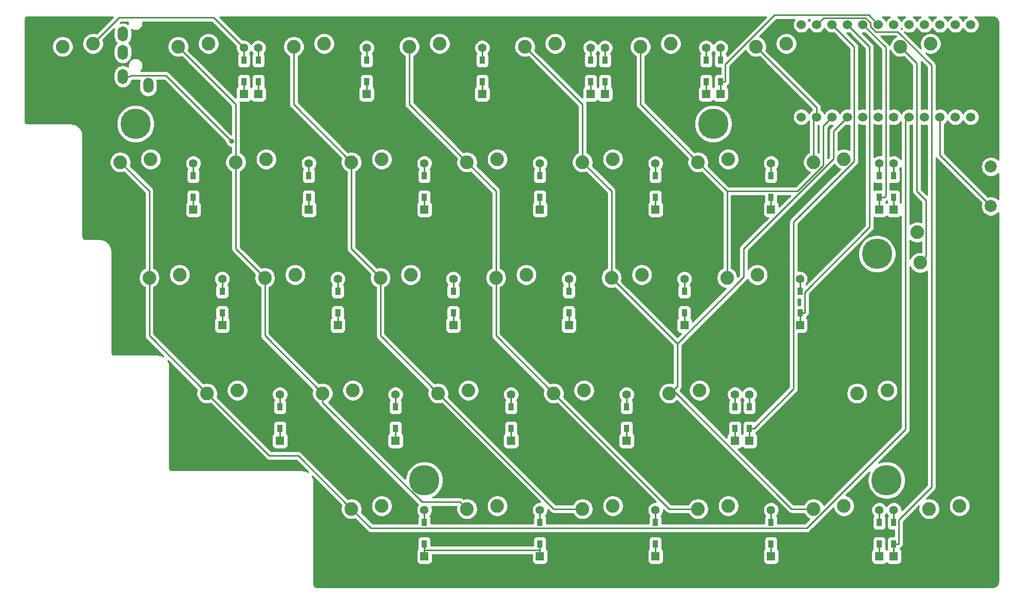
<source format=gbr>
G04 #@! TF.GenerationSoftware,KiCad,Pcbnew,(5.1.2-1)-1*
G04 #@! TF.CreationDate,2019-08-02T10:41:21+09:00*
G04 #@! TF.ProjectId,split-ask_right,73706c69-742d-4617-936b-5f7269676874,rev?*
G04 #@! TF.SameCoordinates,Original*
G04 #@! TF.FileFunction,Copper,L2,Bot*
G04 #@! TF.FilePolarity,Positive*
%FSLAX46Y46*%
G04 Gerber Fmt 4.6, Leading zero omitted, Abs format (unit mm)*
G04 Created by KiCad (PCBNEW (5.1.2-1)-1) date 2019-08-02 10:41:21*
%MOMM*%
%LPD*%
G04 APERTURE LIST*
%ADD10C,5.000000*%
%ADD11C,2.250000*%
%ADD12R,0.950000X1.300000*%
%ADD13R,1.397000X1.397000*%
%ADD14C,1.397000*%
%ADD15O,1.700000X2.500000*%
%ADD16C,1.524000*%
%ADD17C,2.000000*%
%ADD18C,0.800000*%
%ADD19C,0.250000*%
%ADD20C,0.254000*%
G04 APERTURE END LIST*
D10*
X279400000Y-63500000D03*
X280988000Y-100806000D03*
X204788000Y-100806000D03*
X252412000Y-42068800D03*
X157162000Y-42068800D03*
D11*
X145138000Y-29337500D03*
X150138000Y-28837500D03*
X169188000Y-28837500D03*
X164188000Y-29337500D03*
X188238000Y-28837500D03*
X183238000Y-29337500D03*
X202288000Y-29337500D03*
X207288000Y-28837500D03*
X226338000Y-28837500D03*
X221338000Y-29337500D03*
X240388000Y-29337500D03*
X245388000Y-28837500D03*
X154662000Y-48387500D03*
X159662000Y-47887500D03*
X178712000Y-47887500D03*
X173712000Y-48387500D03*
X192762000Y-48387500D03*
X197762000Y-47887500D03*
X216812000Y-47887500D03*
X211812000Y-48387500D03*
X249912000Y-48387500D03*
X254912000Y-47887500D03*
X273962000Y-47887500D03*
X268962000Y-48387500D03*
X286512000Y-64955000D03*
X286012000Y-59955000D03*
X164425000Y-66937500D03*
X159425000Y-67437500D03*
X178475000Y-67437500D03*
X183475000Y-66937500D03*
X221575000Y-66937500D03*
X216575000Y-67437500D03*
X235625000Y-67437500D03*
X240625000Y-66937500D03*
X259675000Y-66937500D03*
X254675000Y-67437500D03*
X168950000Y-86487500D03*
X173950000Y-85987500D03*
X193000000Y-85987500D03*
X188000000Y-86487500D03*
X207050000Y-86487500D03*
X212050000Y-85987500D03*
X231100000Y-85987500D03*
X226100000Y-86487500D03*
D12*
X175022000Y-31562500D03*
X175022000Y-35112500D03*
D13*
X175022000Y-37147500D03*
D14*
X175022000Y-29527500D03*
X177403000Y-29527500D03*
D13*
X177403000Y-37147500D03*
D12*
X177403000Y-35112500D03*
X177403000Y-31562500D03*
X195262000Y-31562500D03*
X195262000Y-35112500D03*
D13*
X195262000Y-37147500D03*
D14*
X195262000Y-29527500D03*
X214312000Y-29527500D03*
D13*
X214312000Y-37147500D03*
D12*
X214312000Y-35112500D03*
X214312000Y-31562500D03*
X232172000Y-31562500D03*
X232172000Y-35112500D03*
D13*
X232172000Y-37147500D03*
D14*
X232172000Y-29527500D03*
X234553000Y-29527500D03*
D13*
X234553000Y-37147500D03*
D12*
X234553000Y-35112500D03*
X234553000Y-31562500D03*
X251222000Y-31562500D03*
X251222000Y-35112500D03*
D13*
X251222000Y-37147500D03*
D14*
X251222000Y-29527500D03*
X253603000Y-29527500D03*
D13*
X253603000Y-37147500D03*
D12*
X253603000Y-35112500D03*
X253603000Y-31562500D03*
X166688000Y-50612500D03*
X166688000Y-54162500D03*
D13*
X166688000Y-56197500D03*
D14*
X166688000Y-48577500D03*
X185738000Y-48577500D03*
D13*
X185738000Y-56197500D03*
D12*
X185738000Y-54162500D03*
X185738000Y-50612500D03*
X204788000Y-50612500D03*
X204788000Y-54162500D03*
D13*
X204788000Y-56197500D03*
D14*
X204788000Y-48577500D03*
X223838000Y-48577500D03*
D13*
X223838000Y-56197500D03*
D12*
X223838000Y-54162500D03*
X223838000Y-50612500D03*
X242888000Y-50612500D03*
X242888000Y-54162500D03*
D13*
X242888000Y-56197500D03*
D14*
X242888000Y-48577500D03*
X261938000Y-48577500D03*
D13*
X261938000Y-56197500D03*
D12*
X261938000Y-54162500D03*
X261938000Y-50612500D03*
X279797000Y-50612500D03*
X279797000Y-54162500D03*
D13*
X279797000Y-56197500D03*
D14*
X279797000Y-48577500D03*
X282178000Y-48577500D03*
D13*
X282178000Y-56197500D03*
D12*
X282178000Y-54162500D03*
X282178000Y-50612500D03*
X171450000Y-69662500D03*
X171450000Y-73212500D03*
D13*
X171450000Y-75247500D03*
D14*
X171450000Y-67627500D03*
X190500000Y-67627500D03*
D13*
X190500000Y-75247500D03*
D12*
X190500000Y-73212500D03*
X190500000Y-69662500D03*
X209550000Y-69662500D03*
X209550000Y-73212500D03*
D13*
X209550000Y-75247500D03*
D14*
X209550000Y-67627500D03*
X228600000Y-67627500D03*
D13*
X228600000Y-75247500D03*
D12*
X228600000Y-73212500D03*
X228600000Y-69662500D03*
X247650000Y-69662500D03*
X247650000Y-73212500D03*
D13*
X247650000Y-75247500D03*
D14*
X247650000Y-67627500D03*
X266700000Y-67627500D03*
D13*
X266700000Y-75247500D03*
D12*
X266700000Y-73212500D03*
X266700000Y-69662500D03*
X180975000Y-88712500D03*
X180975000Y-92262500D03*
D13*
X180975000Y-94297500D03*
D14*
X180975000Y-86677500D03*
X200025000Y-86677500D03*
D13*
X200025000Y-94297500D03*
D12*
X200025000Y-92262500D03*
X200025000Y-88712500D03*
X219075000Y-88712500D03*
X219075000Y-92262500D03*
D13*
X219075000Y-94297500D03*
D14*
X219075000Y-86677500D03*
X238125000Y-86677500D03*
D13*
X238125000Y-94297500D03*
D12*
X238125000Y-92262500D03*
X238125000Y-88712500D03*
X255984000Y-88712500D03*
X255984000Y-92262500D03*
D13*
X255984000Y-94297500D03*
D14*
X255984000Y-86677500D03*
X258366000Y-86677500D03*
D13*
X258366000Y-94297500D03*
D12*
X258366000Y-92262500D03*
X258366000Y-88712500D03*
D15*
X155062000Y-27260000D03*
X155062000Y-30260000D03*
X155062000Y-34260000D03*
X159262000Y-35760000D03*
D12*
X204788000Y-107763000D03*
X204788000Y-111313000D03*
D13*
X204788000Y-113348000D03*
D14*
X204788000Y-105728000D03*
X223838000Y-105728000D03*
D13*
X223838000Y-113348000D03*
D12*
X223838000Y-111313000D03*
X223838000Y-107763000D03*
X242888000Y-107763000D03*
X242888000Y-111313000D03*
D13*
X242888000Y-113348000D03*
D14*
X242888000Y-105728000D03*
X261938000Y-105728000D03*
D13*
X261938000Y-113348000D03*
D12*
X261938000Y-111313000D03*
X261938000Y-107763000D03*
X279797000Y-107763000D03*
X279797000Y-111313000D03*
D13*
X279797000Y-113348000D03*
D14*
X279797000Y-105728000D03*
X282178000Y-105728000D03*
D13*
X282178000Y-113348000D03*
D12*
X282178000Y-111313000D03*
X282178000Y-107763000D03*
D11*
X259438000Y-29337500D03*
X264438000Y-28837500D03*
X288250000Y-28837500D03*
X283250000Y-29337500D03*
X235862000Y-47887500D03*
X230862000Y-48387500D03*
X197525000Y-67437500D03*
X202525000Y-66937500D03*
X250150000Y-85987500D03*
X245150000Y-86487500D03*
X281106000Y-85987500D03*
X276106000Y-86487500D03*
X197762000Y-105038000D03*
X192762000Y-105538000D03*
X211812000Y-105538000D03*
X216812000Y-105038000D03*
X235862000Y-105038000D03*
X230862000Y-105538000D03*
X249912000Y-105538000D03*
X254912000Y-105038000D03*
X273962000Y-105038000D03*
X268962000Y-105538000D03*
X288012000Y-105538000D03*
X293012000Y-105038000D03*
D16*
X294868000Y-25726100D03*
X292328000Y-25726100D03*
X289788000Y-25726100D03*
X287248000Y-25726100D03*
X284708000Y-25726100D03*
X282168000Y-25726100D03*
X279628000Y-25726100D03*
X277088000Y-25726100D03*
X274548000Y-25726100D03*
X272008000Y-25726100D03*
X269468000Y-25726100D03*
X266928000Y-25726100D03*
X266928000Y-40946100D03*
X269468000Y-40946100D03*
X272008000Y-40946100D03*
X274548000Y-40946100D03*
X277088000Y-40946100D03*
X279628000Y-40946100D03*
X282168000Y-40946100D03*
X284708000Y-40946100D03*
X287248000Y-40946100D03*
X289788000Y-40946100D03*
X292328000Y-40946100D03*
X294868000Y-40946100D03*
D17*
X298180000Y-55637500D03*
X298180000Y-49137500D03*
D18*
X172977100Y-44908700D03*
D19*
X175022000Y-29527500D02*
X170009300Y-24514800D01*
X170009300Y-24514800D02*
X154460700Y-24514800D01*
X154460700Y-24514800D02*
X150138000Y-28837500D01*
X175022000Y-29527500D02*
X175022000Y-31562500D01*
X253603000Y-35112500D02*
X254403300Y-35112500D01*
X279628000Y-25726100D02*
X278049900Y-24148000D01*
X278049900Y-24148000D02*
X262513200Y-24148000D01*
X262513200Y-24148000D02*
X254403300Y-32257900D01*
X254403300Y-32257900D02*
X254403300Y-35112500D01*
X253603000Y-37147500D02*
X253603000Y-35112500D01*
X214312000Y-37147500D02*
X214312000Y-35112500D01*
X175022000Y-37147500D02*
X175022000Y-35112500D01*
X195262000Y-37147500D02*
X195262000Y-35112500D01*
X232172000Y-37147500D02*
X232172000Y-35112500D01*
X251222000Y-37147500D02*
X251222000Y-35112500D01*
X177403000Y-35112500D02*
X177403000Y-37147500D01*
X234553000Y-35112500D02*
X234553000Y-37147500D01*
X177403000Y-31562500D02*
X177403000Y-29527500D01*
X195262000Y-29527500D02*
X195262000Y-31562500D01*
X214312000Y-31562500D02*
X214312000Y-29527500D01*
X232172000Y-29527500D02*
X232172000Y-31562500D01*
X234553000Y-31562500D02*
X234553000Y-29527500D01*
X279797000Y-54162500D02*
X280597300Y-54162500D01*
X277088000Y-25726100D02*
X280838300Y-29476400D01*
X280838300Y-29476400D02*
X280838300Y-53921500D01*
X280838300Y-53921500D02*
X280597300Y-54162500D01*
X261938000Y-54162500D02*
X261938000Y-55173700D01*
X166688000Y-56197500D02*
X166688000Y-54162500D01*
X204788000Y-56197500D02*
X204788000Y-54162500D01*
X242888000Y-56197500D02*
X242888000Y-54162500D01*
X279797000Y-56197500D02*
X279797000Y-54162500D01*
X185738000Y-54162500D02*
X185738000Y-56197500D01*
X223838000Y-54162500D02*
X223838000Y-56197500D01*
X261938000Y-56197500D02*
X261938000Y-55173700D01*
X282178000Y-54162500D02*
X282178000Y-56197500D01*
X251222000Y-29527500D02*
X251222000Y-31562500D01*
X253603000Y-31562500D02*
X253603000Y-29527500D01*
X166688000Y-48577500D02*
X166688000Y-50612500D01*
X185738000Y-50612500D02*
X185738000Y-48577500D01*
X204788000Y-48577500D02*
X204788000Y-50612500D01*
X223838000Y-50612500D02*
X223838000Y-48577500D01*
X266700000Y-73212500D02*
X267500300Y-73212500D01*
X274548000Y-25726100D02*
X278190800Y-29368900D01*
X278190800Y-29368900D02*
X278190800Y-59109000D01*
X278190800Y-59109000D02*
X267500300Y-69799500D01*
X267500300Y-69799500D02*
X267500300Y-73212500D01*
X266700000Y-75247500D02*
X266700000Y-73212500D01*
X171450000Y-75247500D02*
X171450000Y-73212500D01*
X209550000Y-75247500D02*
X209550000Y-73212500D01*
X247650000Y-75247500D02*
X247650000Y-73212500D01*
X190500000Y-73212500D02*
X190500000Y-75247500D01*
X228600000Y-73212500D02*
X228600000Y-75247500D01*
X242888000Y-48577500D02*
X242888000Y-50612500D01*
X261938000Y-50612500D02*
X261938000Y-48577500D01*
X279797000Y-48577500D02*
X279797000Y-50612500D01*
X282178000Y-50612500D02*
X282178000Y-48577500D01*
X171450000Y-67627500D02*
X171450000Y-69662500D01*
X190500000Y-69662500D02*
X190500000Y-67627500D01*
X259166300Y-92262500D02*
X265676200Y-85752600D01*
X265676200Y-85752600D02*
X265676200Y-58224500D01*
X265676200Y-58224500D02*
X275640400Y-48260300D01*
X275640400Y-48260300D02*
X275640400Y-29358500D01*
X275640400Y-29358500D02*
X272008000Y-25726100D01*
X258366000Y-92262500D02*
X259166300Y-92262500D01*
X258366000Y-94297500D02*
X258366000Y-92262500D01*
X255984000Y-94297500D02*
X255984000Y-92262500D01*
X180975000Y-94297500D02*
X180975000Y-92262500D01*
X219075000Y-94297500D02*
X219075000Y-92262500D01*
X200025000Y-92262500D02*
X200025000Y-94297500D01*
X238125000Y-92262500D02*
X238125000Y-94297500D01*
X209550000Y-67627500D02*
X209550000Y-69662500D01*
X228600000Y-69662500D02*
X228600000Y-67627500D01*
X247650000Y-67627500D02*
X247650000Y-69662500D01*
X266700000Y-69662500D02*
X266700000Y-67627500D01*
X180975000Y-86677500D02*
X180975000Y-88712500D01*
X200025000Y-88712500D02*
X200025000Y-86677500D01*
X282178000Y-111313000D02*
X282978300Y-111313000D01*
X269468000Y-25726100D02*
X270595700Y-24598400D01*
X270595700Y-24598400D02*
X277530300Y-24598400D01*
X277530300Y-24598400D02*
X278358000Y-25426100D01*
X278358000Y-25426100D02*
X278358000Y-26009300D01*
X278358000Y-26009300D02*
X279220600Y-26871900D01*
X279220600Y-26871900D02*
X282850900Y-26871900D01*
X282850900Y-26871900D02*
X288381000Y-32402000D01*
X288381000Y-32402000D02*
X288381000Y-101939200D01*
X288381000Y-101939200D02*
X282978300Y-107341900D01*
X282978300Y-107341900D02*
X282978300Y-111313000D01*
X282178000Y-113348000D02*
X282178000Y-111313000D01*
X223838000Y-112330500D02*
X223838000Y-113348000D01*
X223838000Y-111313000D02*
X223838000Y-112330500D01*
X204788000Y-112330500D02*
X204788000Y-111313000D01*
X204788000Y-113348000D02*
X204788000Y-112330500D01*
X223838000Y-112330500D02*
X204788000Y-112330500D01*
X242888000Y-113348000D02*
X242888000Y-111313000D01*
X279797000Y-113348000D02*
X279797000Y-111313000D01*
X261938000Y-111313000D02*
X261938000Y-113348000D01*
X219075000Y-86677500D02*
X219075000Y-88712500D01*
X238125000Y-88712500D02*
X238125000Y-86677500D01*
X255984000Y-86677500D02*
X255984000Y-88712500D01*
X258366000Y-88712500D02*
X258366000Y-86677500D01*
X156237300Y-34260000D02*
X156366400Y-34130900D01*
X156366400Y-34130900D02*
X162199300Y-34130900D01*
X162199300Y-34130900D02*
X172977100Y-44908700D01*
X155062000Y-34260000D02*
X156237300Y-34260000D01*
X298180000Y-55637500D02*
X289788000Y-47245500D01*
X289788000Y-47245500D02*
X289788000Y-40946100D01*
X284708000Y-40946100D02*
X284109000Y-41545100D01*
X284109000Y-41545100D02*
X284109000Y-92442200D01*
X284109000Y-92442200D02*
X267812800Y-108738400D01*
X267812800Y-108738400D02*
X195962400Y-108738400D01*
X195962400Y-108738400D02*
X192762000Y-105538000D01*
X159425000Y-67437500D02*
X159425000Y-53150500D01*
X159425000Y-53150500D02*
X154662000Y-48387500D01*
X168950000Y-86487500D02*
X159425000Y-76962500D01*
X159425000Y-76962500D02*
X159425000Y-67437500D01*
X192762000Y-105538000D02*
X183997500Y-96773500D01*
X183997500Y-96773500D02*
X179236000Y-96773500D01*
X179236000Y-96773500D02*
X168950000Y-86487500D01*
X164188000Y-29337500D02*
X173712000Y-38861500D01*
X173712000Y-38861500D02*
X173712000Y-48387500D01*
X188000000Y-86487500D02*
X188000000Y-88013600D01*
X188000000Y-88013600D02*
X204388000Y-104401600D01*
X204388000Y-104401600D02*
X210675600Y-104401600D01*
X210675600Y-104401600D02*
X211812000Y-105538000D01*
X178475000Y-67437500D02*
X178475000Y-76962500D01*
X178475000Y-76962500D02*
X188000000Y-86487500D01*
X173712000Y-48387500D02*
X173712000Y-62674500D01*
X173712000Y-62674500D02*
X178475000Y-67437500D01*
X207050000Y-86487500D02*
X226100500Y-105538000D01*
X226100500Y-105538000D02*
X230862000Y-105538000D01*
X197525000Y-67437500D02*
X197525000Y-76962500D01*
X197525000Y-76962500D02*
X207050000Y-86487500D01*
X192762000Y-48387500D02*
X183238000Y-38863500D01*
X183238000Y-38863500D02*
X183238000Y-29337500D01*
X197525000Y-67437500D02*
X192762000Y-62674500D01*
X192762000Y-62674500D02*
X192762000Y-48387500D01*
X226100000Y-86487500D02*
X245150500Y-105538000D01*
X245150500Y-105538000D02*
X249912000Y-105538000D01*
X216575000Y-67437500D02*
X216575000Y-76962500D01*
X216575000Y-76962500D02*
X226100000Y-86487500D01*
X216575000Y-67437500D02*
X216575000Y-53150500D01*
X216575000Y-53150500D02*
X211812000Y-48387500D01*
X211812000Y-48387500D02*
X202288000Y-38863500D01*
X202288000Y-38863500D02*
X202288000Y-29337500D01*
X245813400Y-86018200D02*
X265333200Y-105538000D01*
X265333200Y-105538000D02*
X268962000Y-105538000D01*
X246476700Y-78289200D02*
X246476700Y-85354900D01*
X246476700Y-85354900D02*
X245813400Y-86018200D01*
X245813400Y-86018200D02*
X245619300Y-86018200D01*
X245619300Y-86018200D02*
X245150000Y-86487500D01*
X246476700Y-78289200D02*
X257425100Y-67340800D01*
X257425100Y-67340800D02*
X257425100Y-62651100D01*
X257425100Y-62651100D02*
X272219700Y-47856500D01*
X272219700Y-47856500D02*
X272219700Y-43274400D01*
X272219700Y-43274400D02*
X274548000Y-40946100D01*
X235625000Y-67437500D02*
X246476700Y-78289200D01*
X230862000Y-48387500D02*
X235625000Y-53150500D01*
X235625000Y-53150500D02*
X235625000Y-67437500D01*
X221338000Y-29337500D02*
X230862000Y-38861500D01*
X230862000Y-38861500D02*
X230862000Y-48387500D01*
X240388000Y-29337500D02*
X240388000Y-38863500D01*
X240388000Y-38863500D02*
X249912000Y-48387500D01*
X249912000Y-48387500D02*
X254675000Y-53150500D01*
X254675000Y-53150500D02*
X254675000Y-67437500D01*
X272008000Y-40946100D02*
X270536500Y-42417600D01*
X270536500Y-42417600D02*
X270536500Y-48902800D01*
X270536500Y-48902800D02*
X266288800Y-53150500D01*
X266288800Y-53150500D02*
X254675000Y-53150500D01*
X204788000Y-105728000D02*
X204788000Y-107763000D01*
X223838000Y-107763000D02*
X223838000Y-105728000D01*
X242888000Y-105728000D02*
X242888000Y-107763000D01*
X261938000Y-107763000D02*
X261938000Y-105728000D01*
X279797000Y-105728000D02*
X279797000Y-107763000D01*
X282178000Y-107763000D02*
X282178000Y-105728000D01*
X269468000Y-40946100D02*
X268962000Y-41452100D01*
X268962000Y-41452100D02*
X268962000Y-48387500D01*
X259438000Y-29337500D02*
X269468000Y-39367500D01*
X269468000Y-39367500D02*
X269468000Y-40946100D01*
X283250000Y-29337500D02*
X285978000Y-32065500D01*
X285978000Y-32065500D02*
X285978000Y-53182200D01*
X285978000Y-53182200D02*
X287519800Y-54724000D01*
X287519800Y-54724000D02*
X287519800Y-63947200D01*
X287519800Y-63947200D02*
X286512000Y-64955000D01*
D20*
G36*
X289153026Y-47669776D02*
G01*
X289168460Y-47688582D01*
X289247999Y-47785501D01*
X289277003Y-47809304D01*
X296613823Y-55146125D01*
X296607832Y-55160588D01*
X296545000Y-55476467D01*
X296545000Y-55798533D01*
X296607832Y-56114412D01*
X296731082Y-56411963D01*
X296910013Y-56679752D01*
X297137748Y-56907487D01*
X297405537Y-57086418D01*
X297703088Y-57209668D01*
X298018967Y-57272500D01*
X298341033Y-57272500D01*
X298656912Y-57209668D01*
X298954463Y-57086418D01*
X299222252Y-56907487D01*
X299378761Y-56750978D01*
X299378760Y-117530723D01*
X299359658Y-117725540D01*
X299312452Y-117881895D01*
X299235778Y-118026096D01*
X299132552Y-118152664D01*
X299006711Y-118256768D01*
X298863049Y-118334447D01*
X298707031Y-118382742D01*
X298514287Y-118403000D01*
X186970559Y-118403000D01*
X186872856Y-118393420D01*
X186809923Y-118374420D01*
X186751874Y-118343554D01*
X186700937Y-118302011D01*
X186659032Y-118251356D01*
X186627765Y-118193529D01*
X186608324Y-118130728D01*
X186598280Y-118035165D01*
X186598280Y-112649500D01*
X203451428Y-112649500D01*
X203451428Y-114046500D01*
X203463688Y-114170982D01*
X203499998Y-114290680D01*
X203558963Y-114400994D01*
X203638315Y-114497685D01*
X203735006Y-114577037D01*
X203845320Y-114636002D01*
X203965018Y-114672312D01*
X204089500Y-114684572D01*
X205486500Y-114684572D01*
X205610982Y-114672312D01*
X205730680Y-114636002D01*
X205840994Y-114577037D01*
X205937685Y-114497685D01*
X206017037Y-114400994D01*
X206076002Y-114290680D01*
X206112312Y-114170982D01*
X206124572Y-114046500D01*
X206124572Y-113090500D01*
X222501428Y-113090500D01*
X222501428Y-114046500D01*
X222513688Y-114170982D01*
X222549998Y-114290680D01*
X222608963Y-114400994D01*
X222688315Y-114497685D01*
X222785006Y-114577037D01*
X222895320Y-114636002D01*
X223015018Y-114672312D01*
X223139500Y-114684572D01*
X224536500Y-114684572D01*
X224660982Y-114672312D01*
X224780680Y-114636002D01*
X224890994Y-114577037D01*
X224987685Y-114497685D01*
X225067037Y-114400994D01*
X225126002Y-114290680D01*
X225162312Y-114170982D01*
X225174572Y-114046500D01*
X225174572Y-112649500D01*
X241551428Y-112649500D01*
X241551428Y-114046500D01*
X241563688Y-114170982D01*
X241599998Y-114290680D01*
X241658963Y-114400994D01*
X241738315Y-114497685D01*
X241835006Y-114577037D01*
X241945320Y-114636002D01*
X242065018Y-114672312D01*
X242189500Y-114684572D01*
X243586500Y-114684572D01*
X243710982Y-114672312D01*
X243830680Y-114636002D01*
X243940994Y-114577037D01*
X244037685Y-114497685D01*
X244117037Y-114400994D01*
X244176002Y-114290680D01*
X244212312Y-114170982D01*
X244224572Y-114046500D01*
X244224572Y-112649500D01*
X260601428Y-112649500D01*
X260601428Y-114046500D01*
X260613688Y-114170982D01*
X260649998Y-114290680D01*
X260708963Y-114400994D01*
X260788315Y-114497685D01*
X260885006Y-114577037D01*
X260995320Y-114636002D01*
X261115018Y-114672312D01*
X261239500Y-114684572D01*
X262636500Y-114684572D01*
X262760982Y-114672312D01*
X262880680Y-114636002D01*
X262990994Y-114577037D01*
X263087685Y-114497685D01*
X263167037Y-114400994D01*
X263226002Y-114290680D01*
X263262312Y-114170982D01*
X263274572Y-114046500D01*
X263274572Y-112649500D01*
X263262312Y-112525018D01*
X263226002Y-112405320D01*
X263167037Y-112295006D01*
X263087685Y-112198315D01*
X263021634Y-112144109D01*
X263038812Y-112087482D01*
X263051072Y-111963000D01*
X263051072Y-110663000D01*
X263038812Y-110538518D01*
X263002502Y-110418820D01*
X262943537Y-110308506D01*
X262864185Y-110211815D01*
X262767494Y-110132463D01*
X262657180Y-110073498D01*
X262537482Y-110037188D01*
X262413000Y-110024928D01*
X261463000Y-110024928D01*
X261338518Y-110037188D01*
X261218820Y-110073498D01*
X261108506Y-110132463D01*
X261011815Y-110211815D01*
X260932463Y-110308506D01*
X260873498Y-110418820D01*
X260837188Y-110538518D01*
X260824928Y-110663000D01*
X260824928Y-111963000D01*
X260837188Y-112087482D01*
X260854366Y-112144109D01*
X260788315Y-112198315D01*
X260708963Y-112295006D01*
X260649998Y-112405320D01*
X260613688Y-112525018D01*
X260601428Y-112649500D01*
X244224572Y-112649500D01*
X244212312Y-112525018D01*
X244176002Y-112405320D01*
X244117037Y-112295006D01*
X244037685Y-112198315D01*
X243971634Y-112144109D01*
X243988812Y-112087482D01*
X244001072Y-111963000D01*
X244001072Y-110663000D01*
X243988812Y-110538518D01*
X243952502Y-110418820D01*
X243893537Y-110308506D01*
X243814185Y-110211815D01*
X243717494Y-110132463D01*
X243607180Y-110073498D01*
X243487482Y-110037188D01*
X243363000Y-110024928D01*
X242413000Y-110024928D01*
X242288518Y-110037188D01*
X242168820Y-110073498D01*
X242058506Y-110132463D01*
X241961815Y-110211815D01*
X241882463Y-110308506D01*
X241823498Y-110418820D01*
X241787188Y-110538518D01*
X241774928Y-110663000D01*
X241774928Y-111963000D01*
X241787188Y-112087482D01*
X241804366Y-112144109D01*
X241738315Y-112198315D01*
X241658963Y-112295006D01*
X241599998Y-112405320D01*
X241563688Y-112525018D01*
X241551428Y-112649500D01*
X225174572Y-112649500D01*
X225162312Y-112525018D01*
X225126002Y-112405320D01*
X225067037Y-112295006D01*
X224987685Y-112198315D01*
X224921634Y-112144109D01*
X224938812Y-112087482D01*
X224951072Y-111963000D01*
X224951072Y-110663000D01*
X224938812Y-110538518D01*
X224902502Y-110418820D01*
X224843537Y-110308506D01*
X224764185Y-110211815D01*
X224667494Y-110132463D01*
X224557180Y-110073498D01*
X224437482Y-110037188D01*
X224313000Y-110024928D01*
X223363000Y-110024928D01*
X223238518Y-110037188D01*
X223118820Y-110073498D01*
X223008506Y-110132463D01*
X222911815Y-110211815D01*
X222832463Y-110308506D01*
X222773498Y-110418820D01*
X222737188Y-110538518D01*
X222724928Y-110663000D01*
X222724928Y-111570500D01*
X205901072Y-111570500D01*
X205901072Y-110663000D01*
X205888812Y-110538518D01*
X205852502Y-110418820D01*
X205793537Y-110308506D01*
X205714185Y-110211815D01*
X205617494Y-110132463D01*
X205507180Y-110073498D01*
X205387482Y-110037188D01*
X205263000Y-110024928D01*
X204313000Y-110024928D01*
X204188518Y-110037188D01*
X204068820Y-110073498D01*
X203958506Y-110132463D01*
X203861815Y-110211815D01*
X203782463Y-110308506D01*
X203723498Y-110418820D01*
X203687188Y-110538518D01*
X203674928Y-110663000D01*
X203674928Y-111963000D01*
X203687188Y-112087482D01*
X203704366Y-112144109D01*
X203638315Y-112198315D01*
X203558963Y-112295006D01*
X203499998Y-112405320D01*
X203463688Y-112525018D01*
X203451428Y-112649500D01*
X186598280Y-112649500D01*
X186598280Y-101180501D01*
X186595470Y-101151967D01*
X186595530Y-101143327D01*
X186594630Y-101134156D01*
X186566069Y-100862421D01*
X186554039Y-100803815D01*
X186542832Y-100745065D01*
X186540169Y-100736243D01*
X186459372Y-100475231D01*
X186436202Y-100420113D01*
X186413784Y-100364624D01*
X186409457Y-100356488D01*
X186296176Y-100146977D01*
X191100152Y-104950954D01*
X191069636Y-105024627D01*
X191002000Y-105364655D01*
X191002000Y-105711345D01*
X191069636Y-106051373D01*
X191202308Y-106371673D01*
X191394919Y-106659935D01*
X191640065Y-106905081D01*
X191928327Y-107097692D01*
X192248627Y-107230364D01*
X192588655Y-107298000D01*
X192935345Y-107298000D01*
X193275373Y-107230364D01*
X193349046Y-107199848D01*
X195398601Y-109249403D01*
X195422399Y-109278401D01*
X195451397Y-109302199D01*
X195538123Y-109373374D01*
X195670153Y-109443946D01*
X195813414Y-109487403D01*
X195925067Y-109498400D01*
X195925076Y-109498400D01*
X195962399Y-109502076D01*
X195999722Y-109498400D01*
X267775478Y-109498400D01*
X267812800Y-109502076D01*
X267850122Y-109498400D01*
X267850133Y-109498400D01*
X267961786Y-109487403D01*
X268105047Y-109443946D01*
X268237076Y-109373374D01*
X268352801Y-109278401D01*
X268376604Y-109249397D01*
X272237282Y-105388719D01*
X272269636Y-105551373D01*
X272402308Y-105871673D01*
X272594919Y-106159935D01*
X272840065Y-106405081D01*
X273128327Y-106597692D01*
X273448627Y-106730364D01*
X273788655Y-106798000D01*
X274135345Y-106798000D01*
X274475373Y-106730364D01*
X274795673Y-106597692D01*
X275083935Y-106405081D01*
X275329081Y-106159935D01*
X275521692Y-105871673D01*
X275654364Y-105551373D01*
X275722000Y-105211345D01*
X275722000Y-104864655D01*
X275654364Y-104524627D01*
X275521692Y-104204327D01*
X275329081Y-103916065D01*
X275083935Y-103670919D01*
X274795673Y-103478308D01*
X274475373Y-103345636D01*
X274312719Y-103313282D01*
X278142495Y-99483506D01*
X277973476Y-99891554D01*
X277853000Y-100497229D01*
X277853000Y-101114771D01*
X277973476Y-101720446D01*
X278209799Y-102290979D01*
X278552886Y-102804446D01*
X278989554Y-103241114D01*
X279503021Y-103584201D01*
X280073554Y-103820524D01*
X280679229Y-103941000D01*
X281296771Y-103941000D01*
X281902446Y-103820524D01*
X282472979Y-103584201D01*
X282986446Y-103241114D01*
X283423114Y-102804446D01*
X283766201Y-102290979D01*
X284002524Y-101720446D01*
X284123000Y-101114771D01*
X284123000Y-100497229D01*
X284002524Y-99891554D01*
X283766201Y-99321021D01*
X283423114Y-98807554D01*
X282986446Y-98370886D01*
X282472979Y-98027799D01*
X281902446Y-97791476D01*
X281296771Y-97671000D01*
X280679229Y-97671000D01*
X280073554Y-97791476D01*
X279665507Y-97960495D01*
X284620003Y-93005999D01*
X284649001Y-92982201D01*
X284718535Y-92897474D01*
X284743974Y-92866477D01*
X284814546Y-92734447D01*
X284858003Y-92591186D01*
X284869000Y-92479533D01*
X284869000Y-92479524D01*
X284872676Y-92442201D01*
X284869000Y-92404878D01*
X284869000Y-65587549D01*
X284952308Y-65788673D01*
X285144919Y-66076935D01*
X285390065Y-66322081D01*
X285678327Y-66514692D01*
X285998627Y-66647364D01*
X286338655Y-66715000D01*
X286685345Y-66715000D01*
X287025373Y-66647364D01*
X287345673Y-66514692D01*
X287621000Y-66330724D01*
X287621001Y-101624397D01*
X283511500Y-105733899D01*
X283511500Y-105596662D01*
X283460254Y-105339032D01*
X283359732Y-105096351D01*
X283213797Y-104877943D01*
X283028057Y-104692203D01*
X282809649Y-104546268D01*
X282566968Y-104445746D01*
X282309338Y-104394500D01*
X282046662Y-104394500D01*
X281789032Y-104445746D01*
X281546351Y-104546268D01*
X281327943Y-104692203D01*
X281142203Y-104877943D01*
X280996268Y-105096351D01*
X280987500Y-105117519D01*
X280978732Y-105096351D01*
X280832797Y-104877943D01*
X280647057Y-104692203D01*
X280428649Y-104546268D01*
X280185968Y-104445746D01*
X279928338Y-104394500D01*
X279665662Y-104394500D01*
X279408032Y-104445746D01*
X279165351Y-104546268D01*
X278946943Y-104692203D01*
X278761203Y-104877943D01*
X278615268Y-105096351D01*
X278514746Y-105339032D01*
X278463500Y-105596662D01*
X278463500Y-105859338D01*
X278514746Y-106116968D01*
X278615268Y-106359649D01*
X278761203Y-106578057D01*
X278859161Y-106676015D01*
X278791463Y-106758506D01*
X278732498Y-106868820D01*
X278696188Y-106988518D01*
X278683928Y-107113000D01*
X278683928Y-108413000D01*
X278696188Y-108537482D01*
X278732498Y-108657180D01*
X278791463Y-108767494D01*
X278870815Y-108864185D01*
X278967506Y-108943537D01*
X279077820Y-109002502D01*
X279197518Y-109038812D01*
X279322000Y-109051072D01*
X280272000Y-109051072D01*
X280396482Y-109038812D01*
X280516180Y-109002502D01*
X280626494Y-108943537D01*
X280723185Y-108864185D01*
X280802537Y-108767494D01*
X280861502Y-108657180D01*
X280897812Y-108537482D01*
X280910072Y-108413000D01*
X280910072Y-107113000D01*
X280897812Y-106988518D01*
X280861502Y-106868820D01*
X280802537Y-106758506D01*
X280734839Y-106676015D01*
X280832797Y-106578057D01*
X280978732Y-106359649D01*
X280987500Y-106338481D01*
X280996268Y-106359649D01*
X281142203Y-106578057D01*
X281240161Y-106676015D01*
X281172463Y-106758506D01*
X281113498Y-106868820D01*
X281077188Y-106988518D01*
X281064928Y-107113000D01*
X281064928Y-108413000D01*
X281077188Y-108537482D01*
X281113498Y-108657180D01*
X281172463Y-108767494D01*
X281251815Y-108864185D01*
X281348506Y-108943537D01*
X281458820Y-109002502D01*
X281578518Y-109038812D01*
X281703000Y-109051072D01*
X282218300Y-109051072D01*
X282218301Y-110024928D01*
X281703000Y-110024928D01*
X281578518Y-110037188D01*
X281458820Y-110073498D01*
X281348506Y-110132463D01*
X281251815Y-110211815D01*
X281172463Y-110308506D01*
X281113498Y-110418820D01*
X281077188Y-110538518D01*
X281064928Y-110663000D01*
X281064928Y-111963000D01*
X281077188Y-112087482D01*
X281094366Y-112144109D01*
X281028315Y-112198315D01*
X280987500Y-112248048D01*
X280946685Y-112198315D01*
X280880634Y-112144109D01*
X280897812Y-112087482D01*
X280910072Y-111963000D01*
X280910072Y-110663000D01*
X280897812Y-110538518D01*
X280861502Y-110418820D01*
X280802537Y-110308506D01*
X280723185Y-110211815D01*
X280626494Y-110132463D01*
X280516180Y-110073498D01*
X280396482Y-110037188D01*
X280272000Y-110024928D01*
X279322000Y-110024928D01*
X279197518Y-110037188D01*
X279077820Y-110073498D01*
X278967506Y-110132463D01*
X278870815Y-110211815D01*
X278791463Y-110308506D01*
X278732498Y-110418820D01*
X278696188Y-110538518D01*
X278683928Y-110663000D01*
X278683928Y-111963000D01*
X278696188Y-112087482D01*
X278713366Y-112144109D01*
X278647315Y-112198315D01*
X278567963Y-112295006D01*
X278508998Y-112405320D01*
X278472688Y-112525018D01*
X278460428Y-112649500D01*
X278460428Y-114046500D01*
X278472688Y-114170982D01*
X278508998Y-114290680D01*
X278567963Y-114400994D01*
X278647315Y-114497685D01*
X278744006Y-114577037D01*
X278854320Y-114636002D01*
X278974018Y-114672312D01*
X279098500Y-114684572D01*
X280495500Y-114684572D01*
X280619982Y-114672312D01*
X280739680Y-114636002D01*
X280849994Y-114577037D01*
X280946685Y-114497685D01*
X280987500Y-114447952D01*
X281028315Y-114497685D01*
X281125006Y-114577037D01*
X281235320Y-114636002D01*
X281355018Y-114672312D01*
X281479500Y-114684572D01*
X282876500Y-114684572D01*
X283000982Y-114672312D01*
X283120680Y-114636002D01*
X283230994Y-114577037D01*
X283327685Y-114497685D01*
X283407037Y-114400994D01*
X283466002Y-114290680D01*
X283502312Y-114170982D01*
X283514572Y-114046500D01*
X283514572Y-112649500D01*
X283502312Y-112525018D01*
X283466002Y-112405320D01*
X283407037Y-112295006D01*
X283327685Y-112198315D01*
X283261634Y-112144109D01*
X283278812Y-112087482D01*
X283286438Y-112010052D01*
X283402576Y-111947974D01*
X283518301Y-111853001D01*
X283613274Y-111737276D01*
X283683846Y-111605247D01*
X283727303Y-111461986D01*
X283738300Y-111350333D01*
X283741977Y-111313000D01*
X283738300Y-111275667D01*
X283738300Y-107656701D01*
X286307037Y-105087964D01*
X286252000Y-105364655D01*
X286252000Y-105711345D01*
X286319636Y-106051373D01*
X286452308Y-106371673D01*
X286644919Y-106659935D01*
X286890065Y-106905081D01*
X287178327Y-107097692D01*
X287498627Y-107230364D01*
X287838655Y-107298000D01*
X288185345Y-107298000D01*
X288525373Y-107230364D01*
X288845673Y-107097692D01*
X289133935Y-106905081D01*
X289379081Y-106659935D01*
X289571692Y-106371673D01*
X289704364Y-106051373D01*
X289772000Y-105711345D01*
X289772000Y-105364655D01*
X289704364Y-105024627D01*
X289638102Y-104864655D01*
X291252000Y-104864655D01*
X291252000Y-105211345D01*
X291319636Y-105551373D01*
X291452308Y-105871673D01*
X291644919Y-106159935D01*
X291890065Y-106405081D01*
X292178327Y-106597692D01*
X292498627Y-106730364D01*
X292838655Y-106798000D01*
X293185345Y-106798000D01*
X293525373Y-106730364D01*
X293845673Y-106597692D01*
X294133935Y-106405081D01*
X294379081Y-106159935D01*
X294571692Y-105871673D01*
X294704364Y-105551373D01*
X294772000Y-105211345D01*
X294772000Y-104864655D01*
X294704364Y-104524627D01*
X294571692Y-104204327D01*
X294379081Y-103916065D01*
X294133935Y-103670919D01*
X293845673Y-103478308D01*
X293525373Y-103345636D01*
X293185345Y-103278000D01*
X292838655Y-103278000D01*
X292498627Y-103345636D01*
X292178327Y-103478308D01*
X291890065Y-103670919D01*
X291644919Y-103916065D01*
X291452308Y-104204327D01*
X291319636Y-104524627D01*
X291252000Y-104864655D01*
X289638102Y-104864655D01*
X289571692Y-104704327D01*
X289379081Y-104416065D01*
X289133935Y-104170919D01*
X288845673Y-103978308D01*
X288525373Y-103845636D01*
X288185345Y-103778000D01*
X287838655Y-103778000D01*
X287561964Y-103833037D01*
X288892003Y-102502999D01*
X288921001Y-102479201D01*
X289015974Y-102363476D01*
X289086546Y-102231447D01*
X289130003Y-102088186D01*
X289141000Y-101976533D01*
X289144677Y-101939200D01*
X289141000Y-101901867D01*
X289141000Y-47647277D01*
X289153026Y-47669776D01*
X289153026Y-47669776D01*
G37*
X289153026Y-47669776D02*
X289168460Y-47688582D01*
X289247999Y-47785501D01*
X289277003Y-47809304D01*
X296613823Y-55146125D01*
X296607832Y-55160588D01*
X296545000Y-55476467D01*
X296545000Y-55798533D01*
X296607832Y-56114412D01*
X296731082Y-56411963D01*
X296910013Y-56679752D01*
X297137748Y-56907487D01*
X297405537Y-57086418D01*
X297703088Y-57209668D01*
X298018967Y-57272500D01*
X298341033Y-57272500D01*
X298656912Y-57209668D01*
X298954463Y-57086418D01*
X299222252Y-56907487D01*
X299378761Y-56750978D01*
X299378760Y-117530723D01*
X299359658Y-117725540D01*
X299312452Y-117881895D01*
X299235778Y-118026096D01*
X299132552Y-118152664D01*
X299006711Y-118256768D01*
X298863049Y-118334447D01*
X298707031Y-118382742D01*
X298514287Y-118403000D01*
X186970559Y-118403000D01*
X186872856Y-118393420D01*
X186809923Y-118374420D01*
X186751874Y-118343554D01*
X186700937Y-118302011D01*
X186659032Y-118251356D01*
X186627765Y-118193529D01*
X186608324Y-118130728D01*
X186598280Y-118035165D01*
X186598280Y-112649500D01*
X203451428Y-112649500D01*
X203451428Y-114046500D01*
X203463688Y-114170982D01*
X203499998Y-114290680D01*
X203558963Y-114400994D01*
X203638315Y-114497685D01*
X203735006Y-114577037D01*
X203845320Y-114636002D01*
X203965018Y-114672312D01*
X204089500Y-114684572D01*
X205486500Y-114684572D01*
X205610982Y-114672312D01*
X205730680Y-114636002D01*
X205840994Y-114577037D01*
X205937685Y-114497685D01*
X206017037Y-114400994D01*
X206076002Y-114290680D01*
X206112312Y-114170982D01*
X206124572Y-114046500D01*
X206124572Y-113090500D01*
X222501428Y-113090500D01*
X222501428Y-114046500D01*
X222513688Y-114170982D01*
X222549998Y-114290680D01*
X222608963Y-114400994D01*
X222688315Y-114497685D01*
X222785006Y-114577037D01*
X222895320Y-114636002D01*
X223015018Y-114672312D01*
X223139500Y-114684572D01*
X224536500Y-114684572D01*
X224660982Y-114672312D01*
X224780680Y-114636002D01*
X224890994Y-114577037D01*
X224987685Y-114497685D01*
X225067037Y-114400994D01*
X225126002Y-114290680D01*
X225162312Y-114170982D01*
X225174572Y-114046500D01*
X225174572Y-112649500D01*
X241551428Y-112649500D01*
X241551428Y-114046500D01*
X241563688Y-114170982D01*
X241599998Y-114290680D01*
X241658963Y-114400994D01*
X241738315Y-114497685D01*
X241835006Y-114577037D01*
X241945320Y-114636002D01*
X242065018Y-114672312D01*
X242189500Y-114684572D01*
X243586500Y-114684572D01*
X243710982Y-114672312D01*
X243830680Y-114636002D01*
X243940994Y-114577037D01*
X244037685Y-114497685D01*
X244117037Y-114400994D01*
X244176002Y-114290680D01*
X244212312Y-114170982D01*
X244224572Y-114046500D01*
X244224572Y-112649500D01*
X260601428Y-112649500D01*
X260601428Y-114046500D01*
X260613688Y-114170982D01*
X260649998Y-114290680D01*
X260708963Y-114400994D01*
X260788315Y-114497685D01*
X260885006Y-114577037D01*
X260995320Y-114636002D01*
X261115018Y-114672312D01*
X261239500Y-114684572D01*
X262636500Y-114684572D01*
X262760982Y-114672312D01*
X262880680Y-114636002D01*
X262990994Y-114577037D01*
X263087685Y-114497685D01*
X263167037Y-114400994D01*
X263226002Y-114290680D01*
X263262312Y-114170982D01*
X263274572Y-114046500D01*
X263274572Y-112649500D01*
X263262312Y-112525018D01*
X263226002Y-112405320D01*
X263167037Y-112295006D01*
X263087685Y-112198315D01*
X263021634Y-112144109D01*
X263038812Y-112087482D01*
X263051072Y-111963000D01*
X263051072Y-110663000D01*
X263038812Y-110538518D01*
X263002502Y-110418820D01*
X262943537Y-110308506D01*
X262864185Y-110211815D01*
X262767494Y-110132463D01*
X262657180Y-110073498D01*
X262537482Y-110037188D01*
X262413000Y-110024928D01*
X261463000Y-110024928D01*
X261338518Y-110037188D01*
X261218820Y-110073498D01*
X261108506Y-110132463D01*
X261011815Y-110211815D01*
X260932463Y-110308506D01*
X260873498Y-110418820D01*
X260837188Y-110538518D01*
X260824928Y-110663000D01*
X260824928Y-111963000D01*
X260837188Y-112087482D01*
X260854366Y-112144109D01*
X260788315Y-112198315D01*
X260708963Y-112295006D01*
X260649998Y-112405320D01*
X260613688Y-112525018D01*
X260601428Y-112649500D01*
X244224572Y-112649500D01*
X244212312Y-112525018D01*
X244176002Y-112405320D01*
X244117037Y-112295006D01*
X244037685Y-112198315D01*
X243971634Y-112144109D01*
X243988812Y-112087482D01*
X244001072Y-111963000D01*
X244001072Y-110663000D01*
X243988812Y-110538518D01*
X243952502Y-110418820D01*
X243893537Y-110308506D01*
X243814185Y-110211815D01*
X243717494Y-110132463D01*
X243607180Y-110073498D01*
X243487482Y-110037188D01*
X243363000Y-110024928D01*
X242413000Y-110024928D01*
X242288518Y-110037188D01*
X242168820Y-110073498D01*
X242058506Y-110132463D01*
X241961815Y-110211815D01*
X241882463Y-110308506D01*
X241823498Y-110418820D01*
X241787188Y-110538518D01*
X241774928Y-110663000D01*
X241774928Y-111963000D01*
X241787188Y-112087482D01*
X241804366Y-112144109D01*
X241738315Y-112198315D01*
X241658963Y-112295006D01*
X241599998Y-112405320D01*
X241563688Y-112525018D01*
X241551428Y-112649500D01*
X225174572Y-112649500D01*
X225162312Y-112525018D01*
X225126002Y-112405320D01*
X225067037Y-112295006D01*
X224987685Y-112198315D01*
X224921634Y-112144109D01*
X224938812Y-112087482D01*
X224951072Y-111963000D01*
X224951072Y-110663000D01*
X224938812Y-110538518D01*
X224902502Y-110418820D01*
X224843537Y-110308506D01*
X224764185Y-110211815D01*
X224667494Y-110132463D01*
X224557180Y-110073498D01*
X224437482Y-110037188D01*
X224313000Y-110024928D01*
X223363000Y-110024928D01*
X223238518Y-110037188D01*
X223118820Y-110073498D01*
X223008506Y-110132463D01*
X222911815Y-110211815D01*
X222832463Y-110308506D01*
X222773498Y-110418820D01*
X222737188Y-110538518D01*
X222724928Y-110663000D01*
X222724928Y-111570500D01*
X205901072Y-111570500D01*
X205901072Y-110663000D01*
X205888812Y-110538518D01*
X205852502Y-110418820D01*
X205793537Y-110308506D01*
X205714185Y-110211815D01*
X205617494Y-110132463D01*
X205507180Y-110073498D01*
X205387482Y-110037188D01*
X205263000Y-110024928D01*
X204313000Y-110024928D01*
X204188518Y-110037188D01*
X204068820Y-110073498D01*
X203958506Y-110132463D01*
X203861815Y-110211815D01*
X203782463Y-110308506D01*
X203723498Y-110418820D01*
X203687188Y-110538518D01*
X203674928Y-110663000D01*
X203674928Y-111963000D01*
X203687188Y-112087482D01*
X203704366Y-112144109D01*
X203638315Y-112198315D01*
X203558963Y-112295006D01*
X203499998Y-112405320D01*
X203463688Y-112525018D01*
X203451428Y-112649500D01*
X186598280Y-112649500D01*
X186598280Y-101180501D01*
X186595470Y-101151967D01*
X186595530Y-101143327D01*
X186594630Y-101134156D01*
X186566069Y-100862421D01*
X186554039Y-100803815D01*
X186542832Y-100745065D01*
X186540169Y-100736243D01*
X186459372Y-100475231D01*
X186436202Y-100420113D01*
X186413784Y-100364624D01*
X186409457Y-100356488D01*
X186296176Y-100146977D01*
X191100152Y-104950954D01*
X191069636Y-105024627D01*
X191002000Y-105364655D01*
X191002000Y-105711345D01*
X191069636Y-106051373D01*
X191202308Y-106371673D01*
X191394919Y-106659935D01*
X191640065Y-106905081D01*
X191928327Y-107097692D01*
X192248627Y-107230364D01*
X192588655Y-107298000D01*
X192935345Y-107298000D01*
X193275373Y-107230364D01*
X193349046Y-107199848D01*
X195398601Y-109249403D01*
X195422399Y-109278401D01*
X195451397Y-109302199D01*
X195538123Y-109373374D01*
X195670153Y-109443946D01*
X195813414Y-109487403D01*
X195925067Y-109498400D01*
X195925076Y-109498400D01*
X195962399Y-109502076D01*
X195999722Y-109498400D01*
X267775478Y-109498400D01*
X267812800Y-109502076D01*
X267850122Y-109498400D01*
X267850133Y-109498400D01*
X267961786Y-109487403D01*
X268105047Y-109443946D01*
X268237076Y-109373374D01*
X268352801Y-109278401D01*
X268376604Y-109249397D01*
X272237282Y-105388719D01*
X272269636Y-105551373D01*
X272402308Y-105871673D01*
X272594919Y-106159935D01*
X272840065Y-106405081D01*
X273128327Y-106597692D01*
X273448627Y-106730364D01*
X273788655Y-106798000D01*
X274135345Y-106798000D01*
X274475373Y-106730364D01*
X274795673Y-106597692D01*
X275083935Y-106405081D01*
X275329081Y-106159935D01*
X275521692Y-105871673D01*
X275654364Y-105551373D01*
X275722000Y-105211345D01*
X275722000Y-104864655D01*
X275654364Y-104524627D01*
X275521692Y-104204327D01*
X275329081Y-103916065D01*
X275083935Y-103670919D01*
X274795673Y-103478308D01*
X274475373Y-103345636D01*
X274312719Y-103313282D01*
X278142495Y-99483506D01*
X277973476Y-99891554D01*
X277853000Y-100497229D01*
X277853000Y-101114771D01*
X277973476Y-101720446D01*
X278209799Y-102290979D01*
X278552886Y-102804446D01*
X278989554Y-103241114D01*
X279503021Y-103584201D01*
X280073554Y-103820524D01*
X280679229Y-103941000D01*
X281296771Y-103941000D01*
X281902446Y-103820524D01*
X282472979Y-103584201D01*
X282986446Y-103241114D01*
X283423114Y-102804446D01*
X283766201Y-102290979D01*
X284002524Y-101720446D01*
X284123000Y-101114771D01*
X284123000Y-100497229D01*
X284002524Y-99891554D01*
X283766201Y-99321021D01*
X283423114Y-98807554D01*
X282986446Y-98370886D01*
X282472979Y-98027799D01*
X281902446Y-97791476D01*
X281296771Y-97671000D01*
X280679229Y-97671000D01*
X280073554Y-97791476D01*
X279665507Y-97960495D01*
X284620003Y-93005999D01*
X284649001Y-92982201D01*
X284718535Y-92897474D01*
X284743974Y-92866477D01*
X284814546Y-92734447D01*
X284858003Y-92591186D01*
X284869000Y-92479533D01*
X284869000Y-92479524D01*
X284872676Y-92442201D01*
X284869000Y-92404878D01*
X284869000Y-65587549D01*
X284952308Y-65788673D01*
X285144919Y-66076935D01*
X285390065Y-66322081D01*
X285678327Y-66514692D01*
X285998627Y-66647364D01*
X286338655Y-66715000D01*
X286685345Y-66715000D01*
X287025373Y-66647364D01*
X287345673Y-66514692D01*
X287621000Y-66330724D01*
X287621001Y-101624397D01*
X283511500Y-105733899D01*
X283511500Y-105596662D01*
X283460254Y-105339032D01*
X283359732Y-105096351D01*
X283213797Y-104877943D01*
X283028057Y-104692203D01*
X282809649Y-104546268D01*
X282566968Y-104445746D01*
X282309338Y-104394500D01*
X282046662Y-104394500D01*
X281789032Y-104445746D01*
X281546351Y-104546268D01*
X281327943Y-104692203D01*
X281142203Y-104877943D01*
X280996268Y-105096351D01*
X280987500Y-105117519D01*
X280978732Y-105096351D01*
X280832797Y-104877943D01*
X280647057Y-104692203D01*
X280428649Y-104546268D01*
X280185968Y-104445746D01*
X279928338Y-104394500D01*
X279665662Y-104394500D01*
X279408032Y-104445746D01*
X279165351Y-104546268D01*
X278946943Y-104692203D01*
X278761203Y-104877943D01*
X278615268Y-105096351D01*
X278514746Y-105339032D01*
X278463500Y-105596662D01*
X278463500Y-105859338D01*
X278514746Y-106116968D01*
X278615268Y-106359649D01*
X278761203Y-106578057D01*
X278859161Y-106676015D01*
X278791463Y-106758506D01*
X278732498Y-106868820D01*
X278696188Y-106988518D01*
X278683928Y-107113000D01*
X278683928Y-108413000D01*
X278696188Y-108537482D01*
X278732498Y-108657180D01*
X278791463Y-108767494D01*
X278870815Y-108864185D01*
X278967506Y-108943537D01*
X279077820Y-109002502D01*
X279197518Y-109038812D01*
X279322000Y-109051072D01*
X280272000Y-109051072D01*
X280396482Y-109038812D01*
X280516180Y-109002502D01*
X280626494Y-108943537D01*
X280723185Y-108864185D01*
X280802537Y-108767494D01*
X280861502Y-108657180D01*
X280897812Y-108537482D01*
X280910072Y-108413000D01*
X280910072Y-107113000D01*
X280897812Y-106988518D01*
X280861502Y-106868820D01*
X280802537Y-106758506D01*
X280734839Y-106676015D01*
X280832797Y-106578057D01*
X280978732Y-106359649D01*
X280987500Y-106338481D01*
X280996268Y-106359649D01*
X281142203Y-106578057D01*
X281240161Y-106676015D01*
X281172463Y-106758506D01*
X281113498Y-106868820D01*
X281077188Y-106988518D01*
X281064928Y-107113000D01*
X281064928Y-108413000D01*
X281077188Y-108537482D01*
X281113498Y-108657180D01*
X281172463Y-108767494D01*
X281251815Y-108864185D01*
X281348506Y-108943537D01*
X281458820Y-109002502D01*
X281578518Y-109038812D01*
X281703000Y-109051072D01*
X282218300Y-109051072D01*
X282218301Y-110024928D01*
X281703000Y-110024928D01*
X281578518Y-110037188D01*
X281458820Y-110073498D01*
X281348506Y-110132463D01*
X281251815Y-110211815D01*
X281172463Y-110308506D01*
X281113498Y-110418820D01*
X281077188Y-110538518D01*
X281064928Y-110663000D01*
X281064928Y-111963000D01*
X281077188Y-112087482D01*
X281094366Y-112144109D01*
X281028315Y-112198315D01*
X280987500Y-112248048D01*
X280946685Y-112198315D01*
X280880634Y-112144109D01*
X280897812Y-112087482D01*
X280910072Y-111963000D01*
X280910072Y-110663000D01*
X280897812Y-110538518D01*
X280861502Y-110418820D01*
X280802537Y-110308506D01*
X280723185Y-110211815D01*
X280626494Y-110132463D01*
X280516180Y-110073498D01*
X280396482Y-110037188D01*
X280272000Y-110024928D01*
X279322000Y-110024928D01*
X279197518Y-110037188D01*
X279077820Y-110073498D01*
X278967506Y-110132463D01*
X278870815Y-110211815D01*
X278791463Y-110308506D01*
X278732498Y-110418820D01*
X278696188Y-110538518D01*
X278683928Y-110663000D01*
X278683928Y-111963000D01*
X278696188Y-112087482D01*
X278713366Y-112144109D01*
X278647315Y-112198315D01*
X278567963Y-112295006D01*
X278508998Y-112405320D01*
X278472688Y-112525018D01*
X278460428Y-112649500D01*
X278460428Y-114046500D01*
X278472688Y-114170982D01*
X278508998Y-114290680D01*
X278567963Y-114400994D01*
X278647315Y-114497685D01*
X278744006Y-114577037D01*
X278854320Y-114636002D01*
X278974018Y-114672312D01*
X279098500Y-114684572D01*
X280495500Y-114684572D01*
X280619982Y-114672312D01*
X280739680Y-114636002D01*
X280849994Y-114577037D01*
X280946685Y-114497685D01*
X280987500Y-114447952D01*
X281028315Y-114497685D01*
X281125006Y-114577037D01*
X281235320Y-114636002D01*
X281355018Y-114672312D01*
X281479500Y-114684572D01*
X282876500Y-114684572D01*
X283000982Y-114672312D01*
X283120680Y-114636002D01*
X283230994Y-114577037D01*
X283327685Y-114497685D01*
X283407037Y-114400994D01*
X283466002Y-114290680D01*
X283502312Y-114170982D01*
X283514572Y-114046500D01*
X283514572Y-112649500D01*
X283502312Y-112525018D01*
X283466002Y-112405320D01*
X283407037Y-112295006D01*
X283327685Y-112198315D01*
X283261634Y-112144109D01*
X283278812Y-112087482D01*
X283286438Y-112010052D01*
X283402576Y-111947974D01*
X283518301Y-111853001D01*
X283613274Y-111737276D01*
X283683846Y-111605247D01*
X283727303Y-111461986D01*
X283738300Y-111350333D01*
X283741977Y-111313000D01*
X283738300Y-111275667D01*
X283738300Y-107656701D01*
X286307037Y-105087964D01*
X286252000Y-105364655D01*
X286252000Y-105711345D01*
X286319636Y-106051373D01*
X286452308Y-106371673D01*
X286644919Y-106659935D01*
X286890065Y-106905081D01*
X287178327Y-107097692D01*
X287498627Y-107230364D01*
X287838655Y-107298000D01*
X288185345Y-107298000D01*
X288525373Y-107230364D01*
X288845673Y-107097692D01*
X289133935Y-106905081D01*
X289379081Y-106659935D01*
X289571692Y-106371673D01*
X289704364Y-106051373D01*
X289772000Y-105711345D01*
X289772000Y-105364655D01*
X289704364Y-105024627D01*
X289638102Y-104864655D01*
X291252000Y-104864655D01*
X291252000Y-105211345D01*
X291319636Y-105551373D01*
X291452308Y-105871673D01*
X291644919Y-106159935D01*
X291890065Y-106405081D01*
X292178327Y-106597692D01*
X292498627Y-106730364D01*
X292838655Y-106798000D01*
X293185345Y-106798000D01*
X293525373Y-106730364D01*
X293845673Y-106597692D01*
X294133935Y-106405081D01*
X294379081Y-106159935D01*
X294571692Y-105871673D01*
X294704364Y-105551373D01*
X294772000Y-105211345D01*
X294772000Y-104864655D01*
X294704364Y-104524627D01*
X294571692Y-104204327D01*
X294379081Y-103916065D01*
X294133935Y-103670919D01*
X293845673Y-103478308D01*
X293525373Y-103345636D01*
X293185345Y-103278000D01*
X292838655Y-103278000D01*
X292498627Y-103345636D01*
X292178327Y-103478308D01*
X291890065Y-103670919D01*
X291644919Y-103916065D01*
X291452308Y-104204327D01*
X291319636Y-104524627D01*
X291252000Y-104864655D01*
X289638102Y-104864655D01*
X289571692Y-104704327D01*
X289379081Y-104416065D01*
X289133935Y-104170919D01*
X288845673Y-103978308D01*
X288525373Y-103845636D01*
X288185345Y-103778000D01*
X287838655Y-103778000D01*
X287561964Y-103833037D01*
X288892003Y-102502999D01*
X288921001Y-102479201D01*
X289015974Y-102363476D01*
X289086546Y-102231447D01*
X289130003Y-102088186D01*
X289141000Y-101976533D01*
X289144677Y-101939200D01*
X289141000Y-101901867D01*
X289141000Y-47647277D01*
X289153026Y-47669776D01*
G36*
X150725046Y-27175652D02*
G01*
X150651373Y-27145136D01*
X150311345Y-27077500D01*
X149964655Y-27077500D01*
X149624627Y-27145136D01*
X149304327Y-27277808D01*
X149016065Y-27470419D01*
X148770919Y-27715565D01*
X148578308Y-28003827D01*
X148445636Y-28324127D01*
X148378000Y-28664155D01*
X148378000Y-29010845D01*
X148445636Y-29350873D01*
X148578308Y-29671173D01*
X148770919Y-29959435D01*
X149016065Y-30204581D01*
X149304327Y-30397192D01*
X149624627Y-30529864D01*
X149964655Y-30597500D01*
X150311345Y-30597500D01*
X150651373Y-30529864D01*
X150971673Y-30397192D01*
X151259935Y-30204581D01*
X151505081Y-29959435D01*
X151697692Y-29671173D01*
X151830364Y-29350873D01*
X151898000Y-29010845D01*
X151898000Y-28664155D01*
X151830364Y-28324127D01*
X151799848Y-28250454D01*
X153649465Y-26400836D01*
X153598487Y-26568889D01*
X153577000Y-26787050D01*
X153577000Y-27732949D01*
X153598487Y-27951110D01*
X153683401Y-28231033D01*
X153821294Y-28489013D01*
X154006866Y-28715134D01*
X154061535Y-28760000D01*
X154006866Y-28804866D01*
X153821294Y-29030986D01*
X153683401Y-29288966D01*
X153598487Y-29568889D01*
X153577000Y-29787050D01*
X153577000Y-30732949D01*
X153598487Y-30951110D01*
X153683401Y-31231033D01*
X153821294Y-31489013D01*
X154006866Y-31715134D01*
X154232986Y-31900706D01*
X154490966Y-32038599D01*
X154770889Y-32123513D01*
X155062000Y-32152185D01*
X155353110Y-32123513D01*
X155633033Y-32038599D01*
X155891013Y-31900706D01*
X156117134Y-31715134D01*
X156302706Y-31489014D01*
X156440599Y-31231034D01*
X156525513Y-30951111D01*
X156547000Y-30732950D01*
X156547000Y-29787051D01*
X156525513Y-29568889D01*
X156440599Y-29288966D01*
X156302706Y-29030986D01*
X156117134Y-28804866D01*
X156062465Y-28760000D01*
X156117134Y-28715134D01*
X156302706Y-28489014D01*
X156440599Y-28231034D01*
X156525513Y-27951111D01*
X156547000Y-27732950D01*
X156547000Y-26787051D01*
X156525513Y-26568889D01*
X156506926Y-26507616D01*
X156577008Y-26554443D01*
X156801764Y-26647540D01*
X157040363Y-26695000D01*
X157283637Y-26695000D01*
X157522236Y-26647540D01*
X157746992Y-26554443D01*
X157949267Y-26419287D01*
X158121287Y-26247267D01*
X158256443Y-26044992D01*
X158349540Y-25820236D01*
X158397000Y-25581637D01*
X158397000Y-25338363D01*
X158384357Y-25274800D01*
X169694499Y-25274800D01*
X173709630Y-29289932D01*
X173688500Y-29396162D01*
X173688500Y-29658838D01*
X173739746Y-29916468D01*
X173840268Y-30159149D01*
X173986203Y-30377557D01*
X174084161Y-30475515D01*
X174016463Y-30558006D01*
X173957498Y-30668320D01*
X173921188Y-30788018D01*
X173908928Y-30912500D01*
X173908928Y-32212500D01*
X173921188Y-32336982D01*
X173957498Y-32456680D01*
X174016463Y-32566994D01*
X174095815Y-32663685D01*
X174192506Y-32743037D01*
X174302820Y-32802002D01*
X174422518Y-32838312D01*
X174547000Y-32850572D01*
X175497000Y-32850572D01*
X175621482Y-32838312D01*
X175741180Y-32802002D01*
X175851494Y-32743037D01*
X175948185Y-32663685D01*
X176027537Y-32566994D01*
X176086502Y-32456680D01*
X176122812Y-32336982D01*
X176135072Y-32212500D01*
X176135072Y-30912500D01*
X176122812Y-30788018D01*
X176086502Y-30668320D01*
X176027537Y-30558006D01*
X175959839Y-30475515D01*
X176057797Y-30377557D01*
X176203732Y-30159149D01*
X176212500Y-30137981D01*
X176221268Y-30159149D01*
X176367203Y-30377557D01*
X176465161Y-30475515D01*
X176397463Y-30558006D01*
X176338498Y-30668320D01*
X176302188Y-30788018D01*
X176289928Y-30912500D01*
X176289928Y-32212500D01*
X176302188Y-32336982D01*
X176338498Y-32456680D01*
X176397463Y-32566994D01*
X176476815Y-32663685D01*
X176573506Y-32743037D01*
X176683820Y-32802002D01*
X176803518Y-32838312D01*
X176928000Y-32850572D01*
X177878000Y-32850572D01*
X178002482Y-32838312D01*
X178122180Y-32802002D01*
X178232494Y-32743037D01*
X178329185Y-32663685D01*
X178408537Y-32566994D01*
X178467502Y-32456680D01*
X178503812Y-32336982D01*
X178516072Y-32212500D01*
X178516072Y-30912500D01*
X178503812Y-30788018D01*
X178467502Y-30668320D01*
X178408537Y-30558006D01*
X178340839Y-30475515D01*
X178438797Y-30377557D01*
X178584732Y-30159149D01*
X178685254Y-29916468D01*
X178736500Y-29658838D01*
X178736500Y-29396162D01*
X178685254Y-29138532D01*
X178584732Y-28895851D01*
X178438797Y-28677443D01*
X178253057Y-28491703D01*
X178034649Y-28345768D01*
X177791968Y-28245246D01*
X177534338Y-28194000D01*
X177271662Y-28194000D01*
X177014032Y-28245246D01*
X176771351Y-28345768D01*
X176552943Y-28491703D01*
X176367203Y-28677443D01*
X176221268Y-28895851D01*
X176212500Y-28917019D01*
X176203732Y-28895851D01*
X176057797Y-28677443D01*
X175872057Y-28491703D01*
X175653649Y-28345768D01*
X175410968Y-28245246D01*
X175153338Y-28194000D01*
X174890662Y-28194000D01*
X174784432Y-28215130D01*
X171041901Y-24472600D01*
X261113798Y-24472600D01*
X254712291Y-30874108D01*
X254703812Y-30788018D01*
X254667502Y-30668320D01*
X254608537Y-30558006D01*
X254540839Y-30475515D01*
X254638797Y-30377557D01*
X254784732Y-30159149D01*
X254885254Y-29916468D01*
X254936500Y-29658838D01*
X254936500Y-29396162D01*
X254885254Y-29138532D01*
X254784732Y-28895851D01*
X254638797Y-28677443D01*
X254453057Y-28491703D01*
X254234649Y-28345768D01*
X253991968Y-28245246D01*
X253734338Y-28194000D01*
X253471662Y-28194000D01*
X253214032Y-28245246D01*
X252971351Y-28345768D01*
X252752943Y-28491703D01*
X252567203Y-28677443D01*
X252421268Y-28895851D01*
X252412500Y-28917019D01*
X252403732Y-28895851D01*
X252257797Y-28677443D01*
X252072057Y-28491703D01*
X251853649Y-28345768D01*
X251610968Y-28245246D01*
X251353338Y-28194000D01*
X251090662Y-28194000D01*
X250833032Y-28245246D01*
X250590351Y-28345768D01*
X250371943Y-28491703D01*
X250186203Y-28677443D01*
X250040268Y-28895851D01*
X249939746Y-29138532D01*
X249888500Y-29396162D01*
X249888500Y-29658838D01*
X249939746Y-29916468D01*
X250040268Y-30159149D01*
X250186203Y-30377557D01*
X250284161Y-30475515D01*
X250216463Y-30558006D01*
X250157498Y-30668320D01*
X250121188Y-30788018D01*
X250108928Y-30912500D01*
X250108928Y-32212500D01*
X250121188Y-32336982D01*
X250157498Y-32456680D01*
X250216463Y-32566994D01*
X250295815Y-32663685D01*
X250392506Y-32743037D01*
X250502820Y-32802002D01*
X250622518Y-32838312D01*
X250747000Y-32850572D01*
X251697000Y-32850572D01*
X251821482Y-32838312D01*
X251941180Y-32802002D01*
X252051494Y-32743037D01*
X252148185Y-32663685D01*
X252227537Y-32566994D01*
X252286502Y-32456680D01*
X252322812Y-32336982D01*
X252335072Y-32212500D01*
X252335072Y-30912500D01*
X252322812Y-30788018D01*
X252286502Y-30668320D01*
X252227537Y-30558006D01*
X252159839Y-30475515D01*
X252257797Y-30377557D01*
X252403732Y-30159149D01*
X252412500Y-30137981D01*
X252421268Y-30159149D01*
X252567203Y-30377557D01*
X252665161Y-30475515D01*
X252597463Y-30558006D01*
X252538498Y-30668320D01*
X252502188Y-30788018D01*
X252489928Y-30912500D01*
X252489928Y-32212500D01*
X252502188Y-32336982D01*
X252538498Y-32456680D01*
X252597463Y-32566994D01*
X252676815Y-32663685D01*
X252773506Y-32743037D01*
X252883820Y-32802002D01*
X253003518Y-32838312D01*
X253128000Y-32850572D01*
X253643300Y-32850572D01*
X253643301Y-33824428D01*
X253128000Y-33824428D01*
X253003518Y-33836688D01*
X252883820Y-33872998D01*
X252773506Y-33931963D01*
X252676815Y-34011315D01*
X252597463Y-34108006D01*
X252538498Y-34218320D01*
X252502188Y-34338018D01*
X252489928Y-34462500D01*
X252489928Y-35762500D01*
X252502188Y-35886982D01*
X252519366Y-35943609D01*
X252453315Y-35997815D01*
X252412500Y-36047548D01*
X252371685Y-35997815D01*
X252305634Y-35943609D01*
X252322812Y-35886982D01*
X252335072Y-35762500D01*
X252335072Y-34462500D01*
X252322812Y-34338018D01*
X252286502Y-34218320D01*
X252227537Y-34108006D01*
X252148185Y-34011315D01*
X252051494Y-33931963D01*
X251941180Y-33872998D01*
X251821482Y-33836688D01*
X251697000Y-33824428D01*
X250747000Y-33824428D01*
X250622518Y-33836688D01*
X250502820Y-33872998D01*
X250392506Y-33931963D01*
X250295815Y-34011315D01*
X250216463Y-34108006D01*
X250157498Y-34218320D01*
X250121188Y-34338018D01*
X250108928Y-34462500D01*
X250108928Y-35762500D01*
X250121188Y-35886982D01*
X250138366Y-35943609D01*
X250072315Y-35997815D01*
X249992963Y-36094506D01*
X249933998Y-36204820D01*
X249897688Y-36324518D01*
X249885428Y-36449000D01*
X249885428Y-37846000D01*
X249897688Y-37970482D01*
X249933998Y-38090180D01*
X249992963Y-38200494D01*
X250072315Y-38297185D01*
X250169006Y-38376537D01*
X250279320Y-38435502D01*
X250399018Y-38471812D01*
X250523500Y-38484072D01*
X251920500Y-38484072D01*
X252044982Y-38471812D01*
X252164680Y-38435502D01*
X252274994Y-38376537D01*
X252371685Y-38297185D01*
X252412500Y-38247452D01*
X252453315Y-38297185D01*
X252550006Y-38376537D01*
X252660320Y-38435502D01*
X252780018Y-38471812D01*
X252904500Y-38484072D01*
X254301500Y-38484072D01*
X254425982Y-38471812D01*
X254545680Y-38435502D01*
X254655994Y-38376537D01*
X254752685Y-38297185D01*
X254832037Y-38200494D01*
X254891002Y-38090180D01*
X254927312Y-37970482D01*
X254939572Y-37846000D01*
X254939572Y-36449000D01*
X254927312Y-36324518D01*
X254891002Y-36204820D01*
X254832037Y-36094506D01*
X254752685Y-35997815D01*
X254686634Y-35943609D01*
X254703812Y-35886982D01*
X254711438Y-35809552D01*
X254827576Y-35747474D01*
X254943301Y-35652501D01*
X255038274Y-35536776D01*
X255108846Y-35404747D01*
X255152303Y-35261486D01*
X255163300Y-35149833D01*
X255166977Y-35112500D01*
X255163300Y-35075167D01*
X255163300Y-32572701D01*
X257786492Y-29949509D01*
X257878308Y-30171173D01*
X258070919Y-30459435D01*
X258316065Y-30704581D01*
X258604327Y-30897192D01*
X258924627Y-31029864D01*
X259264655Y-31097500D01*
X259611345Y-31097500D01*
X259951373Y-31029864D01*
X260025046Y-30999348D01*
X268708000Y-39682302D01*
X268708000Y-39773759D01*
X268577465Y-39860980D01*
X268382880Y-40055565D01*
X268229995Y-40284373D01*
X268198000Y-40361615D01*
X268166005Y-40284373D01*
X268013120Y-40055565D01*
X267818535Y-39860980D01*
X267589727Y-39708095D01*
X267335490Y-39602786D01*
X267065592Y-39549100D01*
X266790408Y-39549100D01*
X266520510Y-39602786D01*
X266266273Y-39708095D01*
X266037465Y-39860980D01*
X265842880Y-40055565D01*
X265689995Y-40284373D01*
X265584686Y-40538610D01*
X265531000Y-40808508D01*
X265531000Y-41083692D01*
X265584686Y-41353590D01*
X265689995Y-41607827D01*
X265842880Y-41836635D01*
X266037465Y-42031220D01*
X266266273Y-42184105D01*
X266520510Y-42289414D01*
X266790408Y-42343100D01*
X267065592Y-42343100D01*
X267335490Y-42289414D01*
X267589727Y-42184105D01*
X267818535Y-42031220D01*
X268013120Y-41836635D01*
X268166005Y-41607827D01*
X268198000Y-41530585D01*
X268202000Y-41540242D01*
X268202001Y-46797291D01*
X268128327Y-46827808D01*
X267840065Y-47020419D01*
X267594919Y-47265565D01*
X267402308Y-47553827D01*
X267269636Y-47874127D01*
X267202000Y-48214155D01*
X267202000Y-48560845D01*
X267269636Y-48900873D01*
X267402308Y-49221173D01*
X267594919Y-49509435D01*
X267840065Y-49754581D01*
X268128327Y-49947192D01*
X268332667Y-50031832D01*
X265973999Y-52390500D01*
X254989802Y-52390500D01*
X251573848Y-48974546D01*
X251604364Y-48900873D01*
X251672000Y-48560845D01*
X251672000Y-48214155D01*
X251604364Y-47874127D01*
X251538102Y-47714155D01*
X253152000Y-47714155D01*
X253152000Y-48060845D01*
X253219636Y-48400873D01*
X253352308Y-48721173D01*
X253544919Y-49009435D01*
X253790065Y-49254581D01*
X254078327Y-49447192D01*
X254398627Y-49579864D01*
X254738655Y-49647500D01*
X255085345Y-49647500D01*
X255425373Y-49579864D01*
X255745673Y-49447192D01*
X256033935Y-49254581D01*
X256279081Y-49009435D01*
X256471692Y-48721173D01*
X256585604Y-48446162D01*
X260604500Y-48446162D01*
X260604500Y-48708838D01*
X260655746Y-48966468D01*
X260756268Y-49209149D01*
X260902203Y-49427557D01*
X261000161Y-49525515D01*
X260932463Y-49608006D01*
X260873498Y-49718320D01*
X260837188Y-49838018D01*
X260824928Y-49962500D01*
X260824928Y-51262500D01*
X260837188Y-51386982D01*
X260873498Y-51506680D01*
X260932463Y-51616994D01*
X261011815Y-51713685D01*
X261108506Y-51793037D01*
X261218820Y-51852002D01*
X261338518Y-51888312D01*
X261463000Y-51900572D01*
X262413000Y-51900572D01*
X262537482Y-51888312D01*
X262657180Y-51852002D01*
X262767494Y-51793037D01*
X262864185Y-51713685D01*
X262943537Y-51616994D01*
X263002502Y-51506680D01*
X263038812Y-51386982D01*
X263051072Y-51262500D01*
X263051072Y-49962500D01*
X263038812Y-49838018D01*
X263002502Y-49718320D01*
X262943537Y-49608006D01*
X262875839Y-49525515D01*
X262973797Y-49427557D01*
X263119732Y-49209149D01*
X263220254Y-48966468D01*
X263271500Y-48708838D01*
X263271500Y-48446162D01*
X263220254Y-48188532D01*
X263119732Y-47945851D01*
X262973797Y-47727443D01*
X262788057Y-47541703D01*
X262569649Y-47395768D01*
X262326968Y-47295246D01*
X262069338Y-47244000D01*
X261806662Y-47244000D01*
X261549032Y-47295246D01*
X261306351Y-47395768D01*
X261087943Y-47541703D01*
X260902203Y-47727443D01*
X260756268Y-47945851D01*
X260655746Y-48188532D01*
X260604500Y-48446162D01*
X256585604Y-48446162D01*
X256604364Y-48400873D01*
X256672000Y-48060845D01*
X256672000Y-47714155D01*
X256604364Y-47374127D01*
X256471692Y-47053827D01*
X256279081Y-46765565D01*
X256033935Y-46520419D01*
X255745673Y-46327808D01*
X255425373Y-46195136D01*
X255085345Y-46127500D01*
X254738655Y-46127500D01*
X254398627Y-46195136D01*
X254078327Y-46327808D01*
X253790065Y-46520419D01*
X253544919Y-46765565D01*
X253352308Y-47053827D01*
X253219636Y-47374127D01*
X253152000Y-47714155D01*
X251538102Y-47714155D01*
X251471692Y-47553827D01*
X251279081Y-47265565D01*
X251033935Y-47020419D01*
X250745673Y-46827808D01*
X250425373Y-46695136D01*
X250085345Y-46627500D01*
X249738655Y-46627500D01*
X249398627Y-46695136D01*
X249324954Y-46725652D01*
X244359331Y-41760029D01*
X249277000Y-41760029D01*
X249277000Y-42377571D01*
X249397476Y-42983246D01*
X249633799Y-43553779D01*
X249976886Y-44067246D01*
X250413554Y-44503914D01*
X250927021Y-44847001D01*
X251497554Y-45083324D01*
X252103229Y-45203800D01*
X252720771Y-45203800D01*
X253326446Y-45083324D01*
X253896979Y-44847001D01*
X254410446Y-44503914D01*
X254847114Y-44067246D01*
X255190201Y-43553779D01*
X255426524Y-42983246D01*
X255547000Y-42377571D01*
X255547000Y-41760029D01*
X255426524Y-41154354D01*
X255190201Y-40583821D01*
X254847114Y-40070354D01*
X254410446Y-39633686D01*
X253896979Y-39290599D01*
X253326446Y-39054276D01*
X252720771Y-38933800D01*
X252103229Y-38933800D01*
X251497554Y-39054276D01*
X250927021Y-39290599D01*
X250413554Y-39633686D01*
X249976886Y-40070354D01*
X249633799Y-40583821D01*
X249397476Y-41154354D01*
X249277000Y-41760029D01*
X244359331Y-41760029D01*
X241148000Y-38548699D01*
X241148000Y-30927708D01*
X241221673Y-30897192D01*
X241509935Y-30704581D01*
X241755081Y-30459435D01*
X241947692Y-30171173D01*
X242080364Y-29850873D01*
X242148000Y-29510845D01*
X242148000Y-29164155D01*
X242080364Y-28824127D01*
X242014102Y-28664155D01*
X243628000Y-28664155D01*
X243628000Y-29010845D01*
X243695636Y-29350873D01*
X243828308Y-29671173D01*
X244020919Y-29959435D01*
X244266065Y-30204581D01*
X244554327Y-30397192D01*
X244874627Y-30529864D01*
X245214655Y-30597500D01*
X245561345Y-30597500D01*
X245901373Y-30529864D01*
X246221673Y-30397192D01*
X246509935Y-30204581D01*
X246755081Y-29959435D01*
X246947692Y-29671173D01*
X247080364Y-29350873D01*
X247148000Y-29010845D01*
X247148000Y-28664155D01*
X247080364Y-28324127D01*
X246947692Y-28003827D01*
X246755081Y-27715565D01*
X246509935Y-27470419D01*
X246221673Y-27277808D01*
X245901373Y-27145136D01*
X245561345Y-27077500D01*
X245214655Y-27077500D01*
X244874627Y-27145136D01*
X244554327Y-27277808D01*
X244266065Y-27470419D01*
X244020919Y-27715565D01*
X243828308Y-28003827D01*
X243695636Y-28324127D01*
X243628000Y-28664155D01*
X242014102Y-28664155D01*
X241947692Y-28503827D01*
X241755081Y-28215565D01*
X241509935Y-27970419D01*
X241221673Y-27777808D01*
X240901373Y-27645136D01*
X240561345Y-27577500D01*
X240214655Y-27577500D01*
X239874627Y-27645136D01*
X239554327Y-27777808D01*
X239266065Y-27970419D01*
X239020919Y-28215565D01*
X238828308Y-28503827D01*
X238695636Y-28824127D01*
X238628000Y-29164155D01*
X238628000Y-29510845D01*
X238695636Y-29850873D01*
X238828308Y-30171173D01*
X239020919Y-30459435D01*
X239266065Y-30704581D01*
X239554327Y-30897192D01*
X239628000Y-30927708D01*
X239628001Y-38826168D01*
X239624324Y-38863500D01*
X239638998Y-39012485D01*
X239682454Y-39155746D01*
X239753026Y-39287776D01*
X239787816Y-39330167D01*
X239848000Y-39403501D01*
X239876998Y-39427299D01*
X248250152Y-47800454D01*
X248219636Y-47874127D01*
X248152000Y-48214155D01*
X248152000Y-48560845D01*
X248219636Y-48900873D01*
X248352308Y-49221173D01*
X248544919Y-49509435D01*
X248790065Y-49754581D01*
X249078327Y-49947192D01*
X249398627Y-50079864D01*
X249738655Y-50147500D01*
X250085345Y-50147500D01*
X250425373Y-50079864D01*
X250499046Y-50049348D01*
X253915000Y-53465302D01*
X253915001Y-65847291D01*
X253841327Y-65877808D01*
X253553065Y-66070419D01*
X253307919Y-66315565D01*
X253115308Y-66603827D01*
X252982636Y-66924127D01*
X252915000Y-67264155D01*
X252915000Y-67610845D01*
X252982636Y-67950873D01*
X253115308Y-68271173D01*
X253307919Y-68559435D01*
X253553065Y-68804581D01*
X253841327Y-68997192D01*
X254161627Y-69129864D01*
X254494935Y-69196163D01*
X248986572Y-74704527D01*
X248986572Y-74549000D01*
X248974312Y-74424518D01*
X248938002Y-74304820D01*
X248879037Y-74194506D01*
X248799685Y-74097815D01*
X248733634Y-74043609D01*
X248750812Y-73986982D01*
X248763072Y-73862500D01*
X248763072Y-72562500D01*
X248750812Y-72438018D01*
X248714502Y-72318320D01*
X248655537Y-72208006D01*
X248576185Y-72111315D01*
X248479494Y-72031963D01*
X248369180Y-71972998D01*
X248249482Y-71936688D01*
X248125000Y-71924428D01*
X247175000Y-71924428D01*
X247050518Y-71936688D01*
X246930820Y-71972998D01*
X246820506Y-72031963D01*
X246723815Y-72111315D01*
X246644463Y-72208006D01*
X246585498Y-72318320D01*
X246549188Y-72438018D01*
X246536928Y-72562500D01*
X246536928Y-73862500D01*
X246549188Y-73986982D01*
X246566366Y-74043609D01*
X246500315Y-74097815D01*
X246420963Y-74194506D01*
X246361998Y-74304820D01*
X246325688Y-74424518D01*
X246313428Y-74549000D01*
X246313428Y-75946000D01*
X246325688Y-76070482D01*
X246361998Y-76190180D01*
X246420963Y-76300494D01*
X246500315Y-76397185D01*
X246597006Y-76476537D01*
X246707320Y-76535502D01*
X246827018Y-76571812D01*
X246951500Y-76584072D01*
X247107027Y-76584072D01*
X246476700Y-77214399D01*
X237286848Y-68024546D01*
X237317364Y-67950873D01*
X237385000Y-67610845D01*
X237385000Y-67264155D01*
X237317364Y-66924127D01*
X237251102Y-66764155D01*
X238865000Y-66764155D01*
X238865000Y-67110845D01*
X238932636Y-67450873D01*
X239065308Y-67771173D01*
X239257919Y-68059435D01*
X239503065Y-68304581D01*
X239791327Y-68497192D01*
X240111627Y-68629864D01*
X240451655Y-68697500D01*
X240798345Y-68697500D01*
X241138373Y-68629864D01*
X241458673Y-68497192D01*
X241746935Y-68304581D01*
X241992081Y-68059435D01*
X242184692Y-67771173D01*
X242298604Y-67496162D01*
X246316500Y-67496162D01*
X246316500Y-67758838D01*
X246367746Y-68016468D01*
X246468268Y-68259149D01*
X246614203Y-68477557D01*
X246712161Y-68575515D01*
X246644463Y-68658006D01*
X246585498Y-68768320D01*
X246549188Y-68888018D01*
X246536928Y-69012500D01*
X246536928Y-70312500D01*
X246549188Y-70436982D01*
X246585498Y-70556680D01*
X246644463Y-70666994D01*
X246723815Y-70763685D01*
X246820506Y-70843037D01*
X246930820Y-70902002D01*
X247050518Y-70938312D01*
X247175000Y-70950572D01*
X248125000Y-70950572D01*
X248249482Y-70938312D01*
X248369180Y-70902002D01*
X248479494Y-70843037D01*
X248576185Y-70763685D01*
X248655537Y-70666994D01*
X248714502Y-70556680D01*
X248750812Y-70436982D01*
X248763072Y-70312500D01*
X248763072Y-69012500D01*
X248750812Y-68888018D01*
X248714502Y-68768320D01*
X248655537Y-68658006D01*
X248587839Y-68575515D01*
X248685797Y-68477557D01*
X248831732Y-68259149D01*
X248932254Y-68016468D01*
X248983500Y-67758838D01*
X248983500Y-67496162D01*
X248932254Y-67238532D01*
X248831732Y-66995851D01*
X248685797Y-66777443D01*
X248500057Y-66591703D01*
X248281649Y-66445768D01*
X248038968Y-66345246D01*
X247781338Y-66294000D01*
X247518662Y-66294000D01*
X247261032Y-66345246D01*
X247018351Y-66445768D01*
X246799943Y-66591703D01*
X246614203Y-66777443D01*
X246468268Y-66995851D01*
X246367746Y-67238532D01*
X246316500Y-67496162D01*
X242298604Y-67496162D01*
X242317364Y-67450873D01*
X242385000Y-67110845D01*
X242385000Y-66764155D01*
X242317364Y-66424127D01*
X242184692Y-66103827D01*
X241992081Y-65815565D01*
X241746935Y-65570419D01*
X241458673Y-65377808D01*
X241138373Y-65245136D01*
X240798345Y-65177500D01*
X240451655Y-65177500D01*
X240111627Y-65245136D01*
X239791327Y-65377808D01*
X239503065Y-65570419D01*
X239257919Y-65815565D01*
X239065308Y-66103827D01*
X238932636Y-66424127D01*
X238865000Y-66764155D01*
X237251102Y-66764155D01*
X237184692Y-66603827D01*
X236992081Y-66315565D01*
X236746935Y-66070419D01*
X236458673Y-65877808D01*
X236385000Y-65847292D01*
X236385000Y-55499000D01*
X241551428Y-55499000D01*
X241551428Y-56896000D01*
X241563688Y-57020482D01*
X241599998Y-57140180D01*
X241658963Y-57250494D01*
X241738315Y-57347185D01*
X241835006Y-57426537D01*
X241945320Y-57485502D01*
X242065018Y-57521812D01*
X242189500Y-57534072D01*
X243586500Y-57534072D01*
X243710982Y-57521812D01*
X243830680Y-57485502D01*
X243940994Y-57426537D01*
X244037685Y-57347185D01*
X244117037Y-57250494D01*
X244176002Y-57140180D01*
X244212312Y-57020482D01*
X244224572Y-56896000D01*
X244224572Y-55499000D01*
X244212312Y-55374518D01*
X244176002Y-55254820D01*
X244117037Y-55144506D01*
X244037685Y-55047815D01*
X243971634Y-54993609D01*
X243988812Y-54936982D01*
X244001072Y-54812500D01*
X244001072Y-53512500D01*
X243988812Y-53388018D01*
X243952502Y-53268320D01*
X243893537Y-53158006D01*
X243814185Y-53061315D01*
X243717494Y-52981963D01*
X243607180Y-52922998D01*
X243487482Y-52886688D01*
X243363000Y-52874428D01*
X242413000Y-52874428D01*
X242288518Y-52886688D01*
X242168820Y-52922998D01*
X242058506Y-52981963D01*
X241961815Y-53061315D01*
X241882463Y-53158006D01*
X241823498Y-53268320D01*
X241787188Y-53388018D01*
X241774928Y-53512500D01*
X241774928Y-54812500D01*
X241787188Y-54936982D01*
X241804366Y-54993609D01*
X241738315Y-55047815D01*
X241658963Y-55144506D01*
X241599998Y-55254820D01*
X241563688Y-55374518D01*
X241551428Y-55499000D01*
X236385000Y-55499000D01*
X236385000Y-53187822D01*
X236388676Y-53150499D01*
X236385000Y-53113176D01*
X236385000Y-53113167D01*
X236374003Y-53001514D01*
X236330546Y-52858253D01*
X236259974Y-52726224D01*
X236165001Y-52610499D01*
X236136004Y-52586702D01*
X232523848Y-48974546D01*
X232554364Y-48900873D01*
X232622000Y-48560845D01*
X232622000Y-48214155D01*
X232554364Y-47874127D01*
X232488102Y-47714155D01*
X234102000Y-47714155D01*
X234102000Y-48060845D01*
X234169636Y-48400873D01*
X234302308Y-48721173D01*
X234494919Y-49009435D01*
X234740065Y-49254581D01*
X235028327Y-49447192D01*
X235348627Y-49579864D01*
X235688655Y-49647500D01*
X236035345Y-49647500D01*
X236375373Y-49579864D01*
X236695673Y-49447192D01*
X236983935Y-49254581D01*
X237229081Y-49009435D01*
X237421692Y-48721173D01*
X237535604Y-48446162D01*
X241554500Y-48446162D01*
X241554500Y-48708838D01*
X241605746Y-48966468D01*
X241706268Y-49209149D01*
X241852203Y-49427557D01*
X241950161Y-49525515D01*
X241882463Y-49608006D01*
X241823498Y-49718320D01*
X241787188Y-49838018D01*
X241774928Y-49962500D01*
X241774928Y-51262500D01*
X241787188Y-51386982D01*
X241823498Y-51506680D01*
X241882463Y-51616994D01*
X241961815Y-51713685D01*
X242058506Y-51793037D01*
X242168820Y-51852002D01*
X242288518Y-51888312D01*
X242413000Y-51900572D01*
X243363000Y-51900572D01*
X243487482Y-51888312D01*
X243607180Y-51852002D01*
X243717494Y-51793037D01*
X243814185Y-51713685D01*
X243893537Y-51616994D01*
X243952502Y-51506680D01*
X243988812Y-51386982D01*
X244001072Y-51262500D01*
X244001072Y-49962500D01*
X243988812Y-49838018D01*
X243952502Y-49718320D01*
X243893537Y-49608006D01*
X243825839Y-49525515D01*
X243923797Y-49427557D01*
X244069732Y-49209149D01*
X244170254Y-48966468D01*
X244221500Y-48708838D01*
X244221500Y-48446162D01*
X244170254Y-48188532D01*
X244069732Y-47945851D01*
X243923797Y-47727443D01*
X243738057Y-47541703D01*
X243519649Y-47395768D01*
X243276968Y-47295246D01*
X243019338Y-47244000D01*
X242756662Y-47244000D01*
X242499032Y-47295246D01*
X242256351Y-47395768D01*
X242037943Y-47541703D01*
X241852203Y-47727443D01*
X241706268Y-47945851D01*
X241605746Y-48188532D01*
X241554500Y-48446162D01*
X237535604Y-48446162D01*
X237554364Y-48400873D01*
X237622000Y-48060845D01*
X237622000Y-47714155D01*
X237554364Y-47374127D01*
X237421692Y-47053827D01*
X237229081Y-46765565D01*
X236983935Y-46520419D01*
X236695673Y-46327808D01*
X236375373Y-46195136D01*
X236035345Y-46127500D01*
X235688655Y-46127500D01*
X235348627Y-46195136D01*
X235028327Y-46327808D01*
X234740065Y-46520419D01*
X234494919Y-46765565D01*
X234302308Y-47053827D01*
X234169636Y-47374127D01*
X234102000Y-47714155D01*
X232488102Y-47714155D01*
X232421692Y-47553827D01*
X232229081Y-47265565D01*
X231983935Y-47020419D01*
X231695673Y-46827808D01*
X231622000Y-46797292D01*
X231622000Y-38898823D01*
X231625676Y-38861500D01*
X231622000Y-38824177D01*
X231622000Y-38824167D01*
X231611003Y-38712514D01*
X231567546Y-38569253D01*
X231522015Y-38484072D01*
X232870500Y-38484072D01*
X232994982Y-38471812D01*
X233114680Y-38435502D01*
X233224994Y-38376537D01*
X233321685Y-38297185D01*
X233362500Y-38247452D01*
X233403315Y-38297185D01*
X233500006Y-38376537D01*
X233610320Y-38435502D01*
X233730018Y-38471812D01*
X233854500Y-38484072D01*
X235251500Y-38484072D01*
X235375982Y-38471812D01*
X235495680Y-38435502D01*
X235605994Y-38376537D01*
X235702685Y-38297185D01*
X235782037Y-38200494D01*
X235841002Y-38090180D01*
X235877312Y-37970482D01*
X235889572Y-37846000D01*
X235889572Y-36449000D01*
X235877312Y-36324518D01*
X235841002Y-36204820D01*
X235782037Y-36094506D01*
X235702685Y-35997815D01*
X235636634Y-35943609D01*
X235653812Y-35886982D01*
X235666072Y-35762500D01*
X235666072Y-34462500D01*
X235653812Y-34338018D01*
X235617502Y-34218320D01*
X235558537Y-34108006D01*
X235479185Y-34011315D01*
X235382494Y-33931963D01*
X235272180Y-33872998D01*
X235152482Y-33836688D01*
X235028000Y-33824428D01*
X234078000Y-33824428D01*
X233953518Y-33836688D01*
X233833820Y-33872998D01*
X233723506Y-33931963D01*
X233626815Y-34011315D01*
X233547463Y-34108006D01*
X233488498Y-34218320D01*
X233452188Y-34338018D01*
X233439928Y-34462500D01*
X233439928Y-35762500D01*
X233452188Y-35886982D01*
X233469366Y-35943609D01*
X233403315Y-35997815D01*
X233362500Y-36047548D01*
X233321685Y-35997815D01*
X233255634Y-35943609D01*
X233272812Y-35886982D01*
X233285072Y-35762500D01*
X233285072Y-34462500D01*
X233272812Y-34338018D01*
X233236502Y-34218320D01*
X233177537Y-34108006D01*
X233098185Y-34011315D01*
X233001494Y-33931963D01*
X232891180Y-33872998D01*
X232771482Y-33836688D01*
X232647000Y-33824428D01*
X231697000Y-33824428D01*
X231572518Y-33836688D01*
X231452820Y-33872998D01*
X231342506Y-33931963D01*
X231245815Y-34011315D01*
X231166463Y-34108006D01*
X231107498Y-34218320D01*
X231071188Y-34338018D01*
X231058928Y-34462500D01*
X231058928Y-35762500D01*
X231071188Y-35886982D01*
X231088366Y-35943609D01*
X231022315Y-35997815D01*
X230942963Y-36094506D01*
X230883998Y-36204820D01*
X230847688Y-36324518D01*
X230835428Y-36449000D01*
X230835428Y-37760126D01*
X222999848Y-29924546D01*
X223030364Y-29850873D01*
X223098000Y-29510845D01*
X223098000Y-29164155D01*
X223030364Y-28824127D01*
X222964102Y-28664155D01*
X224578000Y-28664155D01*
X224578000Y-29010845D01*
X224645636Y-29350873D01*
X224778308Y-29671173D01*
X224970919Y-29959435D01*
X225216065Y-30204581D01*
X225504327Y-30397192D01*
X225824627Y-30529864D01*
X226164655Y-30597500D01*
X226511345Y-30597500D01*
X226851373Y-30529864D01*
X227171673Y-30397192D01*
X227459935Y-30204581D01*
X227705081Y-29959435D01*
X227897692Y-29671173D01*
X228011604Y-29396162D01*
X230838500Y-29396162D01*
X230838500Y-29658838D01*
X230889746Y-29916468D01*
X230990268Y-30159149D01*
X231136203Y-30377557D01*
X231234161Y-30475515D01*
X231166463Y-30558006D01*
X231107498Y-30668320D01*
X231071188Y-30788018D01*
X231058928Y-30912500D01*
X231058928Y-32212500D01*
X231071188Y-32336982D01*
X231107498Y-32456680D01*
X231166463Y-32566994D01*
X231245815Y-32663685D01*
X231342506Y-32743037D01*
X231452820Y-32802002D01*
X231572518Y-32838312D01*
X231697000Y-32850572D01*
X232647000Y-32850572D01*
X232771482Y-32838312D01*
X232891180Y-32802002D01*
X233001494Y-32743037D01*
X233098185Y-32663685D01*
X233177537Y-32566994D01*
X233236502Y-32456680D01*
X233272812Y-32336982D01*
X233285072Y-32212500D01*
X233285072Y-30912500D01*
X233272812Y-30788018D01*
X233236502Y-30668320D01*
X233177537Y-30558006D01*
X233109839Y-30475515D01*
X233207797Y-30377557D01*
X233353732Y-30159149D01*
X233362500Y-30137981D01*
X233371268Y-30159149D01*
X233517203Y-30377557D01*
X233615161Y-30475515D01*
X233547463Y-30558006D01*
X233488498Y-30668320D01*
X233452188Y-30788018D01*
X233439928Y-30912500D01*
X233439928Y-32212500D01*
X233452188Y-32336982D01*
X233488498Y-32456680D01*
X233547463Y-32566994D01*
X233626815Y-32663685D01*
X233723506Y-32743037D01*
X233833820Y-32802002D01*
X233953518Y-32838312D01*
X234078000Y-32850572D01*
X235028000Y-32850572D01*
X235152482Y-32838312D01*
X235272180Y-32802002D01*
X235382494Y-32743037D01*
X235479185Y-32663685D01*
X235558537Y-32566994D01*
X235617502Y-32456680D01*
X235653812Y-32336982D01*
X235666072Y-32212500D01*
X235666072Y-30912500D01*
X235653812Y-30788018D01*
X235617502Y-30668320D01*
X235558537Y-30558006D01*
X235490839Y-30475515D01*
X235588797Y-30377557D01*
X235734732Y-30159149D01*
X235835254Y-29916468D01*
X235886500Y-29658838D01*
X235886500Y-29396162D01*
X235835254Y-29138532D01*
X235734732Y-28895851D01*
X235588797Y-28677443D01*
X235403057Y-28491703D01*
X235184649Y-28345768D01*
X234941968Y-28245246D01*
X234684338Y-28194000D01*
X234421662Y-28194000D01*
X234164032Y-28245246D01*
X233921351Y-28345768D01*
X233702943Y-28491703D01*
X233517203Y-28677443D01*
X233371268Y-28895851D01*
X233362500Y-28917019D01*
X233353732Y-28895851D01*
X233207797Y-28677443D01*
X233022057Y-28491703D01*
X232803649Y-28345768D01*
X232560968Y-28245246D01*
X232303338Y-28194000D01*
X232040662Y-28194000D01*
X231783032Y-28245246D01*
X231540351Y-28345768D01*
X231321943Y-28491703D01*
X231136203Y-28677443D01*
X230990268Y-28895851D01*
X230889746Y-29138532D01*
X230838500Y-29396162D01*
X228011604Y-29396162D01*
X228030364Y-29350873D01*
X228098000Y-29010845D01*
X228098000Y-28664155D01*
X228030364Y-28324127D01*
X227897692Y-28003827D01*
X227705081Y-27715565D01*
X227459935Y-27470419D01*
X227171673Y-27277808D01*
X226851373Y-27145136D01*
X226511345Y-27077500D01*
X226164655Y-27077500D01*
X225824627Y-27145136D01*
X225504327Y-27277808D01*
X225216065Y-27470419D01*
X224970919Y-27715565D01*
X224778308Y-28003827D01*
X224645636Y-28324127D01*
X224578000Y-28664155D01*
X222964102Y-28664155D01*
X222897692Y-28503827D01*
X222705081Y-28215565D01*
X222459935Y-27970419D01*
X222171673Y-27777808D01*
X221851373Y-27645136D01*
X221511345Y-27577500D01*
X221164655Y-27577500D01*
X220824627Y-27645136D01*
X220504327Y-27777808D01*
X220216065Y-27970419D01*
X219970919Y-28215565D01*
X219778308Y-28503827D01*
X219645636Y-28824127D01*
X219578000Y-29164155D01*
X219578000Y-29510845D01*
X219645636Y-29850873D01*
X219778308Y-30171173D01*
X219970919Y-30459435D01*
X220216065Y-30704581D01*
X220504327Y-30897192D01*
X220824627Y-31029864D01*
X221164655Y-31097500D01*
X221511345Y-31097500D01*
X221851373Y-31029864D01*
X221925046Y-30999348D01*
X230102000Y-39176302D01*
X230102001Y-46797291D01*
X230028327Y-46827808D01*
X229740065Y-47020419D01*
X229494919Y-47265565D01*
X229302308Y-47553827D01*
X229169636Y-47874127D01*
X229102000Y-48214155D01*
X229102000Y-48560845D01*
X229169636Y-48900873D01*
X229302308Y-49221173D01*
X229494919Y-49509435D01*
X229740065Y-49754581D01*
X230028327Y-49947192D01*
X230348627Y-50079864D01*
X230688655Y-50147500D01*
X231035345Y-50147500D01*
X231375373Y-50079864D01*
X231449046Y-50049348D01*
X234865000Y-53465302D01*
X234865001Y-65847291D01*
X234791327Y-65877808D01*
X234503065Y-66070419D01*
X234257919Y-66315565D01*
X234065308Y-66603827D01*
X233932636Y-66924127D01*
X233865000Y-67264155D01*
X233865000Y-67610845D01*
X233932636Y-67950873D01*
X234065308Y-68271173D01*
X234257919Y-68559435D01*
X234503065Y-68804581D01*
X234791327Y-68997192D01*
X235111627Y-69129864D01*
X235451655Y-69197500D01*
X235798345Y-69197500D01*
X236138373Y-69129864D01*
X236212046Y-69099348D01*
X245716700Y-78604002D01*
X245716701Y-84817225D01*
X245663373Y-84795136D01*
X245323345Y-84727500D01*
X244976655Y-84727500D01*
X244636627Y-84795136D01*
X244316327Y-84927808D01*
X244028065Y-85120419D01*
X243782919Y-85365565D01*
X243590308Y-85653827D01*
X243457636Y-85974127D01*
X243390000Y-86314155D01*
X243390000Y-86660845D01*
X243457636Y-87000873D01*
X243590308Y-87321173D01*
X243782919Y-87609435D01*
X244028065Y-87854581D01*
X244316327Y-88047192D01*
X244636627Y-88179864D01*
X244976655Y-88247500D01*
X245323345Y-88247500D01*
X245663373Y-88179864D01*
X245983673Y-88047192D01*
X246271935Y-87854581D01*
X246423457Y-87703059D01*
X264769400Y-106049002D01*
X264793199Y-106078001D01*
X264822197Y-106101799D01*
X264908923Y-106172974D01*
X265040951Y-106243545D01*
X265040953Y-106243546D01*
X265184214Y-106287003D01*
X265295867Y-106298000D01*
X265295877Y-106298000D01*
X265333200Y-106301676D01*
X265370523Y-106298000D01*
X267371792Y-106298000D01*
X267402308Y-106371673D01*
X267594919Y-106659935D01*
X267840065Y-106905081D01*
X268128327Y-107097692D01*
X268305373Y-107171026D01*
X267497999Y-107978400D01*
X263051072Y-107978400D01*
X263051072Y-107113000D01*
X263038812Y-106988518D01*
X263002502Y-106868820D01*
X262943537Y-106758506D01*
X262875839Y-106676015D01*
X262973797Y-106578057D01*
X263119732Y-106359649D01*
X263220254Y-106116968D01*
X263271500Y-105859338D01*
X263271500Y-105596662D01*
X263220254Y-105339032D01*
X263119732Y-105096351D01*
X262973797Y-104877943D01*
X262788057Y-104692203D01*
X262569649Y-104546268D01*
X262326968Y-104445746D01*
X262069338Y-104394500D01*
X261806662Y-104394500D01*
X261549032Y-104445746D01*
X261306351Y-104546268D01*
X261087943Y-104692203D01*
X260902203Y-104877943D01*
X260756268Y-105096351D01*
X260655746Y-105339032D01*
X260604500Y-105596662D01*
X260604500Y-105859338D01*
X260655746Y-106116968D01*
X260756268Y-106359649D01*
X260902203Y-106578057D01*
X261000161Y-106676015D01*
X260932463Y-106758506D01*
X260873498Y-106868820D01*
X260837188Y-106988518D01*
X260824928Y-107113000D01*
X260824928Y-107978400D01*
X244001072Y-107978400D01*
X244001072Y-107113000D01*
X243988812Y-106988518D01*
X243952502Y-106868820D01*
X243893537Y-106758506D01*
X243825839Y-106676015D01*
X243923797Y-106578057D01*
X244069732Y-106359649D01*
X244170254Y-106116968D01*
X244221500Y-105859338D01*
X244221500Y-105683803D01*
X244586705Y-106049008D01*
X244610499Y-106078001D01*
X244639492Y-106101795D01*
X244639496Y-106101799D01*
X244657980Y-106116968D01*
X244726224Y-106172974D01*
X244858253Y-106243546D01*
X245001514Y-106287003D01*
X245113167Y-106298000D01*
X245113176Y-106298000D01*
X245150499Y-106301676D01*
X245187822Y-106298000D01*
X248321792Y-106298000D01*
X248352308Y-106371673D01*
X248544919Y-106659935D01*
X248790065Y-106905081D01*
X249078327Y-107097692D01*
X249398627Y-107230364D01*
X249738655Y-107298000D01*
X250085345Y-107298000D01*
X250425373Y-107230364D01*
X250745673Y-107097692D01*
X251033935Y-106905081D01*
X251279081Y-106659935D01*
X251471692Y-106371673D01*
X251604364Y-106051373D01*
X251672000Y-105711345D01*
X251672000Y-105364655D01*
X251604364Y-105024627D01*
X251538102Y-104864655D01*
X253152000Y-104864655D01*
X253152000Y-105211345D01*
X253219636Y-105551373D01*
X253352308Y-105871673D01*
X253544919Y-106159935D01*
X253790065Y-106405081D01*
X254078327Y-106597692D01*
X254398627Y-106730364D01*
X254738655Y-106798000D01*
X255085345Y-106798000D01*
X255425373Y-106730364D01*
X255745673Y-106597692D01*
X256033935Y-106405081D01*
X256279081Y-106159935D01*
X256471692Y-105871673D01*
X256604364Y-105551373D01*
X256672000Y-105211345D01*
X256672000Y-104864655D01*
X256604364Y-104524627D01*
X256471692Y-104204327D01*
X256279081Y-103916065D01*
X256033935Y-103670919D01*
X255745673Y-103478308D01*
X255425373Y-103345636D01*
X255085345Y-103278000D01*
X254738655Y-103278000D01*
X254398627Y-103345636D01*
X254078327Y-103478308D01*
X253790065Y-103670919D01*
X253544919Y-103916065D01*
X253352308Y-104204327D01*
X253219636Y-104524627D01*
X253152000Y-104864655D01*
X251538102Y-104864655D01*
X251471692Y-104704327D01*
X251279081Y-104416065D01*
X251033935Y-104170919D01*
X250745673Y-103978308D01*
X250425373Y-103845636D01*
X250085345Y-103778000D01*
X249738655Y-103778000D01*
X249398627Y-103845636D01*
X249078327Y-103978308D01*
X248790065Y-104170919D01*
X248544919Y-104416065D01*
X248352308Y-104704327D01*
X248321792Y-104778000D01*
X245465303Y-104778000D01*
X234286303Y-93599000D01*
X236788428Y-93599000D01*
X236788428Y-94996000D01*
X236800688Y-95120482D01*
X236836998Y-95240180D01*
X236895963Y-95350494D01*
X236975315Y-95447185D01*
X237072006Y-95526537D01*
X237182320Y-95585502D01*
X237302018Y-95621812D01*
X237426500Y-95634072D01*
X238823500Y-95634072D01*
X238947982Y-95621812D01*
X239067680Y-95585502D01*
X239177994Y-95526537D01*
X239274685Y-95447185D01*
X239354037Y-95350494D01*
X239413002Y-95240180D01*
X239449312Y-95120482D01*
X239461572Y-94996000D01*
X239461572Y-93599000D01*
X239449312Y-93474518D01*
X239413002Y-93354820D01*
X239354037Y-93244506D01*
X239274685Y-93147815D01*
X239208634Y-93093609D01*
X239225812Y-93036982D01*
X239238072Y-92912500D01*
X239238072Y-91612500D01*
X239225812Y-91488018D01*
X239189502Y-91368320D01*
X239130537Y-91258006D01*
X239051185Y-91161315D01*
X238954494Y-91081963D01*
X238844180Y-91022998D01*
X238724482Y-90986688D01*
X238600000Y-90974428D01*
X237650000Y-90974428D01*
X237525518Y-90986688D01*
X237405820Y-91022998D01*
X237295506Y-91081963D01*
X237198815Y-91161315D01*
X237119463Y-91258006D01*
X237060498Y-91368320D01*
X237024188Y-91488018D01*
X237011928Y-91612500D01*
X237011928Y-92912500D01*
X237024188Y-93036982D01*
X237041366Y-93093609D01*
X236975315Y-93147815D01*
X236895963Y-93244506D01*
X236836998Y-93354820D01*
X236800688Y-93474518D01*
X236788428Y-93599000D01*
X234286303Y-93599000D01*
X227761848Y-87074546D01*
X227792364Y-87000873D01*
X227860000Y-86660845D01*
X227860000Y-86314155D01*
X227792364Y-85974127D01*
X227726102Y-85814155D01*
X229340000Y-85814155D01*
X229340000Y-86160845D01*
X229407636Y-86500873D01*
X229540308Y-86821173D01*
X229732919Y-87109435D01*
X229978065Y-87354581D01*
X230266327Y-87547192D01*
X230586627Y-87679864D01*
X230926655Y-87747500D01*
X231273345Y-87747500D01*
X231613373Y-87679864D01*
X231933673Y-87547192D01*
X232221935Y-87354581D01*
X232467081Y-87109435D01*
X232659692Y-86821173D01*
X232773604Y-86546162D01*
X236791500Y-86546162D01*
X236791500Y-86808838D01*
X236842746Y-87066468D01*
X236943268Y-87309149D01*
X237089203Y-87527557D01*
X237187161Y-87625515D01*
X237119463Y-87708006D01*
X237060498Y-87818320D01*
X237024188Y-87938018D01*
X237011928Y-88062500D01*
X237011928Y-89362500D01*
X237024188Y-89486982D01*
X237060498Y-89606680D01*
X237119463Y-89716994D01*
X237198815Y-89813685D01*
X237295506Y-89893037D01*
X237405820Y-89952002D01*
X237525518Y-89988312D01*
X237650000Y-90000572D01*
X238600000Y-90000572D01*
X238724482Y-89988312D01*
X238844180Y-89952002D01*
X238954494Y-89893037D01*
X239051185Y-89813685D01*
X239130537Y-89716994D01*
X239189502Y-89606680D01*
X239225812Y-89486982D01*
X239238072Y-89362500D01*
X239238072Y-88062500D01*
X239225812Y-87938018D01*
X239189502Y-87818320D01*
X239130537Y-87708006D01*
X239062839Y-87625515D01*
X239160797Y-87527557D01*
X239306732Y-87309149D01*
X239407254Y-87066468D01*
X239458500Y-86808838D01*
X239458500Y-86546162D01*
X239407254Y-86288532D01*
X239306732Y-86045851D01*
X239160797Y-85827443D01*
X238975057Y-85641703D01*
X238756649Y-85495768D01*
X238513968Y-85395246D01*
X238256338Y-85344000D01*
X237993662Y-85344000D01*
X237736032Y-85395246D01*
X237493351Y-85495768D01*
X237274943Y-85641703D01*
X237089203Y-85827443D01*
X236943268Y-86045851D01*
X236842746Y-86288532D01*
X236791500Y-86546162D01*
X232773604Y-86546162D01*
X232792364Y-86500873D01*
X232860000Y-86160845D01*
X232860000Y-85814155D01*
X232792364Y-85474127D01*
X232659692Y-85153827D01*
X232467081Y-84865565D01*
X232221935Y-84620419D01*
X231933673Y-84427808D01*
X231613373Y-84295136D01*
X231273345Y-84227500D01*
X230926655Y-84227500D01*
X230586627Y-84295136D01*
X230266327Y-84427808D01*
X229978065Y-84620419D01*
X229732919Y-84865565D01*
X229540308Y-85153827D01*
X229407636Y-85474127D01*
X229340000Y-85814155D01*
X227726102Y-85814155D01*
X227659692Y-85653827D01*
X227467081Y-85365565D01*
X227221935Y-85120419D01*
X226933673Y-84927808D01*
X226613373Y-84795136D01*
X226273345Y-84727500D01*
X225926655Y-84727500D01*
X225586627Y-84795136D01*
X225512954Y-84825652D01*
X217335000Y-76647699D01*
X217335000Y-74549000D01*
X227263428Y-74549000D01*
X227263428Y-75946000D01*
X227275688Y-76070482D01*
X227311998Y-76190180D01*
X227370963Y-76300494D01*
X227450315Y-76397185D01*
X227547006Y-76476537D01*
X227657320Y-76535502D01*
X227777018Y-76571812D01*
X227901500Y-76584072D01*
X229298500Y-76584072D01*
X229422982Y-76571812D01*
X229542680Y-76535502D01*
X229652994Y-76476537D01*
X229749685Y-76397185D01*
X229829037Y-76300494D01*
X229888002Y-76190180D01*
X229924312Y-76070482D01*
X229936572Y-75946000D01*
X229936572Y-74549000D01*
X229924312Y-74424518D01*
X229888002Y-74304820D01*
X229829037Y-74194506D01*
X229749685Y-74097815D01*
X229683634Y-74043609D01*
X229700812Y-73986982D01*
X229713072Y-73862500D01*
X229713072Y-72562500D01*
X229700812Y-72438018D01*
X229664502Y-72318320D01*
X229605537Y-72208006D01*
X229526185Y-72111315D01*
X229429494Y-72031963D01*
X229319180Y-71972998D01*
X229199482Y-71936688D01*
X229075000Y-71924428D01*
X228125000Y-71924428D01*
X228000518Y-71936688D01*
X227880820Y-71972998D01*
X227770506Y-72031963D01*
X227673815Y-72111315D01*
X227594463Y-72208006D01*
X227535498Y-72318320D01*
X227499188Y-72438018D01*
X227486928Y-72562500D01*
X227486928Y-73862500D01*
X227499188Y-73986982D01*
X227516366Y-74043609D01*
X227450315Y-74097815D01*
X227370963Y-74194506D01*
X227311998Y-74304820D01*
X227275688Y-74424518D01*
X227263428Y-74549000D01*
X217335000Y-74549000D01*
X217335000Y-69027708D01*
X217408673Y-68997192D01*
X217696935Y-68804581D01*
X217942081Y-68559435D01*
X218134692Y-68271173D01*
X218267364Y-67950873D01*
X218335000Y-67610845D01*
X218335000Y-67264155D01*
X218267364Y-66924127D01*
X218201102Y-66764155D01*
X219815000Y-66764155D01*
X219815000Y-67110845D01*
X219882636Y-67450873D01*
X220015308Y-67771173D01*
X220207919Y-68059435D01*
X220453065Y-68304581D01*
X220741327Y-68497192D01*
X221061627Y-68629864D01*
X221401655Y-68697500D01*
X221748345Y-68697500D01*
X222088373Y-68629864D01*
X222408673Y-68497192D01*
X222696935Y-68304581D01*
X222942081Y-68059435D01*
X223134692Y-67771173D01*
X223248604Y-67496162D01*
X227266500Y-67496162D01*
X227266500Y-67758838D01*
X227317746Y-68016468D01*
X227418268Y-68259149D01*
X227564203Y-68477557D01*
X227662161Y-68575515D01*
X227594463Y-68658006D01*
X227535498Y-68768320D01*
X227499188Y-68888018D01*
X227486928Y-69012500D01*
X227486928Y-70312500D01*
X227499188Y-70436982D01*
X227535498Y-70556680D01*
X227594463Y-70666994D01*
X227673815Y-70763685D01*
X227770506Y-70843037D01*
X227880820Y-70902002D01*
X228000518Y-70938312D01*
X228125000Y-70950572D01*
X229075000Y-70950572D01*
X229199482Y-70938312D01*
X229319180Y-70902002D01*
X229429494Y-70843037D01*
X229526185Y-70763685D01*
X229605537Y-70666994D01*
X229664502Y-70556680D01*
X229700812Y-70436982D01*
X229713072Y-70312500D01*
X229713072Y-69012500D01*
X229700812Y-68888018D01*
X229664502Y-68768320D01*
X229605537Y-68658006D01*
X229537839Y-68575515D01*
X229635797Y-68477557D01*
X229781732Y-68259149D01*
X229882254Y-68016468D01*
X229933500Y-67758838D01*
X229933500Y-67496162D01*
X229882254Y-67238532D01*
X229781732Y-66995851D01*
X229635797Y-66777443D01*
X229450057Y-66591703D01*
X229231649Y-66445768D01*
X228988968Y-66345246D01*
X228731338Y-66294000D01*
X228468662Y-66294000D01*
X228211032Y-66345246D01*
X227968351Y-66445768D01*
X227749943Y-66591703D01*
X227564203Y-66777443D01*
X227418268Y-66995851D01*
X227317746Y-67238532D01*
X227266500Y-67496162D01*
X223248604Y-67496162D01*
X223267364Y-67450873D01*
X223335000Y-67110845D01*
X223335000Y-66764155D01*
X223267364Y-66424127D01*
X223134692Y-66103827D01*
X222942081Y-65815565D01*
X222696935Y-65570419D01*
X222408673Y-65377808D01*
X222088373Y-65245136D01*
X221748345Y-65177500D01*
X221401655Y-65177500D01*
X221061627Y-65245136D01*
X220741327Y-65377808D01*
X220453065Y-65570419D01*
X220207919Y-65815565D01*
X220015308Y-66103827D01*
X219882636Y-66424127D01*
X219815000Y-66764155D01*
X218201102Y-66764155D01*
X218134692Y-66603827D01*
X217942081Y-66315565D01*
X217696935Y-66070419D01*
X217408673Y-65877808D01*
X217335000Y-65847292D01*
X217335000Y-55499000D01*
X222501428Y-55499000D01*
X222501428Y-56896000D01*
X222513688Y-57020482D01*
X222549998Y-57140180D01*
X222608963Y-57250494D01*
X222688315Y-57347185D01*
X222785006Y-57426537D01*
X222895320Y-57485502D01*
X223015018Y-57521812D01*
X223139500Y-57534072D01*
X224536500Y-57534072D01*
X224660982Y-57521812D01*
X224780680Y-57485502D01*
X224890994Y-57426537D01*
X224987685Y-57347185D01*
X225067037Y-57250494D01*
X225126002Y-57140180D01*
X225162312Y-57020482D01*
X225174572Y-56896000D01*
X225174572Y-55499000D01*
X225162312Y-55374518D01*
X225126002Y-55254820D01*
X225067037Y-55144506D01*
X224987685Y-55047815D01*
X224921634Y-54993609D01*
X224938812Y-54936982D01*
X224951072Y-54812500D01*
X224951072Y-53512500D01*
X224938812Y-53388018D01*
X224902502Y-53268320D01*
X224843537Y-53158006D01*
X224764185Y-53061315D01*
X224667494Y-52981963D01*
X224557180Y-52922998D01*
X224437482Y-52886688D01*
X224313000Y-52874428D01*
X223363000Y-52874428D01*
X223238518Y-52886688D01*
X223118820Y-52922998D01*
X223008506Y-52981963D01*
X222911815Y-53061315D01*
X222832463Y-53158006D01*
X222773498Y-53268320D01*
X222737188Y-53388018D01*
X222724928Y-53512500D01*
X222724928Y-54812500D01*
X222737188Y-54936982D01*
X222754366Y-54993609D01*
X222688315Y-55047815D01*
X222608963Y-55144506D01*
X222549998Y-55254820D01*
X222513688Y-55374518D01*
X222501428Y-55499000D01*
X217335000Y-55499000D01*
X217335000Y-53187822D01*
X217338676Y-53150499D01*
X217335000Y-53113176D01*
X217335000Y-53113167D01*
X217324003Y-53001514D01*
X217280546Y-52858253D01*
X217209974Y-52726224D01*
X217115001Y-52610499D01*
X217086003Y-52586701D01*
X213473848Y-48974546D01*
X213504364Y-48900873D01*
X213572000Y-48560845D01*
X213572000Y-48214155D01*
X213504364Y-47874127D01*
X213438102Y-47714155D01*
X215052000Y-47714155D01*
X215052000Y-48060845D01*
X215119636Y-48400873D01*
X215252308Y-48721173D01*
X215444919Y-49009435D01*
X215690065Y-49254581D01*
X215978327Y-49447192D01*
X216298627Y-49579864D01*
X216638655Y-49647500D01*
X216985345Y-49647500D01*
X217325373Y-49579864D01*
X217645673Y-49447192D01*
X217933935Y-49254581D01*
X218179081Y-49009435D01*
X218371692Y-48721173D01*
X218485604Y-48446162D01*
X222504500Y-48446162D01*
X222504500Y-48708838D01*
X222555746Y-48966468D01*
X222656268Y-49209149D01*
X222802203Y-49427557D01*
X222900161Y-49525515D01*
X222832463Y-49608006D01*
X222773498Y-49718320D01*
X222737188Y-49838018D01*
X222724928Y-49962500D01*
X222724928Y-51262500D01*
X222737188Y-51386982D01*
X222773498Y-51506680D01*
X222832463Y-51616994D01*
X222911815Y-51713685D01*
X223008506Y-51793037D01*
X223118820Y-51852002D01*
X223238518Y-51888312D01*
X223363000Y-51900572D01*
X224313000Y-51900572D01*
X224437482Y-51888312D01*
X224557180Y-51852002D01*
X224667494Y-51793037D01*
X224764185Y-51713685D01*
X224843537Y-51616994D01*
X224902502Y-51506680D01*
X224938812Y-51386982D01*
X224951072Y-51262500D01*
X224951072Y-49962500D01*
X224938812Y-49838018D01*
X224902502Y-49718320D01*
X224843537Y-49608006D01*
X224775839Y-49525515D01*
X224873797Y-49427557D01*
X225019732Y-49209149D01*
X225120254Y-48966468D01*
X225171500Y-48708838D01*
X225171500Y-48446162D01*
X225120254Y-48188532D01*
X225019732Y-47945851D01*
X224873797Y-47727443D01*
X224688057Y-47541703D01*
X224469649Y-47395768D01*
X224226968Y-47295246D01*
X223969338Y-47244000D01*
X223706662Y-47244000D01*
X223449032Y-47295246D01*
X223206351Y-47395768D01*
X222987943Y-47541703D01*
X222802203Y-47727443D01*
X222656268Y-47945851D01*
X222555746Y-48188532D01*
X222504500Y-48446162D01*
X218485604Y-48446162D01*
X218504364Y-48400873D01*
X218572000Y-48060845D01*
X218572000Y-47714155D01*
X218504364Y-47374127D01*
X218371692Y-47053827D01*
X218179081Y-46765565D01*
X217933935Y-46520419D01*
X217645673Y-46327808D01*
X217325373Y-46195136D01*
X216985345Y-46127500D01*
X216638655Y-46127500D01*
X216298627Y-46195136D01*
X215978327Y-46327808D01*
X215690065Y-46520419D01*
X215444919Y-46765565D01*
X215252308Y-47053827D01*
X215119636Y-47374127D01*
X215052000Y-47714155D01*
X213438102Y-47714155D01*
X213371692Y-47553827D01*
X213179081Y-47265565D01*
X212933935Y-47020419D01*
X212645673Y-46827808D01*
X212325373Y-46695136D01*
X211985345Y-46627500D01*
X211638655Y-46627500D01*
X211298627Y-46695136D01*
X211224954Y-46725652D01*
X203048000Y-38548699D01*
X203048000Y-36449000D01*
X212975428Y-36449000D01*
X212975428Y-37846000D01*
X212987688Y-37970482D01*
X213023998Y-38090180D01*
X213082963Y-38200494D01*
X213162315Y-38297185D01*
X213259006Y-38376537D01*
X213369320Y-38435502D01*
X213489018Y-38471812D01*
X213613500Y-38484072D01*
X215010500Y-38484072D01*
X215134982Y-38471812D01*
X215254680Y-38435502D01*
X215364994Y-38376537D01*
X215461685Y-38297185D01*
X215541037Y-38200494D01*
X215600002Y-38090180D01*
X215636312Y-37970482D01*
X215648572Y-37846000D01*
X215648572Y-36449000D01*
X215636312Y-36324518D01*
X215600002Y-36204820D01*
X215541037Y-36094506D01*
X215461685Y-35997815D01*
X215395634Y-35943609D01*
X215412812Y-35886982D01*
X215425072Y-35762500D01*
X215425072Y-34462500D01*
X215412812Y-34338018D01*
X215376502Y-34218320D01*
X215317537Y-34108006D01*
X215238185Y-34011315D01*
X215141494Y-33931963D01*
X215031180Y-33872998D01*
X214911482Y-33836688D01*
X214787000Y-33824428D01*
X213837000Y-33824428D01*
X213712518Y-33836688D01*
X213592820Y-33872998D01*
X213482506Y-33931963D01*
X213385815Y-34011315D01*
X213306463Y-34108006D01*
X213247498Y-34218320D01*
X213211188Y-34338018D01*
X213198928Y-34462500D01*
X213198928Y-35762500D01*
X213211188Y-35886982D01*
X213228366Y-35943609D01*
X213162315Y-35997815D01*
X213082963Y-36094506D01*
X213023998Y-36204820D01*
X212987688Y-36324518D01*
X212975428Y-36449000D01*
X203048000Y-36449000D01*
X203048000Y-30927708D01*
X203121673Y-30897192D01*
X203409935Y-30704581D01*
X203655081Y-30459435D01*
X203847692Y-30171173D01*
X203980364Y-29850873D01*
X204048000Y-29510845D01*
X204048000Y-29164155D01*
X203980364Y-28824127D01*
X203914102Y-28664155D01*
X205528000Y-28664155D01*
X205528000Y-29010845D01*
X205595636Y-29350873D01*
X205728308Y-29671173D01*
X205920919Y-29959435D01*
X206166065Y-30204581D01*
X206454327Y-30397192D01*
X206774627Y-30529864D01*
X207114655Y-30597500D01*
X207461345Y-30597500D01*
X207801373Y-30529864D01*
X208121673Y-30397192D01*
X208409935Y-30204581D01*
X208655081Y-29959435D01*
X208847692Y-29671173D01*
X208961604Y-29396162D01*
X212978500Y-29396162D01*
X212978500Y-29658838D01*
X213029746Y-29916468D01*
X213130268Y-30159149D01*
X213276203Y-30377557D01*
X213374161Y-30475515D01*
X213306463Y-30558006D01*
X213247498Y-30668320D01*
X213211188Y-30788018D01*
X213198928Y-30912500D01*
X213198928Y-32212500D01*
X213211188Y-32336982D01*
X213247498Y-32456680D01*
X213306463Y-32566994D01*
X213385815Y-32663685D01*
X213482506Y-32743037D01*
X213592820Y-32802002D01*
X213712518Y-32838312D01*
X213837000Y-32850572D01*
X214787000Y-32850572D01*
X214911482Y-32838312D01*
X215031180Y-32802002D01*
X215141494Y-32743037D01*
X215238185Y-32663685D01*
X215317537Y-32566994D01*
X215376502Y-32456680D01*
X215412812Y-32336982D01*
X215425072Y-32212500D01*
X215425072Y-30912500D01*
X215412812Y-30788018D01*
X215376502Y-30668320D01*
X215317537Y-30558006D01*
X215249839Y-30475515D01*
X215347797Y-30377557D01*
X215493732Y-30159149D01*
X215594254Y-29916468D01*
X215645500Y-29658838D01*
X215645500Y-29396162D01*
X215594254Y-29138532D01*
X215493732Y-28895851D01*
X215347797Y-28677443D01*
X215162057Y-28491703D01*
X214943649Y-28345768D01*
X214700968Y-28245246D01*
X214443338Y-28194000D01*
X214180662Y-28194000D01*
X213923032Y-28245246D01*
X213680351Y-28345768D01*
X213461943Y-28491703D01*
X213276203Y-28677443D01*
X213130268Y-28895851D01*
X213029746Y-29138532D01*
X212978500Y-29396162D01*
X208961604Y-29396162D01*
X208980364Y-29350873D01*
X209048000Y-29010845D01*
X209048000Y-28664155D01*
X208980364Y-28324127D01*
X208847692Y-28003827D01*
X208655081Y-27715565D01*
X208409935Y-27470419D01*
X208121673Y-27277808D01*
X207801373Y-27145136D01*
X207461345Y-27077500D01*
X207114655Y-27077500D01*
X206774627Y-27145136D01*
X206454327Y-27277808D01*
X206166065Y-27470419D01*
X205920919Y-27715565D01*
X205728308Y-28003827D01*
X205595636Y-28324127D01*
X205528000Y-28664155D01*
X203914102Y-28664155D01*
X203847692Y-28503827D01*
X203655081Y-28215565D01*
X203409935Y-27970419D01*
X203121673Y-27777808D01*
X202801373Y-27645136D01*
X202461345Y-27577500D01*
X202114655Y-27577500D01*
X201774627Y-27645136D01*
X201454327Y-27777808D01*
X201166065Y-27970419D01*
X200920919Y-28215565D01*
X200728308Y-28503827D01*
X200595636Y-28824127D01*
X200528000Y-29164155D01*
X200528000Y-29510845D01*
X200595636Y-29850873D01*
X200728308Y-30171173D01*
X200920919Y-30459435D01*
X201166065Y-30704581D01*
X201454327Y-30897192D01*
X201528001Y-30927709D01*
X201528000Y-38826178D01*
X201524324Y-38863500D01*
X201528000Y-38900822D01*
X201528000Y-38900832D01*
X201538997Y-39012485D01*
X201581847Y-39153746D01*
X201582454Y-39155746D01*
X201653026Y-39287776D01*
X201687816Y-39330167D01*
X201747999Y-39403501D01*
X201777003Y-39427304D01*
X210150152Y-47800454D01*
X210119636Y-47874127D01*
X210052000Y-48214155D01*
X210052000Y-48560845D01*
X210119636Y-48900873D01*
X210252308Y-49221173D01*
X210444919Y-49509435D01*
X210690065Y-49754581D01*
X210978327Y-49947192D01*
X211298627Y-50079864D01*
X211638655Y-50147500D01*
X211985345Y-50147500D01*
X212325373Y-50079864D01*
X212399046Y-50049348D01*
X215815001Y-53465303D01*
X215815000Y-65847292D01*
X215741327Y-65877808D01*
X215453065Y-66070419D01*
X215207919Y-66315565D01*
X215015308Y-66603827D01*
X214882636Y-66924127D01*
X214815000Y-67264155D01*
X214815000Y-67610845D01*
X214882636Y-67950873D01*
X215015308Y-68271173D01*
X215207919Y-68559435D01*
X215453065Y-68804581D01*
X215741327Y-68997192D01*
X215815000Y-69027708D01*
X215815001Y-76925168D01*
X215811324Y-76962500D01*
X215825998Y-77111485D01*
X215869454Y-77254746D01*
X215940026Y-77386776D01*
X216011201Y-77473502D01*
X216035000Y-77502501D01*
X216063998Y-77526299D01*
X224438152Y-85900454D01*
X224407636Y-85974127D01*
X224340000Y-86314155D01*
X224340000Y-86660845D01*
X224407636Y-87000873D01*
X224540308Y-87321173D01*
X224732919Y-87609435D01*
X224978065Y-87854581D01*
X225266327Y-88047192D01*
X225586627Y-88179864D01*
X225926655Y-88247500D01*
X226273345Y-88247500D01*
X226613373Y-88179864D01*
X226687046Y-88149348D01*
X242932197Y-104394500D01*
X242756662Y-104394500D01*
X242499032Y-104445746D01*
X242256351Y-104546268D01*
X242037943Y-104692203D01*
X241852203Y-104877943D01*
X241706268Y-105096351D01*
X241605746Y-105339032D01*
X241554500Y-105596662D01*
X241554500Y-105859338D01*
X241605746Y-106116968D01*
X241706268Y-106359649D01*
X241852203Y-106578057D01*
X241950161Y-106676015D01*
X241882463Y-106758506D01*
X241823498Y-106868820D01*
X241787188Y-106988518D01*
X241774928Y-107113000D01*
X241774928Y-107978400D01*
X224951072Y-107978400D01*
X224951072Y-107113000D01*
X224938812Y-106988518D01*
X224902502Y-106868820D01*
X224843537Y-106758506D01*
X224775839Y-106676015D01*
X224873797Y-106578057D01*
X225019732Y-106359649D01*
X225120254Y-106116968D01*
X225171500Y-105859338D01*
X225171500Y-105683803D01*
X225536705Y-106049008D01*
X225560499Y-106078001D01*
X225589492Y-106101795D01*
X225589496Y-106101799D01*
X225607980Y-106116968D01*
X225676224Y-106172974D01*
X225808253Y-106243546D01*
X225951514Y-106287003D01*
X226063167Y-106298000D01*
X226063176Y-106298000D01*
X226100499Y-106301676D01*
X226137822Y-106298000D01*
X229271792Y-106298000D01*
X229302308Y-106371673D01*
X229494919Y-106659935D01*
X229740065Y-106905081D01*
X230028327Y-107097692D01*
X230348627Y-107230364D01*
X230688655Y-107298000D01*
X231035345Y-107298000D01*
X231375373Y-107230364D01*
X231695673Y-107097692D01*
X231983935Y-106905081D01*
X232229081Y-106659935D01*
X232421692Y-106371673D01*
X232554364Y-106051373D01*
X232622000Y-105711345D01*
X232622000Y-105364655D01*
X232554364Y-105024627D01*
X232488102Y-104864655D01*
X234102000Y-104864655D01*
X234102000Y-105211345D01*
X234169636Y-105551373D01*
X234302308Y-105871673D01*
X234494919Y-106159935D01*
X234740065Y-106405081D01*
X235028327Y-106597692D01*
X235348627Y-106730364D01*
X235688655Y-106798000D01*
X236035345Y-106798000D01*
X236375373Y-106730364D01*
X236695673Y-106597692D01*
X236983935Y-106405081D01*
X237229081Y-106159935D01*
X237421692Y-105871673D01*
X237554364Y-105551373D01*
X237622000Y-105211345D01*
X237622000Y-104864655D01*
X237554364Y-104524627D01*
X237421692Y-104204327D01*
X237229081Y-103916065D01*
X236983935Y-103670919D01*
X236695673Y-103478308D01*
X236375373Y-103345636D01*
X236035345Y-103278000D01*
X235688655Y-103278000D01*
X235348627Y-103345636D01*
X235028327Y-103478308D01*
X234740065Y-103670919D01*
X234494919Y-103916065D01*
X234302308Y-104204327D01*
X234169636Y-104524627D01*
X234102000Y-104864655D01*
X232488102Y-104864655D01*
X232421692Y-104704327D01*
X232229081Y-104416065D01*
X231983935Y-104170919D01*
X231695673Y-103978308D01*
X231375373Y-103845636D01*
X231035345Y-103778000D01*
X230688655Y-103778000D01*
X230348627Y-103845636D01*
X230028327Y-103978308D01*
X229740065Y-104170919D01*
X229494919Y-104416065D01*
X229302308Y-104704327D01*
X229271792Y-104778000D01*
X226415303Y-104778000D01*
X215236303Y-93599000D01*
X217738428Y-93599000D01*
X217738428Y-94996000D01*
X217750688Y-95120482D01*
X217786998Y-95240180D01*
X217845963Y-95350494D01*
X217925315Y-95447185D01*
X218022006Y-95526537D01*
X218132320Y-95585502D01*
X218252018Y-95621812D01*
X218376500Y-95634072D01*
X219773500Y-95634072D01*
X219897982Y-95621812D01*
X220017680Y-95585502D01*
X220127994Y-95526537D01*
X220224685Y-95447185D01*
X220304037Y-95350494D01*
X220363002Y-95240180D01*
X220399312Y-95120482D01*
X220411572Y-94996000D01*
X220411572Y-93599000D01*
X220399312Y-93474518D01*
X220363002Y-93354820D01*
X220304037Y-93244506D01*
X220224685Y-93147815D01*
X220158634Y-93093609D01*
X220175812Y-93036982D01*
X220188072Y-92912500D01*
X220188072Y-91612500D01*
X220175812Y-91488018D01*
X220139502Y-91368320D01*
X220080537Y-91258006D01*
X220001185Y-91161315D01*
X219904494Y-91081963D01*
X219794180Y-91022998D01*
X219674482Y-90986688D01*
X219550000Y-90974428D01*
X218600000Y-90974428D01*
X218475518Y-90986688D01*
X218355820Y-91022998D01*
X218245506Y-91081963D01*
X218148815Y-91161315D01*
X218069463Y-91258006D01*
X218010498Y-91368320D01*
X217974188Y-91488018D01*
X217961928Y-91612500D01*
X217961928Y-92912500D01*
X217974188Y-93036982D01*
X217991366Y-93093609D01*
X217925315Y-93147815D01*
X217845963Y-93244506D01*
X217786998Y-93354820D01*
X217750688Y-93474518D01*
X217738428Y-93599000D01*
X215236303Y-93599000D01*
X208711848Y-87074546D01*
X208742364Y-87000873D01*
X208810000Y-86660845D01*
X208810000Y-86314155D01*
X208742364Y-85974127D01*
X208676102Y-85814155D01*
X210290000Y-85814155D01*
X210290000Y-86160845D01*
X210357636Y-86500873D01*
X210490308Y-86821173D01*
X210682919Y-87109435D01*
X210928065Y-87354581D01*
X211216327Y-87547192D01*
X211536627Y-87679864D01*
X211876655Y-87747500D01*
X212223345Y-87747500D01*
X212563373Y-87679864D01*
X212883673Y-87547192D01*
X213171935Y-87354581D01*
X213417081Y-87109435D01*
X213609692Y-86821173D01*
X213723604Y-86546162D01*
X217741500Y-86546162D01*
X217741500Y-86808838D01*
X217792746Y-87066468D01*
X217893268Y-87309149D01*
X218039203Y-87527557D01*
X218137161Y-87625515D01*
X218069463Y-87708006D01*
X218010498Y-87818320D01*
X217974188Y-87938018D01*
X217961928Y-88062500D01*
X217961928Y-89362500D01*
X217974188Y-89486982D01*
X218010498Y-89606680D01*
X218069463Y-89716994D01*
X218148815Y-89813685D01*
X218245506Y-89893037D01*
X218355820Y-89952002D01*
X218475518Y-89988312D01*
X218600000Y-90000572D01*
X219550000Y-90000572D01*
X219674482Y-89988312D01*
X219794180Y-89952002D01*
X219904494Y-89893037D01*
X220001185Y-89813685D01*
X220080537Y-89716994D01*
X220139502Y-89606680D01*
X220175812Y-89486982D01*
X220188072Y-89362500D01*
X220188072Y-88062500D01*
X220175812Y-87938018D01*
X220139502Y-87818320D01*
X220080537Y-87708006D01*
X220012839Y-87625515D01*
X220110797Y-87527557D01*
X220256732Y-87309149D01*
X220357254Y-87066468D01*
X220408500Y-86808838D01*
X220408500Y-86546162D01*
X220357254Y-86288532D01*
X220256732Y-86045851D01*
X220110797Y-85827443D01*
X219925057Y-85641703D01*
X219706649Y-85495768D01*
X219463968Y-85395246D01*
X219206338Y-85344000D01*
X218943662Y-85344000D01*
X218686032Y-85395246D01*
X218443351Y-85495768D01*
X218224943Y-85641703D01*
X218039203Y-85827443D01*
X217893268Y-86045851D01*
X217792746Y-86288532D01*
X217741500Y-86546162D01*
X213723604Y-86546162D01*
X213742364Y-86500873D01*
X213810000Y-86160845D01*
X213810000Y-85814155D01*
X213742364Y-85474127D01*
X213609692Y-85153827D01*
X213417081Y-84865565D01*
X213171935Y-84620419D01*
X212883673Y-84427808D01*
X212563373Y-84295136D01*
X212223345Y-84227500D01*
X211876655Y-84227500D01*
X211536627Y-84295136D01*
X211216327Y-84427808D01*
X210928065Y-84620419D01*
X210682919Y-84865565D01*
X210490308Y-85153827D01*
X210357636Y-85474127D01*
X210290000Y-85814155D01*
X208676102Y-85814155D01*
X208609692Y-85653827D01*
X208417081Y-85365565D01*
X208171935Y-85120419D01*
X207883673Y-84927808D01*
X207563373Y-84795136D01*
X207223345Y-84727500D01*
X206876655Y-84727500D01*
X206536627Y-84795136D01*
X206462954Y-84825652D01*
X198285000Y-76647699D01*
X198285000Y-74549000D01*
X208213428Y-74549000D01*
X208213428Y-75946000D01*
X208225688Y-76070482D01*
X208261998Y-76190180D01*
X208320963Y-76300494D01*
X208400315Y-76397185D01*
X208497006Y-76476537D01*
X208607320Y-76535502D01*
X208727018Y-76571812D01*
X208851500Y-76584072D01*
X210248500Y-76584072D01*
X210372982Y-76571812D01*
X210492680Y-76535502D01*
X210602994Y-76476537D01*
X210699685Y-76397185D01*
X210779037Y-76300494D01*
X210838002Y-76190180D01*
X210874312Y-76070482D01*
X210886572Y-75946000D01*
X210886572Y-74549000D01*
X210874312Y-74424518D01*
X210838002Y-74304820D01*
X210779037Y-74194506D01*
X210699685Y-74097815D01*
X210633634Y-74043609D01*
X210650812Y-73986982D01*
X210663072Y-73862500D01*
X210663072Y-72562500D01*
X210650812Y-72438018D01*
X210614502Y-72318320D01*
X210555537Y-72208006D01*
X210476185Y-72111315D01*
X210379494Y-72031963D01*
X210269180Y-71972998D01*
X210149482Y-71936688D01*
X210025000Y-71924428D01*
X209075000Y-71924428D01*
X208950518Y-71936688D01*
X208830820Y-71972998D01*
X208720506Y-72031963D01*
X208623815Y-72111315D01*
X208544463Y-72208006D01*
X208485498Y-72318320D01*
X208449188Y-72438018D01*
X208436928Y-72562500D01*
X208436928Y-73862500D01*
X208449188Y-73986982D01*
X208466366Y-74043609D01*
X208400315Y-74097815D01*
X208320963Y-74194506D01*
X208261998Y-74304820D01*
X208225688Y-74424518D01*
X208213428Y-74549000D01*
X198285000Y-74549000D01*
X198285000Y-69027708D01*
X198358673Y-68997192D01*
X198646935Y-68804581D01*
X198892081Y-68559435D01*
X199084692Y-68271173D01*
X199217364Y-67950873D01*
X199285000Y-67610845D01*
X199285000Y-67264155D01*
X199217364Y-66924127D01*
X199151102Y-66764155D01*
X200765000Y-66764155D01*
X200765000Y-67110845D01*
X200832636Y-67450873D01*
X200965308Y-67771173D01*
X201157919Y-68059435D01*
X201403065Y-68304581D01*
X201691327Y-68497192D01*
X202011627Y-68629864D01*
X202351655Y-68697500D01*
X202698345Y-68697500D01*
X203038373Y-68629864D01*
X203358673Y-68497192D01*
X203646935Y-68304581D01*
X203892081Y-68059435D01*
X204084692Y-67771173D01*
X204198604Y-67496162D01*
X208216500Y-67496162D01*
X208216500Y-67758838D01*
X208267746Y-68016468D01*
X208368268Y-68259149D01*
X208514203Y-68477557D01*
X208612161Y-68575515D01*
X208544463Y-68658006D01*
X208485498Y-68768320D01*
X208449188Y-68888018D01*
X208436928Y-69012500D01*
X208436928Y-70312500D01*
X208449188Y-70436982D01*
X208485498Y-70556680D01*
X208544463Y-70666994D01*
X208623815Y-70763685D01*
X208720506Y-70843037D01*
X208830820Y-70902002D01*
X208950518Y-70938312D01*
X209075000Y-70950572D01*
X210025000Y-70950572D01*
X210149482Y-70938312D01*
X210269180Y-70902002D01*
X210379494Y-70843037D01*
X210476185Y-70763685D01*
X210555537Y-70666994D01*
X210614502Y-70556680D01*
X210650812Y-70436982D01*
X210663072Y-70312500D01*
X210663072Y-69012500D01*
X210650812Y-68888018D01*
X210614502Y-68768320D01*
X210555537Y-68658006D01*
X210487839Y-68575515D01*
X210585797Y-68477557D01*
X210731732Y-68259149D01*
X210832254Y-68016468D01*
X210883500Y-67758838D01*
X210883500Y-67496162D01*
X210832254Y-67238532D01*
X210731732Y-66995851D01*
X210585797Y-66777443D01*
X210400057Y-66591703D01*
X210181649Y-66445768D01*
X209938968Y-66345246D01*
X209681338Y-66294000D01*
X209418662Y-66294000D01*
X209161032Y-66345246D01*
X208918351Y-66445768D01*
X208699943Y-66591703D01*
X208514203Y-66777443D01*
X208368268Y-66995851D01*
X208267746Y-67238532D01*
X208216500Y-67496162D01*
X204198604Y-67496162D01*
X204217364Y-67450873D01*
X204285000Y-67110845D01*
X204285000Y-66764155D01*
X204217364Y-66424127D01*
X204084692Y-66103827D01*
X203892081Y-65815565D01*
X203646935Y-65570419D01*
X203358673Y-65377808D01*
X203038373Y-65245136D01*
X202698345Y-65177500D01*
X202351655Y-65177500D01*
X202011627Y-65245136D01*
X201691327Y-65377808D01*
X201403065Y-65570419D01*
X201157919Y-65815565D01*
X200965308Y-66103827D01*
X200832636Y-66424127D01*
X200765000Y-66764155D01*
X199151102Y-66764155D01*
X199084692Y-66603827D01*
X198892081Y-66315565D01*
X198646935Y-66070419D01*
X198358673Y-65877808D01*
X198038373Y-65745136D01*
X197698345Y-65677500D01*
X197351655Y-65677500D01*
X197011627Y-65745136D01*
X196937954Y-65775652D01*
X193522000Y-62359699D01*
X193522000Y-55499000D01*
X203451428Y-55499000D01*
X203451428Y-56896000D01*
X203463688Y-57020482D01*
X203499998Y-57140180D01*
X203558963Y-57250494D01*
X203638315Y-57347185D01*
X203735006Y-57426537D01*
X203845320Y-57485502D01*
X203965018Y-57521812D01*
X204089500Y-57534072D01*
X205486500Y-57534072D01*
X205610982Y-57521812D01*
X205730680Y-57485502D01*
X205840994Y-57426537D01*
X205937685Y-57347185D01*
X206017037Y-57250494D01*
X206076002Y-57140180D01*
X206112312Y-57020482D01*
X206124572Y-56896000D01*
X206124572Y-55499000D01*
X206112312Y-55374518D01*
X206076002Y-55254820D01*
X206017037Y-55144506D01*
X205937685Y-55047815D01*
X205871634Y-54993609D01*
X205888812Y-54936982D01*
X205901072Y-54812500D01*
X205901072Y-53512500D01*
X205888812Y-53388018D01*
X205852502Y-53268320D01*
X205793537Y-53158006D01*
X205714185Y-53061315D01*
X205617494Y-52981963D01*
X205507180Y-52922998D01*
X205387482Y-52886688D01*
X205263000Y-52874428D01*
X204313000Y-52874428D01*
X204188518Y-52886688D01*
X204068820Y-52922998D01*
X203958506Y-52981963D01*
X203861815Y-53061315D01*
X203782463Y-53158006D01*
X203723498Y-53268320D01*
X203687188Y-53388018D01*
X203674928Y-53512500D01*
X203674928Y-54812500D01*
X203687188Y-54936982D01*
X203704366Y-54993609D01*
X203638315Y-55047815D01*
X203558963Y-55144506D01*
X203499998Y-55254820D01*
X203463688Y-55374518D01*
X203451428Y-55499000D01*
X193522000Y-55499000D01*
X193522000Y-49977708D01*
X193595673Y-49947192D01*
X193883935Y-49754581D01*
X194129081Y-49509435D01*
X194321692Y-49221173D01*
X194454364Y-48900873D01*
X194522000Y-48560845D01*
X194522000Y-48214155D01*
X194454364Y-47874127D01*
X194388102Y-47714155D01*
X196002000Y-47714155D01*
X196002000Y-48060845D01*
X196069636Y-48400873D01*
X196202308Y-48721173D01*
X196394919Y-49009435D01*
X196640065Y-49254581D01*
X196928327Y-49447192D01*
X197248627Y-49579864D01*
X197588655Y-49647500D01*
X197935345Y-49647500D01*
X198275373Y-49579864D01*
X198595673Y-49447192D01*
X198883935Y-49254581D01*
X199129081Y-49009435D01*
X199321692Y-48721173D01*
X199435604Y-48446162D01*
X203454500Y-48446162D01*
X203454500Y-48708838D01*
X203505746Y-48966468D01*
X203606268Y-49209149D01*
X203752203Y-49427557D01*
X203850161Y-49525515D01*
X203782463Y-49608006D01*
X203723498Y-49718320D01*
X203687188Y-49838018D01*
X203674928Y-49962500D01*
X203674928Y-51262500D01*
X203687188Y-51386982D01*
X203723498Y-51506680D01*
X203782463Y-51616994D01*
X203861815Y-51713685D01*
X203958506Y-51793037D01*
X204068820Y-51852002D01*
X204188518Y-51888312D01*
X204313000Y-51900572D01*
X205263000Y-51900572D01*
X205387482Y-51888312D01*
X205507180Y-51852002D01*
X205617494Y-51793037D01*
X205714185Y-51713685D01*
X205793537Y-51616994D01*
X205852502Y-51506680D01*
X205888812Y-51386982D01*
X205901072Y-51262500D01*
X205901072Y-49962500D01*
X205888812Y-49838018D01*
X205852502Y-49718320D01*
X205793537Y-49608006D01*
X205725839Y-49525515D01*
X205823797Y-49427557D01*
X205969732Y-49209149D01*
X206070254Y-48966468D01*
X206121500Y-48708838D01*
X206121500Y-48446162D01*
X206070254Y-48188532D01*
X205969732Y-47945851D01*
X205823797Y-47727443D01*
X205638057Y-47541703D01*
X205419649Y-47395768D01*
X205176968Y-47295246D01*
X204919338Y-47244000D01*
X204656662Y-47244000D01*
X204399032Y-47295246D01*
X204156351Y-47395768D01*
X203937943Y-47541703D01*
X203752203Y-47727443D01*
X203606268Y-47945851D01*
X203505746Y-48188532D01*
X203454500Y-48446162D01*
X199435604Y-48446162D01*
X199454364Y-48400873D01*
X199522000Y-48060845D01*
X199522000Y-47714155D01*
X199454364Y-47374127D01*
X199321692Y-47053827D01*
X199129081Y-46765565D01*
X198883935Y-46520419D01*
X198595673Y-46327808D01*
X198275373Y-46195136D01*
X197935345Y-46127500D01*
X197588655Y-46127500D01*
X197248627Y-46195136D01*
X196928327Y-46327808D01*
X196640065Y-46520419D01*
X196394919Y-46765565D01*
X196202308Y-47053827D01*
X196069636Y-47374127D01*
X196002000Y-47714155D01*
X194388102Y-47714155D01*
X194321692Y-47553827D01*
X194129081Y-47265565D01*
X193883935Y-47020419D01*
X193595673Y-46827808D01*
X193275373Y-46695136D01*
X192935345Y-46627500D01*
X192588655Y-46627500D01*
X192248627Y-46695136D01*
X192174954Y-46725652D01*
X183998000Y-38548699D01*
X183998000Y-36449000D01*
X193925428Y-36449000D01*
X193925428Y-37846000D01*
X193937688Y-37970482D01*
X193973998Y-38090180D01*
X194032963Y-38200494D01*
X194112315Y-38297185D01*
X194209006Y-38376537D01*
X194319320Y-38435502D01*
X194439018Y-38471812D01*
X194563500Y-38484072D01*
X195960500Y-38484072D01*
X196084982Y-38471812D01*
X196204680Y-38435502D01*
X196314994Y-38376537D01*
X196411685Y-38297185D01*
X196491037Y-38200494D01*
X196550002Y-38090180D01*
X196586312Y-37970482D01*
X196598572Y-37846000D01*
X196598572Y-36449000D01*
X196586312Y-36324518D01*
X196550002Y-36204820D01*
X196491037Y-36094506D01*
X196411685Y-35997815D01*
X196345634Y-35943609D01*
X196362812Y-35886982D01*
X196375072Y-35762500D01*
X196375072Y-34462500D01*
X196362812Y-34338018D01*
X196326502Y-34218320D01*
X196267537Y-34108006D01*
X196188185Y-34011315D01*
X196091494Y-33931963D01*
X195981180Y-33872998D01*
X195861482Y-33836688D01*
X195737000Y-33824428D01*
X194787000Y-33824428D01*
X194662518Y-33836688D01*
X194542820Y-33872998D01*
X194432506Y-33931963D01*
X194335815Y-34011315D01*
X194256463Y-34108006D01*
X194197498Y-34218320D01*
X194161188Y-34338018D01*
X194148928Y-34462500D01*
X194148928Y-35762500D01*
X194161188Y-35886982D01*
X194178366Y-35943609D01*
X194112315Y-35997815D01*
X194032963Y-36094506D01*
X193973998Y-36204820D01*
X193937688Y-36324518D01*
X193925428Y-36449000D01*
X183998000Y-36449000D01*
X183998000Y-30927708D01*
X184071673Y-30897192D01*
X184359935Y-30704581D01*
X184605081Y-30459435D01*
X184797692Y-30171173D01*
X184930364Y-29850873D01*
X184998000Y-29510845D01*
X184998000Y-29164155D01*
X184930364Y-28824127D01*
X184864102Y-28664155D01*
X186478000Y-28664155D01*
X186478000Y-29010845D01*
X186545636Y-29350873D01*
X186678308Y-29671173D01*
X186870919Y-29959435D01*
X187116065Y-30204581D01*
X187404327Y-30397192D01*
X187724627Y-30529864D01*
X188064655Y-30597500D01*
X188411345Y-30597500D01*
X188751373Y-30529864D01*
X189071673Y-30397192D01*
X189359935Y-30204581D01*
X189605081Y-29959435D01*
X189797692Y-29671173D01*
X189911604Y-29396162D01*
X193928500Y-29396162D01*
X193928500Y-29658838D01*
X193979746Y-29916468D01*
X194080268Y-30159149D01*
X194226203Y-30377557D01*
X194324161Y-30475515D01*
X194256463Y-30558006D01*
X194197498Y-30668320D01*
X194161188Y-30788018D01*
X194148928Y-30912500D01*
X194148928Y-32212500D01*
X194161188Y-32336982D01*
X194197498Y-32456680D01*
X194256463Y-32566994D01*
X194335815Y-32663685D01*
X194432506Y-32743037D01*
X194542820Y-32802002D01*
X194662518Y-32838312D01*
X194787000Y-32850572D01*
X195737000Y-32850572D01*
X195861482Y-32838312D01*
X195981180Y-32802002D01*
X196091494Y-32743037D01*
X196188185Y-32663685D01*
X196267537Y-32566994D01*
X196326502Y-32456680D01*
X196362812Y-32336982D01*
X196375072Y-32212500D01*
X196375072Y-30912500D01*
X196362812Y-30788018D01*
X196326502Y-30668320D01*
X196267537Y-30558006D01*
X196199839Y-30475515D01*
X196297797Y-30377557D01*
X196443732Y-30159149D01*
X196544254Y-29916468D01*
X196595500Y-29658838D01*
X196595500Y-29396162D01*
X196544254Y-29138532D01*
X196443732Y-28895851D01*
X196297797Y-28677443D01*
X196112057Y-28491703D01*
X195893649Y-28345768D01*
X195650968Y-28245246D01*
X195393338Y-28194000D01*
X195130662Y-28194000D01*
X194873032Y-28245246D01*
X194630351Y-28345768D01*
X194411943Y-28491703D01*
X194226203Y-28677443D01*
X194080268Y-28895851D01*
X193979746Y-29138532D01*
X193928500Y-29396162D01*
X189911604Y-29396162D01*
X189930364Y-29350873D01*
X189998000Y-29010845D01*
X189998000Y-28664155D01*
X189930364Y-28324127D01*
X189797692Y-28003827D01*
X189605081Y-27715565D01*
X189359935Y-27470419D01*
X189071673Y-27277808D01*
X188751373Y-27145136D01*
X188411345Y-27077500D01*
X188064655Y-27077500D01*
X187724627Y-27145136D01*
X187404327Y-27277808D01*
X187116065Y-27470419D01*
X186870919Y-27715565D01*
X186678308Y-28003827D01*
X186545636Y-28324127D01*
X186478000Y-28664155D01*
X184864102Y-28664155D01*
X184797692Y-28503827D01*
X184605081Y-28215565D01*
X184359935Y-27970419D01*
X184071673Y-27777808D01*
X183751373Y-27645136D01*
X183411345Y-27577500D01*
X183064655Y-27577500D01*
X182724627Y-27645136D01*
X182404327Y-27777808D01*
X182116065Y-27970419D01*
X181870919Y-28215565D01*
X181678308Y-28503827D01*
X181545636Y-28824127D01*
X181478000Y-29164155D01*
X181478000Y-29510845D01*
X181545636Y-29850873D01*
X181678308Y-30171173D01*
X181870919Y-30459435D01*
X182116065Y-30704581D01*
X182404327Y-30897192D01*
X182478001Y-30927709D01*
X182478000Y-38826178D01*
X182474324Y-38863500D01*
X182478000Y-38900822D01*
X182478000Y-38900832D01*
X182488997Y-39012485D01*
X182531847Y-39153746D01*
X182532454Y-39155746D01*
X182603026Y-39287776D01*
X182637816Y-39330167D01*
X182697999Y-39403501D01*
X182727003Y-39427304D01*
X191100152Y-47800454D01*
X191069636Y-47874127D01*
X191002000Y-48214155D01*
X191002000Y-48560845D01*
X191069636Y-48900873D01*
X191202308Y-49221173D01*
X191394919Y-49509435D01*
X191640065Y-49754581D01*
X191928327Y-49947192D01*
X192002001Y-49977709D01*
X192002000Y-62637178D01*
X191998324Y-62674500D01*
X192002000Y-62711822D01*
X192002000Y-62711832D01*
X192012997Y-62823485D01*
X192040040Y-62912635D01*
X192056454Y-62966746D01*
X192127026Y-63098776D01*
X192140387Y-63115056D01*
X192221999Y-63214501D01*
X192251003Y-63238304D01*
X195863152Y-66850454D01*
X195832636Y-66924127D01*
X195765000Y-67264155D01*
X195765000Y-67610845D01*
X195832636Y-67950873D01*
X195965308Y-68271173D01*
X196157919Y-68559435D01*
X196403065Y-68804581D01*
X196691327Y-68997192D01*
X196765000Y-69027708D01*
X196765001Y-76925168D01*
X196761324Y-76962500D01*
X196775998Y-77111485D01*
X196819454Y-77254746D01*
X196890026Y-77386776D01*
X196961201Y-77473502D01*
X196985000Y-77502501D01*
X197013998Y-77526299D01*
X205388152Y-85900454D01*
X205357636Y-85974127D01*
X205290000Y-86314155D01*
X205290000Y-86660845D01*
X205357636Y-87000873D01*
X205490308Y-87321173D01*
X205682919Y-87609435D01*
X205928065Y-87854581D01*
X206216327Y-88047192D01*
X206536627Y-88179864D01*
X206876655Y-88247500D01*
X207223345Y-88247500D01*
X207563373Y-88179864D01*
X207637046Y-88149348D01*
X223882197Y-104394500D01*
X223706662Y-104394500D01*
X223449032Y-104445746D01*
X223206351Y-104546268D01*
X222987943Y-104692203D01*
X222802203Y-104877943D01*
X222656268Y-105096351D01*
X222555746Y-105339032D01*
X222504500Y-105596662D01*
X222504500Y-105859338D01*
X222555746Y-106116968D01*
X222656268Y-106359649D01*
X222802203Y-106578057D01*
X222900161Y-106676015D01*
X222832463Y-106758506D01*
X222773498Y-106868820D01*
X222737188Y-106988518D01*
X222724928Y-107113000D01*
X222724928Y-107978400D01*
X205901072Y-107978400D01*
X205901072Y-107113000D01*
X205888812Y-106988518D01*
X205852502Y-106868820D01*
X205793537Y-106758506D01*
X205725839Y-106676015D01*
X205823797Y-106578057D01*
X205969732Y-106359649D01*
X206070254Y-106116968D01*
X206121500Y-105859338D01*
X206121500Y-105596662D01*
X206070254Y-105339032D01*
X205996759Y-105161600D01*
X210092390Y-105161600D01*
X210052000Y-105364655D01*
X210052000Y-105711345D01*
X210119636Y-106051373D01*
X210252308Y-106371673D01*
X210444919Y-106659935D01*
X210690065Y-106905081D01*
X210978327Y-107097692D01*
X211298627Y-107230364D01*
X211638655Y-107298000D01*
X211985345Y-107298000D01*
X212325373Y-107230364D01*
X212645673Y-107097692D01*
X212933935Y-106905081D01*
X213179081Y-106659935D01*
X213371692Y-106371673D01*
X213504364Y-106051373D01*
X213572000Y-105711345D01*
X213572000Y-105364655D01*
X213504364Y-105024627D01*
X213438102Y-104864655D01*
X215052000Y-104864655D01*
X215052000Y-105211345D01*
X215119636Y-105551373D01*
X215252308Y-105871673D01*
X215444919Y-106159935D01*
X215690065Y-106405081D01*
X215978327Y-106597692D01*
X216298627Y-106730364D01*
X216638655Y-106798000D01*
X216985345Y-106798000D01*
X217325373Y-106730364D01*
X217645673Y-106597692D01*
X217933935Y-106405081D01*
X218179081Y-106159935D01*
X218371692Y-105871673D01*
X218504364Y-105551373D01*
X218572000Y-105211345D01*
X218572000Y-104864655D01*
X218504364Y-104524627D01*
X218371692Y-104204327D01*
X218179081Y-103916065D01*
X217933935Y-103670919D01*
X217645673Y-103478308D01*
X217325373Y-103345636D01*
X216985345Y-103278000D01*
X216638655Y-103278000D01*
X216298627Y-103345636D01*
X215978327Y-103478308D01*
X215690065Y-103670919D01*
X215444919Y-103916065D01*
X215252308Y-104204327D01*
X215119636Y-104524627D01*
X215052000Y-104864655D01*
X213438102Y-104864655D01*
X213371692Y-104704327D01*
X213179081Y-104416065D01*
X212933935Y-104170919D01*
X212645673Y-103978308D01*
X212325373Y-103845636D01*
X211985345Y-103778000D01*
X211638655Y-103778000D01*
X211298627Y-103845636D01*
X211226887Y-103875351D01*
X211215601Y-103861599D01*
X211099876Y-103766626D01*
X210967847Y-103696054D01*
X210824586Y-103652597D01*
X210712933Y-103641600D01*
X210712922Y-103641600D01*
X210675600Y-103637924D01*
X210638278Y-103641600D01*
X206134406Y-103641600D01*
X206272979Y-103584201D01*
X206786446Y-103241114D01*
X207223114Y-102804446D01*
X207566201Y-102290979D01*
X207802524Y-101720446D01*
X207923000Y-101114771D01*
X207923000Y-100497229D01*
X207802524Y-99891554D01*
X207566201Y-99321021D01*
X207223114Y-98807554D01*
X206786446Y-98370886D01*
X206272979Y-98027799D01*
X205702446Y-97791476D01*
X205096771Y-97671000D01*
X204479229Y-97671000D01*
X203873554Y-97791476D01*
X203303021Y-98027799D01*
X202789554Y-98370886D01*
X202352886Y-98807554D01*
X202009799Y-99321021D01*
X201773476Y-99891554D01*
X201653000Y-100497229D01*
X201653000Y-100591798D01*
X194660202Y-93599000D01*
X198688428Y-93599000D01*
X198688428Y-94996000D01*
X198700688Y-95120482D01*
X198736998Y-95240180D01*
X198795963Y-95350494D01*
X198875315Y-95447185D01*
X198972006Y-95526537D01*
X199082320Y-95585502D01*
X199202018Y-95621812D01*
X199326500Y-95634072D01*
X200723500Y-95634072D01*
X200847982Y-95621812D01*
X200967680Y-95585502D01*
X201077994Y-95526537D01*
X201174685Y-95447185D01*
X201254037Y-95350494D01*
X201313002Y-95240180D01*
X201349312Y-95120482D01*
X201361572Y-94996000D01*
X201361572Y-93599000D01*
X201349312Y-93474518D01*
X201313002Y-93354820D01*
X201254037Y-93244506D01*
X201174685Y-93147815D01*
X201108634Y-93093609D01*
X201125812Y-93036982D01*
X201138072Y-92912500D01*
X201138072Y-91612500D01*
X201125812Y-91488018D01*
X201089502Y-91368320D01*
X201030537Y-91258006D01*
X200951185Y-91161315D01*
X200854494Y-91081963D01*
X200744180Y-91022998D01*
X200624482Y-90986688D01*
X200500000Y-90974428D01*
X199550000Y-90974428D01*
X199425518Y-90986688D01*
X199305820Y-91022998D01*
X199195506Y-91081963D01*
X199098815Y-91161315D01*
X199019463Y-91258006D01*
X198960498Y-91368320D01*
X198924188Y-91488018D01*
X198911928Y-91612500D01*
X198911928Y-92912500D01*
X198924188Y-93036982D01*
X198941366Y-93093609D01*
X198875315Y-93147815D01*
X198795963Y-93244506D01*
X198736998Y-93354820D01*
X198700688Y-93474518D01*
X198688428Y-93599000D01*
X194660202Y-93599000D01*
X188998355Y-87937154D01*
X189121935Y-87854581D01*
X189367081Y-87609435D01*
X189559692Y-87321173D01*
X189692364Y-87000873D01*
X189760000Y-86660845D01*
X189760000Y-86314155D01*
X189692364Y-85974127D01*
X189626102Y-85814155D01*
X191240000Y-85814155D01*
X191240000Y-86160845D01*
X191307636Y-86500873D01*
X191440308Y-86821173D01*
X191632919Y-87109435D01*
X191878065Y-87354581D01*
X192166327Y-87547192D01*
X192486627Y-87679864D01*
X192826655Y-87747500D01*
X193173345Y-87747500D01*
X193513373Y-87679864D01*
X193833673Y-87547192D01*
X194121935Y-87354581D01*
X194367081Y-87109435D01*
X194559692Y-86821173D01*
X194673604Y-86546162D01*
X198691500Y-86546162D01*
X198691500Y-86808838D01*
X198742746Y-87066468D01*
X198843268Y-87309149D01*
X198989203Y-87527557D01*
X199087161Y-87625515D01*
X199019463Y-87708006D01*
X198960498Y-87818320D01*
X198924188Y-87938018D01*
X198911928Y-88062500D01*
X198911928Y-89362500D01*
X198924188Y-89486982D01*
X198960498Y-89606680D01*
X199019463Y-89716994D01*
X199098815Y-89813685D01*
X199195506Y-89893037D01*
X199305820Y-89952002D01*
X199425518Y-89988312D01*
X199550000Y-90000572D01*
X200500000Y-90000572D01*
X200624482Y-89988312D01*
X200744180Y-89952002D01*
X200854494Y-89893037D01*
X200951185Y-89813685D01*
X201030537Y-89716994D01*
X201089502Y-89606680D01*
X201125812Y-89486982D01*
X201138072Y-89362500D01*
X201138072Y-88062500D01*
X201125812Y-87938018D01*
X201089502Y-87818320D01*
X201030537Y-87708006D01*
X200962839Y-87625515D01*
X201060797Y-87527557D01*
X201206732Y-87309149D01*
X201307254Y-87066468D01*
X201358500Y-86808838D01*
X201358500Y-86546162D01*
X201307254Y-86288532D01*
X201206732Y-86045851D01*
X201060797Y-85827443D01*
X200875057Y-85641703D01*
X200656649Y-85495768D01*
X200413968Y-85395246D01*
X200156338Y-85344000D01*
X199893662Y-85344000D01*
X199636032Y-85395246D01*
X199393351Y-85495768D01*
X199174943Y-85641703D01*
X198989203Y-85827443D01*
X198843268Y-86045851D01*
X198742746Y-86288532D01*
X198691500Y-86546162D01*
X194673604Y-86546162D01*
X194692364Y-86500873D01*
X194760000Y-86160845D01*
X194760000Y-85814155D01*
X194692364Y-85474127D01*
X194559692Y-85153827D01*
X194367081Y-84865565D01*
X194121935Y-84620419D01*
X193833673Y-84427808D01*
X193513373Y-84295136D01*
X193173345Y-84227500D01*
X192826655Y-84227500D01*
X192486627Y-84295136D01*
X192166327Y-84427808D01*
X191878065Y-84620419D01*
X191632919Y-84865565D01*
X191440308Y-85153827D01*
X191307636Y-85474127D01*
X191240000Y-85814155D01*
X189626102Y-85814155D01*
X189559692Y-85653827D01*
X189367081Y-85365565D01*
X189121935Y-85120419D01*
X188833673Y-84927808D01*
X188513373Y-84795136D01*
X188173345Y-84727500D01*
X187826655Y-84727500D01*
X187486627Y-84795136D01*
X187412954Y-84825652D01*
X179235000Y-76647699D01*
X179235000Y-74549000D01*
X189163428Y-74549000D01*
X189163428Y-75946000D01*
X189175688Y-76070482D01*
X189211998Y-76190180D01*
X189270963Y-76300494D01*
X189350315Y-76397185D01*
X189447006Y-76476537D01*
X189557320Y-76535502D01*
X189677018Y-76571812D01*
X189801500Y-76584072D01*
X191198500Y-76584072D01*
X191322982Y-76571812D01*
X191442680Y-76535502D01*
X191552994Y-76476537D01*
X191649685Y-76397185D01*
X191729037Y-76300494D01*
X191788002Y-76190180D01*
X191824312Y-76070482D01*
X191836572Y-75946000D01*
X191836572Y-74549000D01*
X191824312Y-74424518D01*
X191788002Y-74304820D01*
X191729037Y-74194506D01*
X191649685Y-74097815D01*
X191583634Y-74043609D01*
X191600812Y-73986982D01*
X191613072Y-73862500D01*
X191613072Y-72562500D01*
X191600812Y-72438018D01*
X191564502Y-72318320D01*
X191505537Y-72208006D01*
X191426185Y-72111315D01*
X191329494Y-72031963D01*
X191219180Y-71972998D01*
X191099482Y-71936688D01*
X190975000Y-71924428D01*
X190025000Y-71924428D01*
X189900518Y-71936688D01*
X189780820Y-71972998D01*
X189670506Y-72031963D01*
X189573815Y-72111315D01*
X189494463Y-72208006D01*
X189435498Y-72318320D01*
X189399188Y-72438018D01*
X189386928Y-72562500D01*
X189386928Y-73862500D01*
X189399188Y-73986982D01*
X189416366Y-74043609D01*
X189350315Y-74097815D01*
X189270963Y-74194506D01*
X189211998Y-74304820D01*
X189175688Y-74424518D01*
X189163428Y-74549000D01*
X179235000Y-74549000D01*
X179235000Y-69027708D01*
X179308673Y-68997192D01*
X179596935Y-68804581D01*
X179842081Y-68559435D01*
X180034692Y-68271173D01*
X180167364Y-67950873D01*
X180235000Y-67610845D01*
X180235000Y-67264155D01*
X180167364Y-66924127D01*
X180101102Y-66764155D01*
X181715000Y-66764155D01*
X181715000Y-67110845D01*
X181782636Y-67450873D01*
X181915308Y-67771173D01*
X182107919Y-68059435D01*
X182353065Y-68304581D01*
X182641327Y-68497192D01*
X182961627Y-68629864D01*
X183301655Y-68697500D01*
X183648345Y-68697500D01*
X183988373Y-68629864D01*
X184308673Y-68497192D01*
X184596935Y-68304581D01*
X184842081Y-68059435D01*
X185034692Y-67771173D01*
X185148604Y-67496162D01*
X189166500Y-67496162D01*
X189166500Y-67758838D01*
X189217746Y-68016468D01*
X189318268Y-68259149D01*
X189464203Y-68477557D01*
X189562161Y-68575515D01*
X189494463Y-68658006D01*
X189435498Y-68768320D01*
X189399188Y-68888018D01*
X189386928Y-69012500D01*
X189386928Y-70312500D01*
X189399188Y-70436982D01*
X189435498Y-70556680D01*
X189494463Y-70666994D01*
X189573815Y-70763685D01*
X189670506Y-70843037D01*
X189780820Y-70902002D01*
X189900518Y-70938312D01*
X190025000Y-70950572D01*
X190975000Y-70950572D01*
X191099482Y-70938312D01*
X191219180Y-70902002D01*
X191329494Y-70843037D01*
X191426185Y-70763685D01*
X191505537Y-70666994D01*
X191564502Y-70556680D01*
X191600812Y-70436982D01*
X191613072Y-70312500D01*
X191613072Y-69012500D01*
X191600812Y-68888018D01*
X191564502Y-68768320D01*
X191505537Y-68658006D01*
X191437839Y-68575515D01*
X191535797Y-68477557D01*
X191681732Y-68259149D01*
X191782254Y-68016468D01*
X191833500Y-67758838D01*
X191833500Y-67496162D01*
X191782254Y-67238532D01*
X191681732Y-66995851D01*
X191535797Y-66777443D01*
X191350057Y-66591703D01*
X191131649Y-66445768D01*
X190888968Y-66345246D01*
X190631338Y-66294000D01*
X190368662Y-66294000D01*
X190111032Y-66345246D01*
X189868351Y-66445768D01*
X189649943Y-66591703D01*
X189464203Y-66777443D01*
X189318268Y-66995851D01*
X189217746Y-67238532D01*
X189166500Y-67496162D01*
X185148604Y-67496162D01*
X185167364Y-67450873D01*
X185235000Y-67110845D01*
X185235000Y-66764155D01*
X185167364Y-66424127D01*
X185034692Y-66103827D01*
X184842081Y-65815565D01*
X184596935Y-65570419D01*
X184308673Y-65377808D01*
X183988373Y-65245136D01*
X183648345Y-65177500D01*
X183301655Y-65177500D01*
X182961627Y-65245136D01*
X182641327Y-65377808D01*
X182353065Y-65570419D01*
X182107919Y-65815565D01*
X181915308Y-66103827D01*
X181782636Y-66424127D01*
X181715000Y-66764155D01*
X180101102Y-66764155D01*
X180034692Y-66603827D01*
X179842081Y-66315565D01*
X179596935Y-66070419D01*
X179308673Y-65877808D01*
X178988373Y-65745136D01*
X178648345Y-65677500D01*
X178301655Y-65677500D01*
X177961627Y-65745136D01*
X177887954Y-65775652D01*
X174472000Y-62359699D01*
X174472000Y-55499000D01*
X184401428Y-55499000D01*
X184401428Y-56896000D01*
X184413688Y-57020482D01*
X184449998Y-57140180D01*
X184508963Y-57250494D01*
X184588315Y-57347185D01*
X184685006Y-57426537D01*
X184795320Y-57485502D01*
X184915018Y-57521812D01*
X185039500Y-57534072D01*
X186436500Y-57534072D01*
X186560982Y-57521812D01*
X186680680Y-57485502D01*
X186790994Y-57426537D01*
X186887685Y-57347185D01*
X186967037Y-57250494D01*
X187026002Y-57140180D01*
X187062312Y-57020482D01*
X187074572Y-56896000D01*
X187074572Y-55499000D01*
X187062312Y-55374518D01*
X187026002Y-55254820D01*
X186967037Y-55144506D01*
X186887685Y-55047815D01*
X186821634Y-54993609D01*
X186838812Y-54936982D01*
X186851072Y-54812500D01*
X186851072Y-53512500D01*
X186838812Y-53388018D01*
X186802502Y-53268320D01*
X186743537Y-53158006D01*
X186664185Y-53061315D01*
X186567494Y-52981963D01*
X186457180Y-52922998D01*
X186337482Y-52886688D01*
X186213000Y-52874428D01*
X185263000Y-52874428D01*
X185138518Y-52886688D01*
X185018820Y-52922998D01*
X184908506Y-52981963D01*
X184811815Y-53061315D01*
X184732463Y-53158006D01*
X184673498Y-53268320D01*
X184637188Y-53388018D01*
X184624928Y-53512500D01*
X184624928Y-54812500D01*
X184637188Y-54936982D01*
X184654366Y-54993609D01*
X184588315Y-55047815D01*
X184508963Y-55144506D01*
X184449998Y-55254820D01*
X184413688Y-55374518D01*
X184401428Y-55499000D01*
X174472000Y-55499000D01*
X174472000Y-49977708D01*
X174545673Y-49947192D01*
X174833935Y-49754581D01*
X175079081Y-49509435D01*
X175271692Y-49221173D01*
X175404364Y-48900873D01*
X175472000Y-48560845D01*
X175472000Y-48214155D01*
X175404364Y-47874127D01*
X175338102Y-47714155D01*
X176952000Y-47714155D01*
X176952000Y-48060845D01*
X177019636Y-48400873D01*
X177152308Y-48721173D01*
X177344919Y-49009435D01*
X177590065Y-49254581D01*
X177878327Y-49447192D01*
X178198627Y-49579864D01*
X178538655Y-49647500D01*
X178885345Y-49647500D01*
X179225373Y-49579864D01*
X179545673Y-49447192D01*
X179833935Y-49254581D01*
X180079081Y-49009435D01*
X180271692Y-48721173D01*
X180385604Y-48446162D01*
X184404500Y-48446162D01*
X184404500Y-48708838D01*
X184455746Y-48966468D01*
X184556268Y-49209149D01*
X184702203Y-49427557D01*
X184800161Y-49525515D01*
X184732463Y-49608006D01*
X184673498Y-49718320D01*
X184637188Y-49838018D01*
X184624928Y-49962500D01*
X184624928Y-51262500D01*
X184637188Y-51386982D01*
X184673498Y-51506680D01*
X184732463Y-51616994D01*
X184811815Y-51713685D01*
X184908506Y-51793037D01*
X185018820Y-51852002D01*
X185138518Y-51888312D01*
X185263000Y-51900572D01*
X186213000Y-51900572D01*
X186337482Y-51888312D01*
X186457180Y-51852002D01*
X186567494Y-51793037D01*
X186664185Y-51713685D01*
X186743537Y-51616994D01*
X186802502Y-51506680D01*
X186838812Y-51386982D01*
X186851072Y-51262500D01*
X186851072Y-49962500D01*
X186838812Y-49838018D01*
X186802502Y-49718320D01*
X186743537Y-49608006D01*
X186675839Y-49525515D01*
X186773797Y-49427557D01*
X186919732Y-49209149D01*
X187020254Y-48966468D01*
X187071500Y-48708838D01*
X187071500Y-48446162D01*
X187020254Y-48188532D01*
X186919732Y-47945851D01*
X186773797Y-47727443D01*
X186588057Y-47541703D01*
X186369649Y-47395768D01*
X186126968Y-47295246D01*
X185869338Y-47244000D01*
X185606662Y-47244000D01*
X185349032Y-47295246D01*
X185106351Y-47395768D01*
X184887943Y-47541703D01*
X184702203Y-47727443D01*
X184556268Y-47945851D01*
X184455746Y-48188532D01*
X184404500Y-48446162D01*
X180385604Y-48446162D01*
X180404364Y-48400873D01*
X180472000Y-48060845D01*
X180472000Y-47714155D01*
X180404364Y-47374127D01*
X180271692Y-47053827D01*
X180079081Y-46765565D01*
X179833935Y-46520419D01*
X179545673Y-46327808D01*
X179225373Y-46195136D01*
X178885345Y-46127500D01*
X178538655Y-46127500D01*
X178198627Y-46195136D01*
X177878327Y-46327808D01*
X177590065Y-46520419D01*
X177344919Y-46765565D01*
X177152308Y-47053827D01*
X177019636Y-47374127D01*
X176952000Y-47714155D01*
X175338102Y-47714155D01*
X175271692Y-47553827D01*
X175079081Y-47265565D01*
X174833935Y-47020419D01*
X174545673Y-46827808D01*
X174472000Y-46797292D01*
X174472000Y-38898823D01*
X174475676Y-38861500D01*
X174472000Y-38824177D01*
X174472000Y-38824167D01*
X174461003Y-38712514D01*
X174417546Y-38569253D01*
X174372015Y-38484072D01*
X175720500Y-38484072D01*
X175844982Y-38471812D01*
X175964680Y-38435502D01*
X176074994Y-38376537D01*
X176171685Y-38297185D01*
X176212500Y-38247452D01*
X176253315Y-38297185D01*
X176350006Y-38376537D01*
X176460320Y-38435502D01*
X176580018Y-38471812D01*
X176704500Y-38484072D01*
X178101500Y-38484072D01*
X178225982Y-38471812D01*
X178345680Y-38435502D01*
X178455994Y-38376537D01*
X178552685Y-38297185D01*
X178632037Y-38200494D01*
X178691002Y-38090180D01*
X178727312Y-37970482D01*
X178739572Y-37846000D01*
X178739572Y-36449000D01*
X178727312Y-36324518D01*
X178691002Y-36204820D01*
X178632037Y-36094506D01*
X178552685Y-35997815D01*
X178486634Y-35943609D01*
X178503812Y-35886982D01*
X178516072Y-35762500D01*
X178516072Y-34462500D01*
X178503812Y-34338018D01*
X178467502Y-34218320D01*
X178408537Y-34108006D01*
X178329185Y-34011315D01*
X178232494Y-33931963D01*
X178122180Y-33872998D01*
X178002482Y-33836688D01*
X177878000Y-33824428D01*
X176928000Y-33824428D01*
X176803518Y-33836688D01*
X176683820Y-33872998D01*
X176573506Y-33931963D01*
X176476815Y-34011315D01*
X176397463Y-34108006D01*
X176338498Y-34218320D01*
X176302188Y-34338018D01*
X176289928Y-34462500D01*
X176289928Y-35762500D01*
X176302188Y-35886982D01*
X176319366Y-35943609D01*
X176253315Y-35997815D01*
X176212500Y-36047548D01*
X176171685Y-35997815D01*
X176105634Y-35943609D01*
X176122812Y-35886982D01*
X176135072Y-35762500D01*
X176135072Y-34462500D01*
X176122812Y-34338018D01*
X176086502Y-34218320D01*
X176027537Y-34108006D01*
X175948185Y-34011315D01*
X175851494Y-33931963D01*
X175741180Y-33872998D01*
X175621482Y-33836688D01*
X175497000Y-33824428D01*
X174547000Y-33824428D01*
X174422518Y-33836688D01*
X174302820Y-33872998D01*
X174192506Y-33931963D01*
X174095815Y-34011315D01*
X174016463Y-34108006D01*
X173957498Y-34218320D01*
X173921188Y-34338018D01*
X173908928Y-34462500D01*
X173908928Y-35762500D01*
X173921188Y-35886982D01*
X173938366Y-35943609D01*
X173872315Y-35997815D01*
X173792963Y-36094506D01*
X173733998Y-36204820D01*
X173697688Y-36324518D01*
X173685428Y-36449000D01*
X173685428Y-37760126D01*
X165849848Y-29924546D01*
X165880364Y-29850873D01*
X165948000Y-29510845D01*
X165948000Y-29164155D01*
X165880364Y-28824127D01*
X165814102Y-28664155D01*
X167428000Y-28664155D01*
X167428000Y-29010845D01*
X167495636Y-29350873D01*
X167628308Y-29671173D01*
X167820919Y-29959435D01*
X168066065Y-30204581D01*
X168354327Y-30397192D01*
X168674627Y-30529864D01*
X169014655Y-30597500D01*
X169361345Y-30597500D01*
X169701373Y-30529864D01*
X170021673Y-30397192D01*
X170309935Y-30204581D01*
X170555081Y-29959435D01*
X170747692Y-29671173D01*
X170880364Y-29350873D01*
X170948000Y-29010845D01*
X170948000Y-28664155D01*
X170880364Y-28324127D01*
X170747692Y-28003827D01*
X170555081Y-27715565D01*
X170309935Y-27470419D01*
X170021673Y-27277808D01*
X169701373Y-27145136D01*
X169361345Y-27077500D01*
X169014655Y-27077500D01*
X168674627Y-27145136D01*
X168354327Y-27277808D01*
X168066065Y-27470419D01*
X167820919Y-27715565D01*
X167628308Y-28003827D01*
X167495636Y-28324127D01*
X167428000Y-28664155D01*
X165814102Y-28664155D01*
X165747692Y-28503827D01*
X165555081Y-28215565D01*
X165309935Y-27970419D01*
X165021673Y-27777808D01*
X164701373Y-27645136D01*
X164361345Y-27577500D01*
X164014655Y-27577500D01*
X163674627Y-27645136D01*
X163354327Y-27777808D01*
X163066065Y-27970419D01*
X162820919Y-28215565D01*
X162628308Y-28503827D01*
X162495636Y-28824127D01*
X162428000Y-29164155D01*
X162428000Y-29510845D01*
X162495636Y-29850873D01*
X162628308Y-30171173D01*
X162820919Y-30459435D01*
X163066065Y-30704581D01*
X163354327Y-30897192D01*
X163674627Y-31029864D01*
X164014655Y-31097500D01*
X164361345Y-31097500D01*
X164701373Y-31029864D01*
X164775046Y-30999348D01*
X172952000Y-39176302D01*
X172952001Y-43808799D01*
X162763104Y-33619903D01*
X162739301Y-33590899D01*
X162623576Y-33495926D01*
X162491547Y-33425354D01*
X162348286Y-33381897D01*
X162236633Y-33370900D01*
X162236622Y-33370900D01*
X162199300Y-33367224D01*
X162161978Y-33370900D01*
X157997654Y-33370900D01*
X158121287Y-33247267D01*
X158256443Y-33044992D01*
X158349540Y-32820236D01*
X158397000Y-32581637D01*
X158397000Y-32338363D01*
X158349540Y-32099764D01*
X158256443Y-31875008D01*
X158121287Y-31672733D01*
X157949267Y-31500713D01*
X157746992Y-31365557D01*
X157522236Y-31272460D01*
X157283637Y-31225000D01*
X157040363Y-31225000D01*
X156801764Y-31272460D01*
X156577008Y-31365557D01*
X156374733Y-31500713D01*
X156202713Y-31672733D01*
X156067557Y-31875008D01*
X155974460Y-32099764D01*
X155927000Y-32338363D01*
X155927000Y-32581637D01*
X155942972Y-32661935D01*
X155891014Y-32619294D01*
X155633034Y-32481401D01*
X155353111Y-32396487D01*
X155062000Y-32367815D01*
X154770890Y-32396487D01*
X154490967Y-32481401D01*
X154232987Y-32619294D01*
X154006866Y-32804866D01*
X153821294Y-33030986D01*
X153683401Y-33288966D01*
X153598487Y-33568889D01*
X153577000Y-33787050D01*
X153577000Y-34732949D01*
X153598487Y-34951110D01*
X153683401Y-35231033D01*
X153821294Y-35489013D01*
X154006866Y-35715134D01*
X154232986Y-35900706D01*
X154490966Y-36038599D01*
X154770889Y-36123513D01*
X155062000Y-36152185D01*
X155353110Y-36123513D01*
X155633033Y-36038599D01*
X155891013Y-35900706D01*
X156117134Y-35715134D01*
X156302706Y-35489014D01*
X156440599Y-35231034D01*
X156520282Y-34968357D01*
X156529547Y-34965546D01*
X156661576Y-34894974D01*
X156666540Y-34890900D01*
X157852480Y-34890900D01*
X157798487Y-35068889D01*
X157777000Y-35287050D01*
X157777000Y-36232949D01*
X157798487Y-36451110D01*
X157883401Y-36731033D01*
X158021294Y-36989013D01*
X158206866Y-37215134D01*
X158432986Y-37400706D01*
X158690966Y-37538599D01*
X158970889Y-37623513D01*
X159262000Y-37652185D01*
X159553110Y-37623513D01*
X159833033Y-37538599D01*
X160091013Y-37400706D01*
X160317134Y-37215134D01*
X160502706Y-36989014D01*
X160640599Y-36731034D01*
X160725513Y-36451111D01*
X160747000Y-36232950D01*
X160747000Y-35287051D01*
X160725513Y-35068889D01*
X160671520Y-34890900D01*
X161884499Y-34890900D01*
X171942100Y-44948502D01*
X171942100Y-45010639D01*
X171981874Y-45210598D01*
X172059895Y-45398956D01*
X172173163Y-45568474D01*
X172317326Y-45712637D01*
X172486844Y-45825905D01*
X172675202Y-45903926D01*
X172875161Y-45943700D01*
X172952001Y-45943700D01*
X172952001Y-46797291D01*
X172878327Y-46827808D01*
X172590065Y-47020419D01*
X172344919Y-47265565D01*
X172152308Y-47553827D01*
X172019636Y-47874127D01*
X171952000Y-48214155D01*
X171952000Y-48560845D01*
X172019636Y-48900873D01*
X172152308Y-49221173D01*
X172344919Y-49509435D01*
X172590065Y-49754581D01*
X172878327Y-49947192D01*
X172952000Y-49977708D01*
X172952001Y-62637168D01*
X172948324Y-62674500D01*
X172952001Y-62711832D01*
X172952001Y-62711833D01*
X172957278Y-62765405D01*
X172962998Y-62823485D01*
X173006454Y-62966746D01*
X173077026Y-63098776D01*
X173146578Y-63183524D01*
X173172000Y-63214501D01*
X173200998Y-63238299D01*
X176813152Y-66850454D01*
X176782636Y-66924127D01*
X176715000Y-67264155D01*
X176715000Y-67610845D01*
X176782636Y-67950873D01*
X176915308Y-68271173D01*
X177107919Y-68559435D01*
X177353065Y-68804581D01*
X177641327Y-68997192D01*
X177715000Y-69027708D01*
X177715001Y-76925168D01*
X177711324Y-76962500D01*
X177725998Y-77111485D01*
X177769454Y-77254746D01*
X177840026Y-77386776D01*
X177911201Y-77473502D01*
X177935000Y-77502501D01*
X177963998Y-77526299D01*
X186338152Y-85900454D01*
X186307636Y-85974127D01*
X186240000Y-86314155D01*
X186240000Y-86660845D01*
X186307636Y-87000873D01*
X186440308Y-87321173D01*
X186632919Y-87609435D01*
X186878065Y-87854581D01*
X187166327Y-88047192D01*
X187242750Y-88078847D01*
X187250998Y-88162585D01*
X187294454Y-88305846D01*
X187365026Y-88437876D01*
X187436201Y-88524602D01*
X187460000Y-88553601D01*
X187488998Y-88577399D01*
X203770872Y-104859274D01*
X203752203Y-104877943D01*
X203606268Y-105096351D01*
X203505746Y-105339032D01*
X203454500Y-105596662D01*
X203454500Y-105859338D01*
X203505746Y-106116968D01*
X203606268Y-106359649D01*
X203752203Y-106578057D01*
X203850161Y-106676015D01*
X203782463Y-106758506D01*
X203723498Y-106868820D01*
X203687188Y-106988518D01*
X203674928Y-107113000D01*
X203674928Y-107978400D01*
X196277202Y-107978400D01*
X194423848Y-106125046D01*
X194454364Y-106051373D01*
X194522000Y-105711345D01*
X194522000Y-105364655D01*
X194454364Y-105024627D01*
X194388102Y-104864655D01*
X196002000Y-104864655D01*
X196002000Y-105211345D01*
X196069636Y-105551373D01*
X196202308Y-105871673D01*
X196394919Y-106159935D01*
X196640065Y-106405081D01*
X196928327Y-106597692D01*
X197248627Y-106730364D01*
X197588655Y-106798000D01*
X197935345Y-106798000D01*
X198275373Y-106730364D01*
X198595673Y-106597692D01*
X198883935Y-106405081D01*
X199129081Y-106159935D01*
X199321692Y-105871673D01*
X199454364Y-105551373D01*
X199522000Y-105211345D01*
X199522000Y-104864655D01*
X199454364Y-104524627D01*
X199321692Y-104204327D01*
X199129081Y-103916065D01*
X198883935Y-103670919D01*
X198595673Y-103478308D01*
X198275373Y-103345636D01*
X197935345Y-103278000D01*
X197588655Y-103278000D01*
X197248627Y-103345636D01*
X196928327Y-103478308D01*
X196640065Y-103670919D01*
X196394919Y-103916065D01*
X196202308Y-104204327D01*
X196069636Y-104524627D01*
X196002000Y-104864655D01*
X194388102Y-104864655D01*
X194321692Y-104704327D01*
X194129081Y-104416065D01*
X193883935Y-104170919D01*
X193595673Y-103978308D01*
X193275373Y-103845636D01*
X192935345Y-103778000D01*
X192588655Y-103778000D01*
X192248627Y-103845636D01*
X192174954Y-103876152D01*
X184561304Y-96262503D01*
X184537501Y-96233499D01*
X184421776Y-96138526D01*
X184289747Y-96067954D01*
X184146486Y-96024497D01*
X184034833Y-96013500D01*
X184034822Y-96013500D01*
X183997500Y-96009824D01*
X183960178Y-96013500D01*
X179550802Y-96013500D01*
X177136302Y-93599000D01*
X179638428Y-93599000D01*
X179638428Y-94996000D01*
X179650688Y-95120482D01*
X179686998Y-95240180D01*
X179745963Y-95350494D01*
X179825315Y-95447185D01*
X179922006Y-95526537D01*
X180032320Y-95585502D01*
X180152018Y-95621812D01*
X180276500Y-95634072D01*
X181673500Y-95634072D01*
X181797982Y-95621812D01*
X181917680Y-95585502D01*
X182027994Y-95526537D01*
X182124685Y-95447185D01*
X182204037Y-95350494D01*
X182263002Y-95240180D01*
X182299312Y-95120482D01*
X182311572Y-94996000D01*
X182311572Y-93599000D01*
X182299312Y-93474518D01*
X182263002Y-93354820D01*
X182204037Y-93244506D01*
X182124685Y-93147815D01*
X182058634Y-93093609D01*
X182075812Y-93036982D01*
X182088072Y-92912500D01*
X182088072Y-91612500D01*
X182075812Y-91488018D01*
X182039502Y-91368320D01*
X181980537Y-91258006D01*
X181901185Y-91161315D01*
X181804494Y-91081963D01*
X181694180Y-91022998D01*
X181574482Y-90986688D01*
X181450000Y-90974428D01*
X180500000Y-90974428D01*
X180375518Y-90986688D01*
X180255820Y-91022998D01*
X180145506Y-91081963D01*
X180048815Y-91161315D01*
X179969463Y-91258006D01*
X179910498Y-91368320D01*
X179874188Y-91488018D01*
X179861928Y-91612500D01*
X179861928Y-92912500D01*
X179874188Y-93036982D01*
X179891366Y-93093609D01*
X179825315Y-93147815D01*
X179745963Y-93244506D01*
X179686998Y-93354820D01*
X179650688Y-93474518D01*
X179638428Y-93599000D01*
X177136302Y-93599000D01*
X170611848Y-87074546D01*
X170642364Y-87000873D01*
X170710000Y-86660845D01*
X170710000Y-86314155D01*
X170642364Y-85974127D01*
X170576102Y-85814155D01*
X172190000Y-85814155D01*
X172190000Y-86160845D01*
X172257636Y-86500873D01*
X172390308Y-86821173D01*
X172582919Y-87109435D01*
X172828065Y-87354581D01*
X173116327Y-87547192D01*
X173436627Y-87679864D01*
X173776655Y-87747500D01*
X174123345Y-87747500D01*
X174463373Y-87679864D01*
X174783673Y-87547192D01*
X175071935Y-87354581D01*
X175317081Y-87109435D01*
X175509692Y-86821173D01*
X175623604Y-86546162D01*
X179641500Y-86546162D01*
X179641500Y-86808838D01*
X179692746Y-87066468D01*
X179793268Y-87309149D01*
X179939203Y-87527557D01*
X180037161Y-87625515D01*
X179969463Y-87708006D01*
X179910498Y-87818320D01*
X179874188Y-87938018D01*
X179861928Y-88062500D01*
X179861928Y-89362500D01*
X179874188Y-89486982D01*
X179910498Y-89606680D01*
X179969463Y-89716994D01*
X180048815Y-89813685D01*
X180145506Y-89893037D01*
X180255820Y-89952002D01*
X180375518Y-89988312D01*
X180500000Y-90000572D01*
X181450000Y-90000572D01*
X181574482Y-89988312D01*
X181694180Y-89952002D01*
X181804494Y-89893037D01*
X181901185Y-89813685D01*
X181980537Y-89716994D01*
X182039502Y-89606680D01*
X182075812Y-89486982D01*
X182088072Y-89362500D01*
X182088072Y-88062500D01*
X182075812Y-87938018D01*
X182039502Y-87818320D01*
X181980537Y-87708006D01*
X181912839Y-87625515D01*
X182010797Y-87527557D01*
X182156732Y-87309149D01*
X182257254Y-87066468D01*
X182308500Y-86808838D01*
X182308500Y-86546162D01*
X182257254Y-86288532D01*
X182156732Y-86045851D01*
X182010797Y-85827443D01*
X181825057Y-85641703D01*
X181606649Y-85495768D01*
X181363968Y-85395246D01*
X181106338Y-85344000D01*
X180843662Y-85344000D01*
X180586032Y-85395246D01*
X180343351Y-85495768D01*
X180124943Y-85641703D01*
X179939203Y-85827443D01*
X179793268Y-86045851D01*
X179692746Y-86288532D01*
X179641500Y-86546162D01*
X175623604Y-86546162D01*
X175642364Y-86500873D01*
X175710000Y-86160845D01*
X175710000Y-85814155D01*
X175642364Y-85474127D01*
X175509692Y-85153827D01*
X175317081Y-84865565D01*
X175071935Y-84620419D01*
X174783673Y-84427808D01*
X174463373Y-84295136D01*
X174123345Y-84227500D01*
X173776655Y-84227500D01*
X173436627Y-84295136D01*
X173116327Y-84427808D01*
X172828065Y-84620419D01*
X172582919Y-84865565D01*
X172390308Y-85153827D01*
X172257636Y-85474127D01*
X172190000Y-85814155D01*
X170576102Y-85814155D01*
X170509692Y-85653827D01*
X170317081Y-85365565D01*
X170071935Y-85120419D01*
X169783673Y-84927808D01*
X169463373Y-84795136D01*
X169123345Y-84727500D01*
X168776655Y-84727500D01*
X168436627Y-84795136D01*
X168362954Y-84825652D01*
X160185000Y-76647699D01*
X160185000Y-74549000D01*
X170113428Y-74549000D01*
X170113428Y-75946000D01*
X170125688Y-76070482D01*
X170161998Y-76190180D01*
X170220963Y-76300494D01*
X170300315Y-76397185D01*
X170397006Y-76476537D01*
X170507320Y-76535502D01*
X170627018Y-76571812D01*
X170751500Y-76584072D01*
X172148500Y-76584072D01*
X172272982Y-76571812D01*
X172392680Y-76535502D01*
X172502994Y-76476537D01*
X172599685Y-76397185D01*
X172679037Y-76300494D01*
X172738002Y-76190180D01*
X172774312Y-76070482D01*
X172786572Y-75946000D01*
X172786572Y-74549000D01*
X172774312Y-74424518D01*
X172738002Y-74304820D01*
X172679037Y-74194506D01*
X172599685Y-74097815D01*
X172533634Y-74043609D01*
X172550812Y-73986982D01*
X172563072Y-73862500D01*
X172563072Y-72562500D01*
X172550812Y-72438018D01*
X172514502Y-72318320D01*
X172455537Y-72208006D01*
X172376185Y-72111315D01*
X172279494Y-72031963D01*
X172169180Y-71972998D01*
X172049482Y-71936688D01*
X171925000Y-71924428D01*
X170975000Y-71924428D01*
X170850518Y-71936688D01*
X170730820Y-71972998D01*
X170620506Y-72031963D01*
X170523815Y-72111315D01*
X170444463Y-72208006D01*
X170385498Y-72318320D01*
X170349188Y-72438018D01*
X170336928Y-72562500D01*
X170336928Y-73862500D01*
X170349188Y-73986982D01*
X170366366Y-74043609D01*
X170300315Y-74097815D01*
X170220963Y-74194506D01*
X170161998Y-74304820D01*
X170125688Y-74424518D01*
X170113428Y-74549000D01*
X160185000Y-74549000D01*
X160185000Y-69027708D01*
X160258673Y-68997192D01*
X160546935Y-68804581D01*
X160792081Y-68559435D01*
X160984692Y-68271173D01*
X161117364Y-67950873D01*
X161185000Y-67610845D01*
X161185000Y-67264155D01*
X161117364Y-66924127D01*
X161051102Y-66764155D01*
X162665000Y-66764155D01*
X162665000Y-67110845D01*
X162732636Y-67450873D01*
X162865308Y-67771173D01*
X163057919Y-68059435D01*
X163303065Y-68304581D01*
X163591327Y-68497192D01*
X163911627Y-68629864D01*
X164251655Y-68697500D01*
X164598345Y-68697500D01*
X164938373Y-68629864D01*
X165258673Y-68497192D01*
X165546935Y-68304581D01*
X165792081Y-68059435D01*
X165984692Y-67771173D01*
X166098604Y-67496162D01*
X170116500Y-67496162D01*
X170116500Y-67758838D01*
X170167746Y-68016468D01*
X170268268Y-68259149D01*
X170414203Y-68477557D01*
X170512161Y-68575515D01*
X170444463Y-68658006D01*
X170385498Y-68768320D01*
X170349188Y-68888018D01*
X170336928Y-69012500D01*
X170336928Y-70312500D01*
X170349188Y-70436982D01*
X170385498Y-70556680D01*
X170444463Y-70666994D01*
X170523815Y-70763685D01*
X170620506Y-70843037D01*
X170730820Y-70902002D01*
X170850518Y-70938312D01*
X170975000Y-70950572D01*
X171925000Y-70950572D01*
X172049482Y-70938312D01*
X172169180Y-70902002D01*
X172279494Y-70843037D01*
X172376185Y-70763685D01*
X172455537Y-70666994D01*
X172514502Y-70556680D01*
X172550812Y-70436982D01*
X172563072Y-70312500D01*
X172563072Y-69012500D01*
X172550812Y-68888018D01*
X172514502Y-68768320D01*
X172455537Y-68658006D01*
X172387839Y-68575515D01*
X172485797Y-68477557D01*
X172631732Y-68259149D01*
X172732254Y-68016468D01*
X172783500Y-67758838D01*
X172783500Y-67496162D01*
X172732254Y-67238532D01*
X172631732Y-66995851D01*
X172485797Y-66777443D01*
X172300057Y-66591703D01*
X172081649Y-66445768D01*
X171838968Y-66345246D01*
X171581338Y-66294000D01*
X171318662Y-66294000D01*
X171061032Y-66345246D01*
X170818351Y-66445768D01*
X170599943Y-66591703D01*
X170414203Y-66777443D01*
X170268268Y-66995851D01*
X170167746Y-67238532D01*
X170116500Y-67496162D01*
X166098604Y-67496162D01*
X166117364Y-67450873D01*
X166185000Y-67110845D01*
X166185000Y-66764155D01*
X166117364Y-66424127D01*
X165984692Y-66103827D01*
X165792081Y-65815565D01*
X165546935Y-65570419D01*
X165258673Y-65377808D01*
X164938373Y-65245136D01*
X164598345Y-65177500D01*
X164251655Y-65177500D01*
X163911627Y-65245136D01*
X163591327Y-65377808D01*
X163303065Y-65570419D01*
X163057919Y-65815565D01*
X162865308Y-66103827D01*
X162732636Y-66424127D01*
X162665000Y-66764155D01*
X161051102Y-66764155D01*
X160984692Y-66603827D01*
X160792081Y-66315565D01*
X160546935Y-66070419D01*
X160258673Y-65877808D01*
X160185000Y-65847292D01*
X160185000Y-55499000D01*
X165351428Y-55499000D01*
X165351428Y-56896000D01*
X165363688Y-57020482D01*
X165399998Y-57140180D01*
X165458963Y-57250494D01*
X165538315Y-57347185D01*
X165635006Y-57426537D01*
X165745320Y-57485502D01*
X165865018Y-57521812D01*
X165989500Y-57534072D01*
X167386500Y-57534072D01*
X167510982Y-57521812D01*
X167630680Y-57485502D01*
X167740994Y-57426537D01*
X167837685Y-57347185D01*
X167917037Y-57250494D01*
X167976002Y-57140180D01*
X168012312Y-57020482D01*
X168024572Y-56896000D01*
X168024572Y-55499000D01*
X168012312Y-55374518D01*
X167976002Y-55254820D01*
X167917037Y-55144506D01*
X167837685Y-55047815D01*
X167771634Y-54993609D01*
X167788812Y-54936982D01*
X167801072Y-54812500D01*
X167801072Y-53512500D01*
X167788812Y-53388018D01*
X167752502Y-53268320D01*
X167693537Y-53158006D01*
X167614185Y-53061315D01*
X167517494Y-52981963D01*
X167407180Y-52922998D01*
X167287482Y-52886688D01*
X167163000Y-52874428D01*
X166213000Y-52874428D01*
X166088518Y-52886688D01*
X165968820Y-52922998D01*
X165858506Y-52981963D01*
X165761815Y-53061315D01*
X165682463Y-53158006D01*
X165623498Y-53268320D01*
X165587188Y-53388018D01*
X165574928Y-53512500D01*
X165574928Y-54812500D01*
X165587188Y-54936982D01*
X165604366Y-54993609D01*
X165538315Y-55047815D01*
X165458963Y-55144506D01*
X165399998Y-55254820D01*
X165363688Y-55374518D01*
X165351428Y-55499000D01*
X160185000Y-55499000D01*
X160185000Y-53187822D01*
X160188676Y-53150499D01*
X160185000Y-53113176D01*
X160185000Y-53113167D01*
X160174003Y-53001514D01*
X160130546Y-52858253D01*
X160059974Y-52726224D01*
X159965001Y-52610499D01*
X159936003Y-52586701D01*
X156323848Y-48974546D01*
X156354364Y-48900873D01*
X156422000Y-48560845D01*
X156422000Y-48214155D01*
X156354364Y-47874127D01*
X156288102Y-47714155D01*
X157902000Y-47714155D01*
X157902000Y-48060845D01*
X157969636Y-48400873D01*
X158102308Y-48721173D01*
X158294919Y-49009435D01*
X158540065Y-49254581D01*
X158828327Y-49447192D01*
X159148627Y-49579864D01*
X159488655Y-49647500D01*
X159835345Y-49647500D01*
X160175373Y-49579864D01*
X160495673Y-49447192D01*
X160783935Y-49254581D01*
X161029081Y-49009435D01*
X161221692Y-48721173D01*
X161335604Y-48446162D01*
X165354500Y-48446162D01*
X165354500Y-48708838D01*
X165405746Y-48966468D01*
X165506268Y-49209149D01*
X165652203Y-49427557D01*
X165750161Y-49525515D01*
X165682463Y-49608006D01*
X165623498Y-49718320D01*
X165587188Y-49838018D01*
X165574928Y-49962500D01*
X165574928Y-51262500D01*
X165587188Y-51386982D01*
X165623498Y-51506680D01*
X165682463Y-51616994D01*
X165761815Y-51713685D01*
X165858506Y-51793037D01*
X165968820Y-51852002D01*
X166088518Y-51888312D01*
X166213000Y-51900572D01*
X167163000Y-51900572D01*
X167287482Y-51888312D01*
X167407180Y-51852002D01*
X167517494Y-51793037D01*
X167614185Y-51713685D01*
X167693537Y-51616994D01*
X167752502Y-51506680D01*
X167788812Y-51386982D01*
X167801072Y-51262500D01*
X167801072Y-49962500D01*
X167788812Y-49838018D01*
X167752502Y-49718320D01*
X167693537Y-49608006D01*
X167625839Y-49525515D01*
X167723797Y-49427557D01*
X167869732Y-49209149D01*
X167970254Y-48966468D01*
X168021500Y-48708838D01*
X168021500Y-48446162D01*
X167970254Y-48188532D01*
X167869732Y-47945851D01*
X167723797Y-47727443D01*
X167538057Y-47541703D01*
X167319649Y-47395768D01*
X167076968Y-47295246D01*
X166819338Y-47244000D01*
X166556662Y-47244000D01*
X166299032Y-47295246D01*
X166056351Y-47395768D01*
X165837943Y-47541703D01*
X165652203Y-47727443D01*
X165506268Y-47945851D01*
X165405746Y-48188532D01*
X165354500Y-48446162D01*
X161335604Y-48446162D01*
X161354364Y-48400873D01*
X161422000Y-48060845D01*
X161422000Y-47714155D01*
X161354364Y-47374127D01*
X161221692Y-47053827D01*
X161029081Y-46765565D01*
X160783935Y-46520419D01*
X160495673Y-46327808D01*
X160175373Y-46195136D01*
X159835345Y-46127500D01*
X159488655Y-46127500D01*
X159148627Y-46195136D01*
X158828327Y-46327808D01*
X158540065Y-46520419D01*
X158294919Y-46765565D01*
X158102308Y-47053827D01*
X157969636Y-47374127D01*
X157902000Y-47714155D01*
X156288102Y-47714155D01*
X156221692Y-47553827D01*
X156029081Y-47265565D01*
X155783935Y-47020419D01*
X155495673Y-46827808D01*
X155175373Y-46695136D01*
X154835345Y-46627500D01*
X154488655Y-46627500D01*
X154148627Y-46695136D01*
X153828327Y-46827808D01*
X153540065Y-47020419D01*
X153294919Y-47265565D01*
X153102308Y-47553827D01*
X152969636Y-47874127D01*
X152902000Y-48214155D01*
X152902000Y-48560845D01*
X152969636Y-48900873D01*
X153102308Y-49221173D01*
X153294919Y-49509435D01*
X153540065Y-49754581D01*
X153828327Y-49947192D01*
X154148627Y-50079864D01*
X154488655Y-50147500D01*
X154835345Y-50147500D01*
X155175373Y-50079864D01*
X155249046Y-50049348D01*
X158665001Y-53465303D01*
X158665000Y-65847292D01*
X158591327Y-65877808D01*
X158303065Y-66070419D01*
X158057919Y-66315565D01*
X157865308Y-66603827D01*
X157732636Y-66924127D01*
X157665000Y-67264155D01*
X157665000Y-67610845D01*
X157732636Y-67950873D01*
X157865308Y-68271173D01*
X158057919Y-68559435D01*
X158303065Y-68804581D01*
X158591327Y-68997192D01*
X158665001Y-69027709D01*
X158665000Y-76925178D01*
X158661324Y-76962500D01*
X158665000Y-76999822D01*
X158665000Y-76999832D01*
X158675997Y-77111485D01*
X158719454Y-77254746D01*
X158790026Y-77386776D01*
X158829871Y-77435326D01*
X158884999Y-77502501D01*
X158914003Y-77526304D01*
X161791966Y-80404267D01*
X161569030Y-80285730D01*
X161513729Y-80262937D01*
X161458744Y-80239370D01*
X161449940Y-80236645D01*
X161188369Y-80157672D01*
X161129681Y-80146052D01*
X161071178Y-80133616D01*
X161062013Y-80132653D01*
X160790085Y-80105990D01*
X160790082Y-80105990D01*
X160758099Y-80102840D01*
X153632919Y-80102840D01*
X153535216Y-80093260D01*
X153472283Y-80074260D01*
X153414234Y-80043394D01*
X153363297Y-80001851D01*
X153321392Y-79951196D01*
X153290125Y-79893369D01*
X153270684Y-79830568D01*
X153260640Y-79735005D01*
X153260640Y-63080341D01*
X153257830Y-63051807D01*
X153257890Y-63043167D01*
X153256990Y-63033996D01*
X153228429Y-62762261D01*
X153216399Y-62703655D01*
X153205192Y-62644905D01*
X153202529Y-62636083D01*
X153121732Y-62375071D01*
X153098562Y-62319953D01*
X153076144Y-62264464D01*
X153071817Y-62256328D01*
X152941862Y-62015979D01*
X152908416Y-61966393D01*
X152875656Y-61916331D01*
X152869831Y-61909190D01*
X152695666Y-61698661D01*
X152653231Y-61656521D01*
X152611368Y-61613772D01*
X152604268Y-61607898D01*
X152392527Y-61435207D01*
X152342719Y-61402114D01*
X152293345Y-61368307D01*
X152285238Y-61363924D01*
X152043990Y-61235650D01*
X151988689Y-61212857D01*
X151933704Y-61189290D01*
X151924900Y-61186565D01*
X151663329Y-61107592D01*
X151604641Y-61095972D01*
X151546138Y-61083536D01*
X151536973Y-61082573D01*
X151265045Y-61055910D01*
X151265042Y-61055910D01*
X151233059Y-61052760D01*
X148870399Y-61052760D01*
X148772696Y-61043180D01*
X148709763Y-61024180D01*
X148651714Y-60993314D01*
X148600777Y-60951771D01*
X148558872Y-60901116D01*
X148527605Y-60843289D01*
X148508164Y-60780488D01*
X148498120Y-60684925D01*
X148498120Y-44030261D01*
X148495310Y-44001727D01*
X148495370Y-43993087D01*
X148494470Y-43983916D01*
X148465909Y-43712181D01*
X148453879Y-43653575D01*
X148442672Y-43594825D01*
X148440009Y-43586003D01*
X148359212Y-43324991D01*
X148336042Y-43269873D01*
X148313624Y-43214384D01*
X148309297Y-43206248D01*
X148179342Y-42965899D01*
X148145896Y-42916313D01*
X148113136Y-42866251D01*
X148107311Y-42859110D01*
X147933146Y-42648581D01*
X147890711Y-42606441D01*
X147848848Y-42563692D01*
X147841748Y-42557818D01*
X147630007Y-42385127D01*
X147580199Y-42352034D01*
X147530825Y-42318227D01*
X147522718Y-42313844D01*
X147281470Y-42185570D01*
X147226169Y-42162777D01*
X147171184Y-42139210D01*
X147162380Y-42136485D01*
X146900809Y-42057512D01*
X146842121Y-42045892D01*
X146783618Y-42033456D01*
X146774453Y-42032493D01*
X146502525Y-42005830D01*
X146502522Y-42005830D01*
X146470539Y-42002680D01*
X139345359Y-42002680D01*
X139247656Y-41993100D01*
X139184723Y-41974100D01*
X139126674Y-41943234D01*
X139075737Y-41901691D01*
X139033832Y-41851036D01*
X139002565Y-41793209D01*
X138992294Y-41760029D01*
X154027000Y-41760029D01*
X154027000Y-42377571D01*
X154147476Y-42983246D01*
X154383799Y-43553779D01*
X154726886Y-44067246D01*
X155163554Y-44503914D01*
X155677021Y-44847001D01*
X156247554Y-45083324D01*
X156853229Y-45203800D01*
X157470771Y-45203800D01*
X158076446Y-45083324D01*
X158646979Y-44847001D01*
X159160446Y-44503914D01*
X159597114Y-44067246D01*
X159940201Y-43553779D01*
X160176524Y-42983246D01*
X160297000Y-42377571D01*
X160297000Y-41760029D01*
X160176524Y-41154354D01*
X159940201Y-40583821D01*
X159597114Y-40070354D01*
X159160446Y-39633686D01*
X158646979Y-39290599D01*
X158076446Y-39054276D01*
X157470771Y-38933800D01*
X156853229Y-38933800D01*
X156247554Y-39054276D01*
X155677021Y-39290599D01*
X155163554Y-39633686D01*
X154726886Y-40070354D01*
X154383799Y-40583821D01*
X154147476Y-41154354D01*
X154027000Y-41760029D01*
X138992294Y-41760029D01*
X138983124Y-41730408D01*
X138973080Y-41634845D01*
X138973080Y-29164155D01*
X143378000Y-29164155D01*
X143378000Y-29510845D01*
X143445636Y-29850873D01*
X143578308Y-30171173D01*
X143770919Y-30459435D01*
X144016065Y-30704581D01*
X144304327Y-30897192D01*
X144624627Y-31029864D01*
X144964655Y-31097500D01*
X145311345Y-31097500D01*
X145651373Y-31029864D01*
X145971673Y-30897192D01*
X146259935Y-30704581D01*
X146505081Y-30459435D01*
X146697692Y-30171173D01*
X146830364Y-29850873D01*
X146898000Y-29510845D01*
X146898000Y-29164155D01*
X146830364Y-28824127D01*
X146697692Y-28503827D01*
X146505081Y-28215565D01*
X146259935Y-27970419D01*
X145971673Y-27777808D01*
X145651373Y-27645136D01*
X145311345Y-27577500D01*
X144964655Y-27577500D01*
X144624627Y-27645136D01*
X144304327Y-27777808D01*
X144016065Y-27970419D01*
X143770919Y-28215565D01*
X143578308Y-28503827D01*
X143445636Y-28824127D01*
X143378000Y-29164155D01*
X138973080Y-29164155D01*
X138973080Y-24844879D01*
X138982660Y-24747176D01*
X139001660Y-24684244D01*
X139032525Y-24626195D01*
X139074069Y-24575257D01*
X139124724Y-24533352D01*
X139182551Y-24502085D01*
X139245352Y-24482644D01*
X139340915Y-24472600D01*
X153428098Y-24472600D01*
X150725046Y-27175652D01*
X150725046Y-27175652D01*
G37*
X150725046Y-27175652D02*
X150651373Y-27145136D01*
X150311345Y-27077500D01*
X149964655Y-27077500D01*
X149624627Y-27145136D01*
X149304327Y-27277808D01*
X149016065Y-27470419D01*
X148770919Y-27715565D01*
X148578308Y-28003827D01*
X148445636Y-28324127D01*
X148378000Y-28664155D01*
X148378000Y-29010845D01*
X148445636Y-29350873D01*
X148578308Y-29671173D01*
X148770919Y-29959435D01*
X149016065Y-30204581D01*
X149304327Y-30397192D01*
X149624627Y-30529864D01*
X149964655Y-30597500D01*
X150311345Y-30597500D01*
X150651373Y-30529864D01*
X150971673Y-30397192D01*
X151259935Y-30204581D01*
X151505081Y-29959435D01*
X151697692Y-29671173D01*
X151830364Y-29350873D01*
X151898000Y-29010845D01*
X151898000Y-28664155D01*
X151830364Y-28324127D01*
X151799848Y-28250454D01*
X153649465Y-26400836D01*
X153598487Y-26568889D01*
X153577000Y-26787050D01*
X153577000Y-27732949D01*
X153598487Y-27951110D01*
X153683401Y-28231033D01*
X153821294Y-28489013D01*
X154006866Y-28715134D01*
X154061535Y-28760000D01*
X154006866Y-28804866D01*
X153821294Y-29030986D01*
X153683401Y-29288966D01*
X153598487Y-29568889D01*
X153577000Y-29787050D01*
X153577000Y-30732949D01*
X153598487Y-30951110D01*
X153683401Y-31231033D01*
X153821294Y-31489013D01*
X154006866Y-31715134D01*
X154232986Y-31900706D01*
X154490966Y-32038599D01*
X154770889Y-32123513D01*
X155062000Y-32152185D01*
X155353110Y-32123513D01*
X155633033Y-32038599D01*
X155891013Y-31900706D01*
X156117134Y-31715134D01*
X156302706Y-31489014D01*
X156440599Y-31231034D01*
X156525513Y-30951111D01*
X156547000Y-30732950D01*
X156547000Y-29787051D01*
X156525513Y-29568889D01*
X156440599Y-29288966D01*
X156302706Y-29030986D01*
X156117134Y-28804866D01*
X156062465Y-28760000D01*
X156117134Y-28715134D01*
X156302706Y-28489014D01*
X156440599Y-28231034D01*
X156525513Y-27951111D01*
X156547000Y-27732950D01*
X156547000Y-26787051D01*
X156525513Y-26568889D01*
X156506926Y-26507616D01*
X156577008Y-26554443D01*
X156801764Y-26647540D01*
X157040363Y-26695000D01*
X157283637Y-26695000D01*
X157522236Y-26647540D01*
X157746992Y-26554443D01*
X157949267Y-26419287D01*
X158121287Y-26247267D01*
X158256443Y-26044992D01*
X158349540Y-25820236D01*
X158397000Y-25581637D01*
X158397000Y-25338363D01*
X158384357Y-25274800D01*
X169694499Y-25274800D01*
X173709630Y-29289932D01*
X173688500Y-29396162D01*
X173688500Y-29658838D01*
X173739746Y-29916468D01*
X173840268Y-30159149D01*
X173986203Y-30377557D01*
X174084161Y-30475515D01*
X174016463Y-30558006D01*
X173957498Y-30668320D01*
X173921188Y-30788018D01*
X173908928Y-30912500D01*
X173908928Y-32212500D01*
X173921188Y-32336982D01*
X173957498Y-32456680D01*
X174016463Y-32566994D01*
X174095815Y-32663685D01*
X174192506Y-32743037D01*
X174302820Y-32802002D01*
X174422518Y-32838312D01*
X174547000Y-32850572D01*
X175497000Y-32850572D01*
X175621482Y-32838312D01*
X175741180Y-32802002D01*
X175851494Y-32743037D01*
X175948185Y-32663685D01*
X176027537Y-32566994D01*
X176086502Y-32456680D01*
X176122812Y-32336982D01*
X176135072Y-32212500D01*
X176135072Y-30912500D01*
X176122812Y-30788018D01*
X176086502Y-30668320D01*
X176027537Y-30558006D01*
X175959839Y-30475515D01*
X176057797Y-30377557D01*
X176203732Y-30159149D01*
X176212500Y-30137981D01*
X176221268Y-30159149D01*
X176367203Y-30377557D01*
X176465161Y-30475515D01*
X176397463Y-30558006D01*
X176338498Y-30668320D01*
X176302188Y-30788018D01*
X176289928Y-30912500D01*
X176289928Y-32212500D01*
X176302188Y-32336982D01*
X176338498Y-32456680D01*
X176397463Y-32566994D01*
X176476815Y-32663685D01*
X176573506Y-32743037D01*
X176683820Y-32802002D01*
X176803518Y-32838312D01*
X176928000Y-32850572D01*
X177878000Y-32850572D01*
X178002482Y-32838312D01*
X178122180Y-32802002D01*
X178232494Y-32743037D01*
X178329185Y-32663685D01*
X178408537Y-32566994D01*
X178467502Y-32456680D01*
X178503812Y-32336982D01*
X178516072Y-32212500D01*
X178516072Y-30912500D01*
X178503812Y-30788018D01*
X178467502Y-30668320D01*
X178408537Y-30558006D01*
X178340839Y-30475515D01*
X178438797Y-30377557D01*
X178584732Y-30159149D01*
X178685254Y-29916468D01*
X178736500Y-29658838D01*
X178736500Y-29396162D01*
X178685254Y-29138532D01*
X178584732Y-28895851D01*
X178438797Y-28677443D01*
X178253057Y-28491703D01*
X178034649Y-28345768D01*
X177791968Y-28245246D01*
X177534338Y-28194000D01*
X177271662Y-28194000D01*
X177014032Y-28245246D01*
X176771351Y-28345768D01*
X176552943Y-28491703D01*
X176367203Y-28677443D01*
X176221268Y-28895851D01*
X176212500Y-28917019D01*
X176203732Y-28895851D01*
X176057797Y-28677443D01*
X175872057Y-28491703D01*
X175653649Y-28345768D01*
X175410968Y-28245246D01*
X175153338Y-28194000D01*
X174890662Y-28194000D01*
X174784432Y-28215130D01*
X171041901Y-24472600D01*
X261113798Y-24472600D01*
X254712291Y-30874108D01*
X254703812Y-30788018D01*
X254667502Y-30668320D01*
X254608537Y-30558006D01*
X254540839Y-30475515D01*
X254638797Y-30377557D01*
X254784732Y-30159149D01*
X254885254Y-29916468D01*
X254936500Y-29658838D01*
X254936500Y-29396162D01*
X254885254Y-29138532D01*
X254784732Y-28895851D01*
X254638797Y-28677443D01*
X254453057Y-28491703D01*
X254234649Y-28345768D01*
X253991968Y-28245246D01*
X253734338Y-28194000D01*
X253471662Y-28194000D01*
X253214032Y-28245246D01*
X252971351Y-28345768D01*
X252752943Y-28491703D01*
X252567203Y-28677443D01*
X252421268Y-28895851D01*
X252412500Y-28917019D01*
X252403732Y-28895851D01*
X252257797Y-28677443D01*
X252072057Y-28491703D01*
X251853649Y-28345768D01*
X251610968Y-28245246D01*
X251353338Y-28194000D01*
X251090662Y-28194000D01*
X250833032Y-28245246D01*
X250590351Y-28345768D01*
X250371943Y-28491703D01*
X250186203Y-28677443D01*
X250040268Y-28895851D01*
X249939746Y-29138532D01*
X249888500Y-29396162D01*
X249888500Y-29658838D01*
X249939746Y-29916468D01*
X250040268Y-30159149D01*
X250186203Y-30377557D01*
X250284161Y-30475515D01*
X250216463Y-30558006D01*
X250157498Y-30668320D01*
X250121188Y-30788018D01*
X250108928Y-30912500D01*
X250108928Y-32212500D01*
X250121188Y-32336982D01*
X250157498Y-32456680D01*
X250216463Y-32566994D01*
X250295815Y-32663685D01*
X250392506Y-32743037D01*
X250502820Y-32802002D01*
X250622518Y-32838312D01*
X250747000Y-32850572D01*
X251697000Y-32850572D01*
X251821482Y-32838312D01*
X251941180Y-32802002D01*
X252051494Y-32743037D01*
X252148185Y-32663685D01*
X252227537Y-32566994D01*
X252286502Y-32456680D01*
X252322812Y-32336982D01*
X252335072Y-32212500D01*
X252335072Y-30912500D01*
X252322812Y-30788018D01*
X252286502Y-30668320D01*
X252227537Y-30558006D01*
X252159839Y-30475515D01*
X252257797Y-30377557D01*
X252403732Y-30159149D01*
X252412500Y-30137981D01*
X252421268Y-30159149D01*
X252567203Y-30377557D01*
X252665161Y-30475515D01*
X252597463Y-30558006D01*
X252538498Y-30668320D01*
X252502188Y-30788018D01*
X252489928Y-30912500D01*
X252489928Y-32212500D01*
X252502188Y-32336982D01*
X252538498Y-32456680D01*
X252597463Y-32566994D01*
X252676815Y-32663685D01*
X252773506Y-32743037D01*
X252883820Y-32802002D01*
X253003518Y-32838312D01*
X253128000Y-32850572D01*
X253643300Y-32850572D01*
X253643301Y-33824428D01*
X253128000Y-33824428D01*
X253003518Y-33836688D01*
X252883820Y-33872998D01*
X252773506Y-33931963D01*
X252676815Y-34011315D01*
X252597463Y-34108006D01*
X252538498Y-34218320D01*
X252502188Y-34338018D01*
X252489928Y-34462500D01*
X252489928Y-35762500D01*
X252502188Y-35886982D01*
X252519366Y-35943609D01*
X252453315Y-35997815D01*
X252412500Y-36047548D01*
X252371685Y-35997815D01*
X252305634Y-35943609D01*
X252322812Y-35886982D01*
X252335072Y-35762500D01*
X252335072Y-34462500D01*
X252322812Y-34338018D01*
X252286502Y-34218320D01*
X252227537Y-34108006D01*
X252148185Y-34011315D01*
X252051494Y-33931963D01*
X251941180Y-33872998D01*
X251821482Y-33836688D01*
X251697000Y-33824428D01*
X250747000Y-33824428D01*
X250622518Y-33836688D01*
X250502820Y-33872998D01*
X250392506Y-33931963D01*
X250295815Y-34011315D01*
X250216463Y-34108006D01*
X250157498Y-34218320D01*
X250121188Y-34338018D01*
X250108928Y-34462500D01*
X250108928Y-35762500D01*
X250121188Y-35886982D01*
X250138366Y-35943609D01*
X250072315Y-35997815D01*
X249992963Y-36094506D01*
X249933998Y-36204820D01*
X249897688Y-36324518D01*
X249885428Y-36449000D01*
X249885428Y-37846000D01*
X249897688Y-37970482D01*
X249933998Y-38090180D01*
X249992963Y-38200494D01*
X250072315Y-38297185D01*
X250169006Y-38376537D01*
X250279320Y-38435502D01*
X250399018Y-38471812D01*
X250523500Y-38484072D01*
X251920500Y-38484072D01*
X252044982Y-38471812D01*
X252164680Y-38435502D01*
X252274994Y-38376537D01*
X252371685Y-38297185D01*
X252412500Y-38247452D01*
X252453315Y-38297185D01*
X252550006Y-38376537D01*
X252660320Y-38435502D01*
X252780018Y-38471812D01*
X252904500Y-38484072D01*
X254301500Y-38484072D01*
X254425982Y-38471812D01*
X254545680Y-38435502D01*
X254655994Y-38376537D01*
X254752685Y-38297185D01*
X254832037Y-38200494D01*
X254891002Y-38090180D01*
X254927312Y-37970482D01*
X254939572Y-37846000D01*
X254939572Y-36449000D01*
X254927312Y-36324518D01*
X254891002Y-36204820D01*
X254832037Y-36094506D01*
X254752685Y-35997815D01*
X254686634Y-35943609D01*
X254703812Y-35886982D01*
X254711438Y-35809552D01*
X254827576Y-35747474D01*
X254943301Y-35652501D01*
X255038274Y-35536776D01*
X255108846Y-35404747D01*
X255152303Y-35261486D01*
X255163300Y-35149833D01*
X255166977Y-35112500D01*
X255163300Y-35075167D01*
X255163300Y-32572701D01*
X257786492Y-29949509D01*
X257878308Y-30171173D01*
X258070919Y-30459435D01*
X258316065Y-30704581D01*
X258604327Y-30897192D01*
X258924627Y-31029864D01*
X259264655Y-31097500D01*
X259611345Y-31097500D01*
X259951373Y-31029864D01*
X260025046Y-30999348D01*
X268708000Y-39682302D01*
X268708000Y-39773759D01*
X268577465Y-39860980D01*
X268382880Y-40055565D01*
X268229995Y-40284373D01*
X268198000Y-40361615D01*
X268166005Y-40284373D01*
X268013120Y-40055565D01*
X267818535Y-39860980D01*
X267589727Y-39708095D01*
X267335490Y-39602786D01*
X267065592Y-39549100D01*
X266790408Y-39549100D01*
X266520510Y-39602786D01*
X266266273Y-39708095D01*
X266037465Y-39860980D01*
X265842880Y-40055565D01*
X265689995Y-40284373D01*
X265584686Y-40538610D01*
X265531000Y-40808508D01*
X265531000Y-41083692D01*
X265584686Y-41353590D01*
X265689995Y-41607827D01*
X265842880Y-41836635D01*
X266037465Y-42031220D01*
X266266273Y-42184105D01*
X266520510Y-42289414D01*
X266790408Y-42343100D01*
X267065592Y-42343100D01*
X267335490Y-42289414D01*
X267589727Y-42184105D01*
X267818535Y-42031220D01*
X268013120Y-41836635D01*
X268166005Y-41607827D01*
X268198000Y-41530585D01*
X268202000Y-41540242D01*
X268202001Y-46797291D01*
X268128327Y-46827808D01*
X267840065Y-47020419D01*
X267594919Y-47265565D01*
X267402308Y-47553827D01*
X267269636Y-47874127D01*
X267202000Y-48214155D01*
X267202000Y-48560845D01*
X267269636Y-48900873D01*
X267402308Y-49221173D01*
X267594919Y-49509435D01*
X267840065Y-49754581D01*
X268128327Y-49947192D01*
X268332667Y-50031832D01*
X265973999Y-52390500D01*
X254989802Y-52390500D01*
X251573848Y-48974546D01*
X251604364Y-48900873D01*
X251672000Y-48560845D01*
X251672000Y-48214155D01*
X251604364Y-47874127D01*
X251538102Y-47714155D01*
X253152000Y-47714155D01*
X253152000Y-48060845D01*
X253219636Y-48400873D01*
X253352308Y-48721173D01*
X253544919Y-49009435D01*
X253790065Y-49254581D01*
X254078327Y-49447192D01*
X254398627Y-49579864D01*
X254738655Y-49647500D01*
X255085345Y-49647500D01*
X255425373Y-49579864D01*
X255745673Y-49447192D01*
X256033935Y-49254581D01*
X256279081Y-49009435D01*
X256471692Y-48721173D01*
X256585604Y-48446162D01*
X260604500Y-48446162D01*
X260604500Y-48708838D01*
X260655746Y-48966468D01*
X260756268Y-49209149D01*
X260902203Y-49427557D01*
X261000161Y-49525515D01*
X260932463Y-49608006D01*
X260873498Y-49718320D01*
X260837188Y-49838018D01*
X260824928Y-49962500D01*
X260824928Y-51262500D01*
X260837188Y-51386982D01*
X260873498Y-51506680D01*
X260932463Y-51616994D01*
X261011815Y-51713685D01*
X261108506Y-51793037D01*
X261218820Y-51852002D01*
X261338518Y-51888312D01*
X261463000Y-51900572D01*
X262413000Y-51900572D01*
X262537482Y-51888312D01*
X262657180Y-51852002D01*
X262767494Y-51793037D01*
X262864185Y-51713685D01*
X262943537Y-51616994D01*
X263002502Y-51506680D01*
X263038812Y-51386982D01*
X263051072Y-51262500D01*
X263051072Y-49962500D01*
X263038812Y-49838018D01*
X263002502Y-49718320D01*
X262943537Y-49608006D01*
X262875839Y-49525515D01*
X262973797Y-49427557D01*
X263119732Y-49209149D01*
X263220254Y-48966468D01*
X263271500Y-48708838D01*
X263271500Y-48446162D01*
X263220254Y-48188532D01*
X263119732Y-47945851D01*
X262973797Y-47727443D01*
X262788057Y-47541703D01*
X262569649Y-47395768D01*
X262326968Y-47295246D01*
X262069338Y-47244000D01*
X261806662Y-47244000D01*
X261549032Y-47295246D01*
X261306351Y-47395768D01*
X261087943Y-47541703D01*
X260902203Y-47727443D01*
X260756268Y-47945851D01*
X260655746Y-48188532D01*
X260604500Y-48446162D01*
X256585604Y-48446162D01*
X256604364Y-48400873D01*
X256672000Y-48060845D01*
X256672000Y-47714155D01*
X256604364Y-47374127D01*
X256471692Y-47053827D01*
X256279081Y-46765565D01*
X256033935Y-46520419D01*
X255745673Y-46327808D01*
X255425373Y-46195136D01*
X255085345Y-46127500D01*
X254738655Y-46127500D01*
X254398627Y-46195136D01*
X254078327Y-46327808D01*
X253790065Y-46520419D01*
X253544919Y-46765565D01*
X253352308Y-47053827D01*
X253219636Y-47374127D01*
X253152000Y-47714155D01*
X251538102Y-47714155D01*
X251471692Y-47553827D01*
X251279081Y-47265565D01*
X251033935Y-47020419D01*
X250745673Y-46827808D01*
X250425373Y-46695136D01*
X250085345Y-46627500D01*
X249738655Y-46627500D01*
X249398627Y-46695136D01*
X249324954Y-46725652D01*
X244359331Y-41760029D01*
X249277000Y-41760029D01*
X249277000Y-42377571D01*
X249397476Y-42983246D01*
X249633799Y-43553779D01*
X249976886Y-44067246D01*
X250413554Y-44503914D01*
X250927021Y-44847001D01*
X251497554Y-45083324D01*
X252103229Y-45203800D01*
X252720771Y-45203800D01*
X253326446Y-45083324D01*
X253896979Y-44847001D01*
X254410446Y-44503914D01*
X254847114Y-44067246D01*
X255190201Y-43553779D01*
X255426524Y-42983246D01*
X255547000Y-42377571D01*
X255547000Y-41760029D01*
X255426524Y-41154354D01*
X255190201Y-40583821D01*
X254847114Y-40070354D01*
X254410446Y-39633686D01*
X253896979Y-39290599D01*
X253326446Y-39054276D01*
X252720771Y-38933800D01*
X252103229Y-38933800D01*
X251497554Y-39054276D01*
X250927021Y-39290599D01*
X250413554Y-39633686D01*
X249976886Y-40070354D01*
X249633799Y-40583821D01*
X249397476Y-41154354D01*
X249277000Y-41760029D01*
X244359331Y-41760029D01*
X241148000Y-38548699D01*
X241148000Y-30927708D01*
X241221673Y-30897192D01*
X241509935Y-30704581D01*
X241755081Y-30459435D01*
X241947692Y-30171173D01*
X242080364Y-29850873D01*
X242148000Y-29510845D01*
X242148000Y-29164155D01*
X242080364Y-28824127D01*
X242014102Y-28664155D01*
X243628000Y-28664155D01*
X243628000Y-29010845D01*
X243695636Y-29350873D01*
X243828308Y-29671173D01*
X244020919Y-29959435D01*
X244266065Y-30204581D01*
X244554327Y-30397192D01*
X244874627Y-30529864D01*
X245214655Y-30597500D01*
X245561345Y-30597500D01*
X245901373Y-30529864D01*
X246221673Y-30397192D01*
X246509935Y-30204581D01*
X246755081Y-29959435D01*
X246947692Y-29671173D01*
X247080364Y-29350873D01*
X247148000Y-29010845D01*
X247148000Y-28664155D01*
X247080364Y-28324127D01*
X246947692Y-28003827D01*
X246755081Y-27715565D01*
X246509935Y-27470419D01*
X246221673Y-27277808D01*
X245901373Y-27145136D01*
X245561345Y-27077500D01*
X245214655Y-27077500D01*
X244874627Y-27145136D01*
X244554327Y-27277808D01*
X244266065Y-27470419D01*
X244020919Y-27715565D01*
X243828308Y-28003827D01*
X243695636Y-28324127D01*
X243628000Y-28664155D01*
X242014102Y-28664155D01*
X241947692Y-28503827D01*
X241755081Y-28215565D01*
X241509935Y-27970419D01*
X241221673Y-27777808D01*
X240901373Y-27645136D01*
X240561345Y-27577500D01*
X240214655Y-27577500D01*
X239874627Y-27645136D01*
X239554327Y-27777808D01*
X239266065Y-27970419D01*
X239020919Y-28215565D01*
X238828308Y-28503827D01*
X238695636Y-28824127D01*
X238628000Y-29164155D01*
X238628000Y-29510845D01*
X238695636Y-29850873D01*
X238828308Y-30171173D01*
X239020919Y-30459435D01*
X239266065Y-30704581D01*
X239554327Y-30897192D01*
X239628000Y-30927708D01*
X239628001Y-38826168D01*
X239624324Y-38863500D01*
X239638998Y-39012485D01*
X239682454Y-39155746D01*
X239753026Y-39287776D01*
X239787816Y-39330167D01*
X239848000Y-39403501D01*
X239876998Y-39427299D01*
X248250152Y-47800454D01*
X248219636Y-47874127D01*
X248152000Y-48214155D01*
X248152000Y-48560845D01*
X248219636Y-48900873D01*
X248352308Y-49221173D01*
X248544919Y-49509435D01*
X248790065Y-49754581D01*
X249078327Y-49947192D01*
X249398627Y-50079864D01*
X249738655Y-50147500D01*
X250085345Y-50147500D01*
X250425373Y-50079864D01*
X250499046Y-50049348D01*
X253915000Y-53465302D01*
X253915001Y-65847291D01*
X253841327Y-65877808D01*
X253553065Y-66070419D01*
X253307919Y-66315565D01*
X253115308Y-66603827D01*
X252982636Y-66924127D01*
X252915000Y-67264155D01*
X252915000Y-67610845D01*
X252982636Y-67950873D01*
X253115308Y-68271173D01*
X253307919Y-68559435D01*
X253553065Y-68804581D01*
X253841327Y-68997192D01*
X254161627Y-69129864D01*
X254494935Y-69196163D01*
X248986572Y-74704527D01*
X248986572Y-74549000D01*
X248974312Y-74424518D01*
X248938002Y-74304820D01*
X248879037Y-74194506D01*
X248799685Y-74097815D01*
X248733634Y-74043609D01*
X248750812Y-73986982D01*
X248763072Y-73862500D01*
X248763072Y-72562500D01*
X248750812Y-72438018D01*
X248714502Y-72318320D01*
X248655537Y-72208006D01*
X248576185Y-72111315D01*
X248479494Y-72031963D01*
X248369180Y-71972998D01*
X248249482Y-71936688D01*
X248125000Y-71924428D01*
X247175000Y-71924428D01*
X247050518Y-71936688D01*
X246930820Y-71972998D01*
X246820506Y-72031963D01*
X246723815Y-72111315D01*
X246644463Y-72208006D01*
X246585498Y-72318320D01*
X246549188Y-72438018D01*
X246536928Y-72562500D01*
X246536928Y-73862500D01*
X246549188Y-73986982D01*
X246566366Y-74043609D01*
X246500315Y-74097815D01*
X246420963Y-74194506D01*
X246361998Y-74304820D01*
X246325688Y-74424518D01*
X246313428Y-74549000D01*
X246313428Y-75946000D01*
X246325688Y-76070482D01*
X246361998Y-76190180D01*
X246420963Y-76300494D01*
X246500315Y-76397185D01*
X246597006Y-76476537D01*
X246707320Y-76535502D01*
X246827018Y-76571812D01*
X246951500Y-76584072D01*
X247107027Y-76584072D01*
X246476700Y-77214399D01*
X237286848Y-68024546D01*
X237317364Y-67950873D01*
X237385000Y-67610845D01*
X237385000Y-67264155D01*
X237317364Y-66924127D01*
X237251102Y-66764155D01*
X238865000Y-66764155D01*
X238865000Y-67110845D01*
X238932636Y-67450873D01*
X239065308Y-67771173D01*
X239257919Y-68059435D01*
X239503065Y-68304581D01*
X239791327Y-68497192D01*
X240111627Y-68629864D01*
X240451655Y-68697500D01*
X240798345Y-68697500D01*
X241138373Y-68629864D01*
X241458673Y-68497192D01*
X241746935Y-68304581D01*
X241992081Y-68059435D01*
X242184692Y-67771173D01*
X242298604Y-67496162D01*
X246316500Y-67496162D01*
X246316500Y-67758838D01*
X246367746Y-68016468D01*
X246468268Y-68259149D01*
X246614203Y-68477557D01*
X246712161Y-68575515D01*
X246644463Y-68658006D01*
X246585498Y-68768320D01*
X246549188Y-68888018D01*
X246536928Y-69012500D01*
X246536928Y-70312500D01*
X246549188Y-70436982D01*
X246585498Y-70556680D01*
X246644463Y-70666994D01*
X246723815Y-70763685D01*
X246820506Y-70843037D01*
X246930820Y-70902002D01*
X247050518Y-70938312D01*
X247175000Y-70950572D01*
X248125000Y-70950572D01*
X248249482Y-70938312D01*
X248369180Y-70902002D01*
X248479494Y-70843037D01*
X248576185Y-70763685D01*
X248655537Y-70666994D01*
X248714502Y-70556680D01*
X248750812Y-70436982D01*
X248763072Y-70312500D01*
X248763072Y-69012500D01*
X248750812Y-68888018D01*
X248714502Y-68768320D01*
X248655537Y-68658006D01*
X248587839Y-68575515D01*
X248685797Y-68477557D01*
X248831732Y-68259149D01*
X248932254Y-68016468D01*
X248983500Y-67758838D01*
X248983500Y-67496162D01*
X248932254Y-67238532D01*
X248831732Y-66995851D01*
X248685797Y-66777443D01*
X248500057Y-66591703D01*
X248281649Y-66445768D01*
X248038968Y-66345246D01*
X247781338Y-66294000D01*
X247518662Y-66294000D01*
X247261032Y-66345246D01*
X247018351Y-66445768D01*
X246799943Y-66591703D01*
X246614203Y-66777443D01*
X246468268Y-66995851D01*
X246367746Y-67238532D01*
X246316500Y-67496162D01*
X242298604Y-67496162D01*
X242317364Y-67450873D01*
X242385000Y-67110845D01*
X242385000Y-66764155D01*
X242317364Y-66424127D01*
X242184692Y-66103827D01*
X241992081Y-65815565D01*
X241746935Y-65570419D01*
X241458673Y-65377808D01*
X241138373Y-65245136D01*
X240798345Y-65177500D01*
X240451655Y-65177500D01*
X240111627Y-65245136D01*
X239791327Y-65377808D01*
X239503065Y-65570419D01*
X239257919Y-65815565D01*
X239065308Y-66103827D01*
X238932636Y-66424127D01*
X238865000Y-66764155D01*
X237251102Y-66764155D01*
X237184692Y-66603827D01*
X236992081Y-66315565D01*
X236746935Y-66070419D01*
X236458673Y-65877808D01*
X236385000Y-65847292D01*
X236385000Y-55499000D01*
X241551428Y-55499000D01*
X241551428Y-56896000D01*
X241563688Y-57020482D01*
X241599998Y-57140180D01*
X241658963Y-57250494D01*
X241738315Y-57347185D01*
X241835006Y-57426537D01*
X241945320Y-57485502D01*
X242065018Y-57521812D01*
X242189500Y-57534072D01*
X243586500Y-57534072D01*
X243710982Y-57521812D01*
X243830680Y-57485502D01*
X243940994Y-57426537D01*
X244037685Y-57347185D01*
X244117037Y-57250494D01*
X244176002Y-57140180D01*
X244212312Y-57020482D01*
X244224572Y-56896000D01*
X244224572Y-55499000D01*
X244212312Y-55374518D01*
X244176002Y-55254820D01*
X244117037Y-55144506D01*
X244037685Y-55047815D01*
X243971634Y-54993609D01*
X243988812Y-54936982D01*
X244001072Y-54812500D01*
X244001072Y-53512500D01*
X243988812Y-53388018D01*
X243952502Y-53268320D01*
X243893537Y-53158006D01*
X243814185Y-53061315D01*
X243717494Y-52981963D01*
X243607180Y-52922998D01*
X243487482Y-52886688D01*
X243363000Y-52874428D01*
X242413000Y-52874428D01*
X242288518Y-52886688D01*
X242168820Y-52922998D01*
X242058506Y-52981963D01*
X241961815Y-53061315D01*
X241882463Y-53158006D01*
X241823498Y-53268320D01*
X241787188Y-53388018D01*
X241774928Y-53512500D01*
X241774928Y-54812500D01*
X241787188Y-54936982D01*
X241804366Y-54993609D01*
X241738315Y-55047815D01*
X241658963Y-55144506D01*
X241599998Y-55254820D01*
X241563688Y-55374518D01*
X241551428Y-55499000D01*
X236385000Y-55499000D01*
X236385000Y-53187822D01*
X236388676Y-53150499D01*
X236385000Y-53113176D01*
X236385000Y-53113167D01*
X236374003Y-53001514D01*
X236330546Y-52858253D01*
X236259974Y-52726224D01*
X236165001Y-52610499D01*
X236136004Y-52586702D01*
X232523848Y-48974546D01*
X232554364Y-48900873D01*
X232622000Y-48560845D01*
X232622000Y-48214155D01*
X232554364Y-47874127D01*
X232488102Y-47714155D01*
X234102000Y-47714155D01*
X234102000Y-48060845D01*
X234169636Y-48400873D01*
X234302308Y-48721173D01*
X234494919Y-49009435D01*
X234740065Y-49254581D01*
X235028327Y-49447192D01*
X235348627Y-49579864D01*
X235688655Y-49647500D01*
X236035345Y-49647500D01*
X236375373Y-49579864D01*
X236695673Y-49447192D01*
X236983935Y-49254581D01*
X237229081Y-49009435D01*
X237421692Y-48721173D01*
X237535604Y-48446162D01*
X241554500Y-48446162D01*
X241554500Y-48708838D01*
X241605746Y-48966468D01*
X241706268Y-49209149D01*
X241852203Y-49427557D01*
X241950161Y-49525515D01*
X241882463Y-49608006D01*
X241823498Y-49718320D01*
X241787188Y-49838018D01*
X241774928Y-49962500D01*
X241774928Y-51262500D01*
X241787188Y-51386982D01*
X241823498Y-51506680D01*
X241882463Y-51616994D01*
X241961815Y-51713685D01*
X242058506Y-51793037D01*
X242168820Y-51852002D01*
X242288518Y-51888312D01*
X242413000Y-51900572D01*
X243363000Y-51900572D01*
X243487482Y-51888312D01*
X243607180Y-51852002D01*
X243717494Y-51793037D01*
X243814185Y-51713685D01*
X243893537Y-51616994D01*
X243952502Y-51506680D01*
X243988812Y-51386982D01*
X244001072Y-51262500D01*
X244001072Y-49962500D01*
X243988812Y-49838018D01*
X243952502Y-49718320D01*
X243893537Y-49608006D01*
X243825839Y-49525515D01*
X243923797Y-49427557D01*
X244069732Y-49209149D01*
X244170254Y-48966468D01*
X244221500Y-48708838D01*
X244221500Y-48446162D01*
X244170254Y-48188532D01*
X244069732Y-47945851D01*
X243923797Y-47727443D01*
X243738057Y-47541703D01*
X243519649Y-47395768D01*
X243276968Y-47295246D01*
X243019338Y-47244000D01*
X242756662Y-47244000D01*
X242499032Y-47295246D01*
X242256351Y-47395768D01*
X242037943Y-47541703D01*
X241852203Y-47727443D01*
X241706268Y-47945851D01*
X241605746Y-48188532D01*
X241554500Y-48446162D01*
X237535604Y-48446162D01*
X237554364Y-48400873D01*
X237622000Y-48060845D01*
X237622000Y-47714155D01*
X237554364Y-47374127D01*
X237421692Y-47053827D01*
X237229081Y-46765565D01*
X236983935Y-46520419D01*
X236695673Y-46327808D01*
X236375373Y-46195136D01*
X236035345Y-46127500D01*
X235688655Y-46127500D01*
X235348627Y-46195136D01*
X235028327Y-46327808D01*
X234740065Y-46520419D01*
X234494919Y-46765565D01*
X234302308Y-47053827D01*
X234169636Y-47374127D01*
X234102000Y-47714155D01*
X232488102Y-47714155D01*
X232421692Y-47553827D01*
X232229081Y-47265565D01*
X231983935Y-47020419D01*
X231695673Y-46827808D01*
X231622000Y-46797292D01*
X231622000Y-38898823D01*
X231625676Y-38861500D01*
X231622000Y-38824177D01*
X231622000Y-38824167D01*
X231611003Y-38712514D01*
X231567546Y-38569253D01*
X231522015Y-38484072D01*
X232870500Y-38484072D01*
X232994982Y-38471812D01*
X233114680Y-38435502D01*
X233224994Y-38376537D01*
X233321685Y-38297185D01*
X233362500Y-38247452D01*
X233403315Y-38297185D01*
X233500006Y-38376537D01*
X233610320Y-38435502D01*
X233730018Y-38471812D01*
X233854500Y-38484072D01*
X235251500Y-38484072D01*
X235375982Y-38471812D01*
X235495680Y-38435502D01*
X235605994Y-38376537D01*
X235702685Y-38297185D01*
X235782037Y-38200494D01*
X235841002Y-38090180D01*
X235877312Y-37970482D01*
X235889572Y-37846000D01*
X235889572Y-36449000D01*
X235877312Y-36324518D01*
X235841002Y-36204820D01*
X235782037Y-36094506D01*
X235702685Y-35997815D01*
X235636634Y-35943609D01*
X235653812Y-35886982D01*
X235666072Y-35762500D01*
X235666072Y-34462500D01*
X235653812Y-34338018D01*
X235617502Y-34218320D01*
X235558537Y-34108006D01*
X235479185Y-34011315D01*
X235382494Y-33931963D01*
X235272180Y-33872998D01*
X235152482Y-33836688D01*
X235028000Y-33824428D01*
X234078000Y-33824428D01*
X233953518Y-33836688D01*
X233833820Y-33872998D01*
X233723506Y-33931963D01*
X233626815Y-34011315D01*
X233547463Y-34108006D01*
X233488498Y-34218320D01*
X233452188Y-34338018D01*
X233439928Y-34462500D01*
X233439928Y-35762500D01*
X233452188Y-35886982D01*
X233469366Y-35943609D01*
X233403315Y-35997815D01*
X233362500Y-36047548D01*
X233321685Y-35997815D01*
X233255634Y-35943609D01*
X233272812Y-35886982D01*
X233285072Y-35762500D01*
X233285072Y-34462500D01*
X233272812Y-34338018D01*
X233236502Y-34218320D01*
X233177537Y-34108006D01*
X233098185Y-34011315D01*
X233001494Y-33931963D01*
X232891180Y-33872998D01*
X232771482Y-33836688D01*
X232647000Y-33824428D01*
X231697000Y-33824428D01*
X231572518Y-33836688D01*
X231452820Y-33872998D01*
X231342506Y-33931963D01*
X231245815Y-34011315D01*
X231166463Y-34108006D01*
X231107498Y-34218320D01*
X231071188Y-34338018D01*
X231058928Y-34462500D01*
X231058928Y-35762500D01*
X231071188Y-35886982D01*
X231088366Y-35943609D01*
X231022315Y-35997815D01*
X230942963Y-36094506D01*
X230883998Y-36204820D01*
X230847688Y-36324518D01*
X230835428Y-36449000D01*
X230835428Y-37760126D01*
X222999848Y-29924546D01*
X223030364Y-29850873D01*
X223098000Y-29510845D01*
X223098000Y-29164155D01*
X223030364Y-28824127D01*
X222964102Y-28664155D01*
X224578000Y-28664155D01*
X224578000Y-29010845D01*
X224645636Y-29350873D01*
X224778308Y-29671173D01*
X224970919Y-29959435D01*
X225216065Y-30204581D01*
X225504327Y-30397192D01*
X225824627Y-30529864D01*
X226164655Y-30597500D01*
X226511345Y-30597500D01*
X226851373Y-30529864D01*
X227171673Y-30397192D01*
X227459935Y-30204581D01*
X227705081Y-29959435D01*
X227897692Y-29671173D01*
X228011604Y-29396162D01*
X230838500Y-29396162D01*
X230838500Y-29658838D01*
X230889746Y-29916468D01*
X230990268Y-30159149D01*
X231136203Y-30377557D01*
X231234161Y-30475515D01*
X231166463Y-30558006D01*
X231107498Y-30668320D01*
X231071188Y-30788018D01*
X231058928Y-30912500D01*
X231058928Y-32212500D01*
X231071188Y-32336982D01*
X231107498Y-32456680D01*
X231166463Y-32566994D01*
X231245815Y-32663685D01*
X231342506Y-32743037D01*
X231452820Y-32802002D01*
X231572518Y-32838312D01*
X231697000Y-32850572D01*
X232647000Y-32850572D01*
X232771482Y-32838312D01*
X232891180Y-32802002D01*
X233001494Y-32743037D01*
X233098185Y-32663685D01*
X233177537Y-32566994D01*
X233236502Y-32456680D01*
X233272812Y-32336982D01*
X233285072Y-32212500D01*
X233285072Y-30912500D01*
X233272812Y-30788018D01*
X233236502Y-30668320D01*
X233177537Y-30558006D01*
X233109839Y-30475515D01*
X233207797Y-30377557D01*
X233353732Y-30159149D01*
X233362500Y-30137981D01*
X233371268Y-30159149D01*
X233517203Y-30377557D01*
X233615161Y-30475515D01*
X233547463Y-30558006D01*
X233488498Y-30668320D01*
X233452188Y-30788018D01*
X233439928Y-30912500D01*
X233439928Y-32212500D01*
X233452188Y-32336982D01*
X233488498Y-32456680D01*
X233547463Y-32566994D01*
X233626815Y-32663685D01*
X233723506Y-32743037D01*
X233833820Y-32802002D01*
X233953518Y-32838312D01*
X234078000Y-32850572D01*
X235028000Y-32850572D01*
X235152482Y-32838312D01*
X235272180Y-32802002D01*
X235382494Y-32743037D01*
X235479185Y-32663685D01*
X235558537Y-32566994D01*
X235617502Y-32456680D01*
X235653812Y-32336982D01*
X235666072Y-32212500D01*
X235666072Y-30912500D01*
X235653812Y-30788018D01*
X235617502Y-30668320D01*
X235558537Y-30558006D01*
X235490839Y-30475515D01*
X235588797Y-30377557D01*
X235734732Y-30159149D01*
X235835254Y-29916468D01*
X235886500Y-29658838D01*
X235886500Y-29396162D01*
X235835254Y-29138532D01*
X235734732Y-28895851D01*
X235588797Y-28677443D01*
X235403057Y-28491703D01*
X235184649Y-28345768D01*
X234941968Y-28245246D01*
X234684338Y-28194000D01*
X234421662Y-28194000D01*
X234164032Y-28245246D01*
X233921351Y-28345768D01*
X233702943Y-28491703D01*
X233517203Y-28677443D01*
X233371268Y-28895851D01*
X233362500Y-28917019D01*
X233353732Y-28895851D01*
X233207797Y-28677443D01*
X233022057Y-28491703D01*
X232803649Y-28345768D01*
X232560968Y-28245246D01*
X232303338Y-28194000D01*
X232040662Y-28194000D01*
X231783032Y-28245246D01*
X231540351Y-28345768D01*
X231321943Y-28491703D01*
X231136203Y-28677443D01*
X230990268Y-28895851D01*
X230889746Y-29138532D01*
X230838500Y-29396162D01*
X228011604Y-29396162D01*
X228030364Y-29350873D01*
X228098000Y-29010845D01*
X228098000Y-28664155D01*
X228030364Y-28324127D01*
X227897692Y-28003827D01*
X227705081Y-27715565D01*
X227459935Y-27470419D01*
X227171673Y-27277808D01*
X226851373Y-27145136D01*
X226511345Y-27077500D01*
X226164655Y-27077500D01*
X225824627Y-27145136D01*
X225504327Y-27277808D01*
X225216065Y-27470419D01*
X224970919Y-27715565D01*
X224778308Y-28003827D01*
X224645636Y-28324127D01*
X224578000Y-28664155D01*
X222964102Y-28664155D01*
X222897692Y-28503827D01*
X222705081Y-28215565D01*
X222459935Y-27970419D01*
X222171673Y-27777808D01*
X221851373Y-27645136D01*
X221511345Y-27577500D01*
X221164655Y-27577500D01*
X220824627Y-27645136D01*
X220504327Y-27777808D01*
X220216065Y-27970419D01*
X219970919Y-28215565D01*
X219778308Y-28503827D01*
X219645636Y-28824127D01*
X219578000Y-29164155D01*
X219578000Y-29510845D01*
X219645636Y-29850873D01*
X219778308Y-30171173D01*
X219970919Y-30459435D01*
X220216065Y-30704581D01*
X220504327Y-30897192D01*
X220824627Y-31029864D01*
X221164655Y-31097500D01*
X221511345Y-31097500D01*
X221851373Y-31029864D01*
X221925046Y-30999348D01*
X230102000Y-39176302D01*
X230102001Y-46797291D01*
X230028327Y-46827808D01*
X229740065Y-47020419D01*
X229494919Y-47265565D01*
X229302308Y-47553827D01*
X229169636Y-47874127D01*
X229102000Y-48214155D01*
X229102000Y-48560845D01*
X229169636Y-48900873D01*
X229302308Y-49221173D01*
X229494919Y-49509435D01*
X229740065Y-49754581D01*
X230028327Y-49947192D01*
X230348627Y-50079864D01*
X230688655Y-50147500D01*
X231035345Y-50147500D01*
X231375373Y-50079864D01*
X231449046Y-50049348D01*
X234865000Y-53465302D01*
X234865001Y-65847291D01*
X234791327Y-65877808D01*
X234503065Y-66070419D01*
X234257919Y-66315565D01*
X234065308Y-66603827D01*
X233932636Y-66924127D01*
X233865000Y-67264155D01*
X233865000Y-67610845D01*
X233932636Y-67950873D01*
X234065308Y-68271173D01*
X234257919Y-68559435D01*
X234503065Y-68804581D01*
X234791327Y-68997192D01*
X235111627Y-69129864D01*
X235451655Y-69197500D01*
X235798345Y-69197500D01*
X236138373Y-69129864D01*
X236212046Y-69099348D01*
X245716700Y-78604002D01*
X245716701Y-84817225D01*
X245663373Y-84795136D01*
X245323345Y-84727500D01*
X244976655Y-84727500D01*
X244636627Y-84795136D01*
X244316327Y-84927808D01*
X244028065Y-85120419D01*
X243782919Y-85365565D01*
X243590308Y-85653827D01*
X243457636Y-85974127D01*
X243390000Y-86314155D01*
X243390000Y-86660845D01*
X243457636Y-87000873D01*
X243590308Y-87321173D01*
X243782919Y-87609435D01*
X244028065Y-87854581D01*
X244316327Y-88047192D01*
X244636627Y-88179864D01*
X244976655Y-88247500D01*
X245323345Y-88247500D01*
X245663373Y-88179864D01*
X245983673Y-88047192D01*
X246271935Y-87854581D01*
X246423457Y-87703059D01*
X264769400Y-106049002D01*
X264793199Y-106078001D01*
X264822197Y-106101799D01*
X264908923Y-106172974D01*
X265040951Y-106243545D01*
X265040953Y-106243546D01*
X265184214Y-106287003D01*
X265295867Y-106298000D01*
X265295877Y-106298000D01*
X265333200Y-106301676D01*
X265370523Y-106298000D01*
X267371792Y-106298000D01*
X267402308Y-106371673D01*
X267594919Y-106659935D01*
X267840065Y-106905081D01*
X268128327Y-107097692D01*
X268305373Y-107171026D01*
X267497999Y-107978400D01*
X263051072Y-107978400D01*
X263051072Y-107113000D01*
X263038812Y-106988518D01*
X263002502Y-106868820D01*
X262943537Y-106758506D01*
X262875839Y-106676015D01*
X262973797Y-106578057D01*
X263119732Y-106359649D01*
X263220254Y-106116968D01*
X263271500Y-105859338D01*
X263271500Y-105596662D01*
X263220254Y-105339032D01*
X263119732Y-105096351D01*
X262973797Y-104877943D01*
X262788057Y-104692203D01*
X262569649Y-104546268D01*
X262326968Y-104445746D01*
X262069338Y-104394500D01*
X261806662Y-104394500D01*
X261549032Y-104445746D01*
X261306351Y-104546268D01*
X261087943Y-104692203D01*
X260902203Y-1048
... [153369 chars truncated]
</source>
